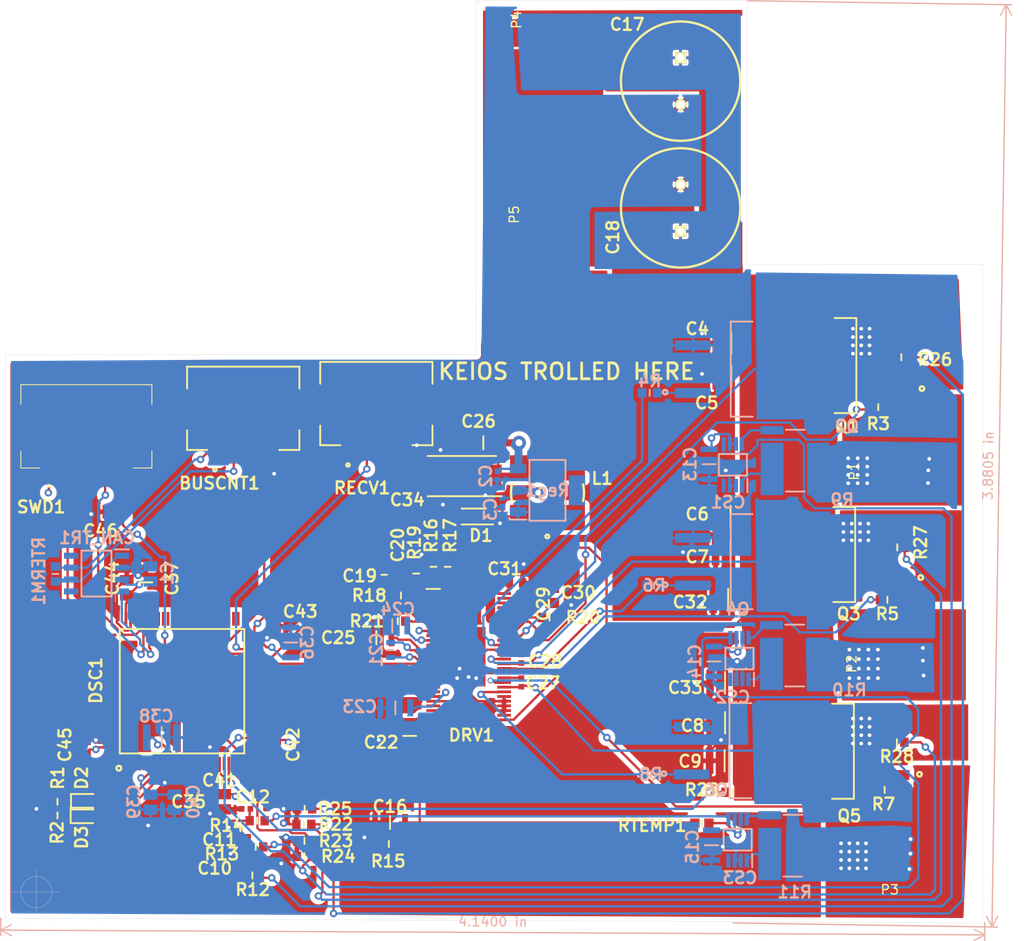
<source format=kicad_pcb>
(kicad_pcb (version 20171130) (host pcbnew 5.0.2+dfsg1-1)
  (layers (0 F.Cu signal) (1 In1.Cu power) (2 In2.Cu power) (31 B.Cu signal) (34 B.Paste user) (35 F.Paste user) (36 B.SilkS user) (37 F.SilkS user) (38 B.Mask user) (39 F.Mask user) (44 Edge.Cuts user))
  (net 0 "")
  (net 1 GND)
  (net 2 +5V)
  (net 3 /CAN/CAN_LO)
  (net 4 /CAN/CAN_HI)
  (net 5 +3V3)
  (net 6 SUPPLY)
  (net 7 /Motor_controller/Curr_A)
  (net 8 /Motor_controller/Curr_B)
  (net 9 /Motor_controller/Curr_C)
  (net 10 /Motor_controller/Temp_sense)
  (net 11 "Net-(C19-Pad1)")
  (net 12 "Net-(C20-Pad1)")
  (net 13 "Net-(C21-Pad2)")
  (net 14 "Net-(C21-Pad1)")
  (net 15 "Net-(C22-Pad1)")
  (net 16 "Net-(C23-Pad1)")
  (net 17 /Motor_Driver/SH_C)
  (net 18 "Net-(C27-Pad1)")
  (net 19 "Net-(C28-Pad1)")
  (net 20 /Motor_Driver/SH_B)
  (net 21 /Motor_Driver/SH_A)
  (net 22 "Net-(C29-Pad1)")
  (net 23 "Net-(C30-Pad2)")
  (net 24 "Net-(C30-Pad1)")
  (net 25 "Net-(C31-Pad2)")
  (net 26 "Net-(C36-Pad1)")
  (net 27 "Net-(C37-Pad1)")
  (net 28 "Net-(C42-Pad2)")
  (net 29 /CAN/CAN_TX)
  (net 30 /CAN/CAN_RX)
  (net 31 "Net-(CAN_TR1-Pad5)")
  (net 32 "Net-(CAN_TR1-Pad8)")
  (net 33 "Net-(CS1-Pad1)")
  (net 34 "Net-(CS1-Pad4)")
  (net 35 /Power/C_A)
  (net 36 "Net-(CS1-Pad8)")
  (net 37 "Net-(CS2-Pad1)")
  (net 38 "Net-(CS2-Pad4)")
  (net 39 /Power/C_B)
  (net 40 "Net-(CS2-Pad8)")
  (net 41 "Net-(CS3-Pad8)")
  (net 42 /Power/C_C)
  (net 43 "Net-(CS3-Pad4)")
  (net 44 "Net-(CS3-Pad1)")
  (net 45 /Motor_controller/LED_Green)
  (net 46 "Net-(D2-Pad1)")
  (net 47 "Net-(D3-Pad1)")
  (net 48 /Motor_controller/LED_Red)
  (net 49 "Net-(DRV1-Pad1)")
  (net 50 "Net-(DRV1-Pad3)")
  (net 51 "Net-(DRV1-Pad5)")
  (net 52 /Motor_Driver/FAULT)
  (net 53 "Net-(DRV1-Pad7)")
  (net 54 "Net-(DRV1-Pad12)")
  (net 55 /Motor_Driver/EN_GATE)
  (net 56 /Motor_Driver/PWM_A_H)
  (net 57 /Motor_Driver/PWM_A_L)
  (net 58 /Motor_Driver/PWM_B_H)
  (net 59 /Motor_Driver/PWM_B_L)
  (net 60 /Motor_Driver/PWM_C_H)
  (net 61 /Motor_Driver/PWM_C_L)
  (net 62 "Net-(DRV1-Pad25)")
  (net 63 "Net-(DRV1-Pad26)")
  (net 64 /Motor_Driver/GL_C)
  (net 65 /Motor_Driver/GH_C)
  (net 66 /Motor_Driver/GL_B)
  (net 67 /Motor_Driver/GH_B)
  (net 68 /Motor_Driver/GL_A)
  (net 69 /Motor_Driver/GH_A)
  (net 70 "Net-(DRV1-Pad49)")
  (net 71 "Net-(DRV1-Pad55)")
  (net 72 "Net-(DSC1-Pad1)")
  (net 73 "Net-(DSC1-Pad2)")
  (net 74 "Net-(DSC1-Pad3)")
  (net 75 "Net-(DSC1-Pad4)")
  (net 76 "Net-(DSC1-Pad5)")
  (net 77 "Net-(DSC1-Pad7)")
  (net 78 "Net-(DSC1-Pad12)")
  (net 79 "Net-(DSC1-Pad13)")
  (net 80 /Motor_controller/NRST)
  (net 81 /Motor_Driver/Batt_voltage)
  (net 82 "Net-(DSC1-Pad22)")
  (net 83 /Motor_Driver/Volt_A)
  (net 84 /Motor_Driver/Volt_B)
  (net 85 "Net-(DSC1-Pad25)")
  (net 86 /Motor_Driver/Volt_C)
  (net 87 "Net-(DSC1-Pad30)")
  (net 88 "Net-(DSC1-Pad31)")
  (net 89 "Net-(DSC1-Pad32)")
  (net 90 "Net-(DSC1-Pad33)")
  (net 91 "Net-(DSC1-Pad34)")
  (net 92 "Net-(DSC1-Pad35)")
  (net 93 "Net-(DSC1-Pad36)")
  (net 94 "Net-(DSC1-Pad37)")
  (net 95 /Motor_controller/SCL)
  (net 96 /Motor_controller/SDA)
  (net 97 "Net-(DSC1-Pad51)")
  (net 98 "Net-(DSC1-Pad52)")
  (net 99 "Net-(DSC1-Pad53)")
  (net 100 "Net-(DSC1-Pad54)")
  (net 101 "Net-(DSC1-Pad55)")
  (net 102 "Net-(DSC1-Pad56)")
  (net 103 "Net-(DSC1-Pad57)")
  (net 104 "Net-(DSC1-Pad58)")
  (net 105 "Net-(DSC1-Pad59)")
  (net 106 "Net-(DSC1-Pad60)")
  (net 107 "Net-(DSC1-Pad61)")
  (net 108 "Net-(DSC1-Pad62)")
  (net 109 "Net-(DSC1-Pad63)")
  (net 110 "Net-(DSC1-Pad64)")
  (net 111 "Net-(DSC1-Pad65)")
  (net 112 "Net-(DSC1-Pad66)")
  (net 113 "Net-(DSC1-Pad67)")
  (net 114 "Net-(DSC1-Pad68)")
  (net 115 "Net-(DSC1-Pad69)")
  (net 116 /Motor_controller/SWDIO)
  (net 117 /Motor_controller/SWCLK)
  (net 118 "Net-(DSC1-Pad77)")
  (net 119 "Net-(DSC1-Pad78)")
  (net 120 "Net-(DSC1-Pad79)")
  (net 121 "Net-(DSC1-Pad80)")
  (net 122 "Net-(DSC1-Pad81)")
  (net 123 "Net-(DSC1-Pad82)")
  (net 124 "Net-(DSC1-Pad83)")
  (net 125 "Net-(DSC1-Pad84)")
  (net 126 "Net-(DSC1-Pad85)")
  (net 127 "Net-(DSC1-Pad86)")
  (net 128 "Net-(DSC1-Pad87)")
  (net 129 "Net-(DSC1-Pad88)")
  (net 130 "Net-(DSC1-Pad89)")
  (net 131 "Net-(DSC1-Pad90)")
  (net 132 "Net-(DSC1-Pad91)")
  (net 133 "Net-(DSC1-Pad92)")
  (net 134 "Net-(DSC1-Pad93)")
  (net 135 "Net-(DSC1-Pad95)")
  (net 136 "Net-(DSC1-Pad96)")
  (net 137 "Net-(DSC1-Pad97)")
  (net 138 "Net-(DSC1-Pad98)")
  (net 139 "Net-(P1-Pad1)")
  (net 140 "Net-(P2-Pad1)")
  (net 141 "Net-(P3-Pad1)")
  (net 142 "Net-(Q1-Pad1)")
  (net 143 "Net-(Q2-Pad1)")
  (net 144 "Net-(Q3-Pad1)")
  (net 145 "Net-(Q4-Pad1)")
  (net 146 "Net-(Q5-Pad1)")
  (net 147 "Net-(Q6-Pad1)")
  (net 148 "Net-(Reg1-Pad4)")
  (net 149 "Net-(C25-Pad1)")
  (net 150 "Net-(C24-Pad1)")
  (module "IRFS7730TRLPBF:D2PAK(TO-263AB)" (layer F.Cu) (at 139.954 157.48 180)
    (fp_text reference Q3 (at -8.31797 -6.35) (layer F.SilkS) (effects (font (size 1.27 1.27) (thickness 0.254))))
    (fp_text value IRFS7730TRLPBF hide)
    (pad 1 smd rect (at -13.043 -2.54 270) (size 1.05 3.8) (layers F.Cu F.Paste F.Mask) (net 144 "Net-(Q3-Pad1)"))
    (pad 2 smd rect (at -13.043 2.54 270) (size 1.05 3.8) (layers F.Cu F.Paste F.Mask) (net 20 /Motor_Driver/SH_B))
    (pad 3 smd rect (at -2.293 0 180) (size 7.9 10.75) (layers F.Cu F.Paste F.Mask) (net 6 SUPPLY))
  )
  (module "SM04B-PASS-TBT(LF)(SN):SM04B-PASS-TBT" (layer F.Cu) (at 97.79 145.796)
    (fp_text reference RECV1 (at -1.524 4.572) (layer F.SilkS) (effects (font (size 1.27 1.27) (thickness 0.254))))
    (fp_text value ALT_Control hide)
    (pad 6 smd rect (at 5.35 -4.35) (size 1.8 3.8) (layers F.Cu F.Paste F.Mask))
    (pad 5 smd rect (at -5.35 -4.35) (size 1.8 3.8) (layers F.Cu F.Paste F.Mask))
    (pad 4 smd rect (at 3 0.1) (size 1 2.7) (layers F.Cu F.Paste F.Mask) (net 1 GND))
    (pad 3 smd rect (at 1 0.1) (size 1 2.7) (layers F.Cu F.Paste F.Mask) (net 2 +5V))
    (pad 2 smd rect (at -1 0.1) (size 1 2.7) (layers F.Cu F.Paste F.Mask) (net 96 /Motor_controller/SDA))
    (pad 1 smd rect (at -3 0.1) (size 1 2.7) (layers F.Cu F.Paste F.Mask) (net 95 /Motor_controller/SCL))
  )
  (module CGA5M3X7S2A475K200AB:CAPC3225X200N (layer F.Cu) (at 135.636 157.226 180)
    (fp_text reference C7 (at 3.556 -0.508 180) (layer F.SilkS) (effects (font (size 1.27 1.27) (thickness 0.254))))
    (fp_text value 4.7u hide)
    (pad 2 smd rect (at 1.6 0 180) (size 0.81 2.82) (layers F.Cu F.Paste F.Mask) (net 1 GND))
    (pad 1 smd rect (at -1.6 0 180) (size 0.81 2.82) (layers F.Cu F.Paste F.Mask) (net 6 SUPPLY))
  )
  (module C3216X7R1H225K160AE:CAPC3216X180N (layer F.Cu) (at 97.79 166.37 180)
    (fp_text reference C25 (at 4.064 0 180) (layer F.SilkS) (effects (font (size 1.27 1.27) (thickness 0.254))))
    (fp_text value 2.2u hide)
    (pad 2 smd rect (at 1.6 0 180) (size 0.62 1.82) (layers F.Cu F.Paste F.Mask) (net 1 GND))
    (pad 1 smd rect (at -1.6 0 180) (size 0.62 1.82) (layers F.Cu F.Paste F.Mask) (net 149 "Net-(C25-Pad1)"))
  )
  (module C3216X7R1H225K160AE:CAPC3216X180N (layer B.Cu) (at 133.604 188.544 90)
    (fp_text reference C15 (at -0.178 -2.032 90) (layer B.SilkS) (effects (font (size 1.27 1.27) (thickness 0.254)) (justify mirror)))
    (fp_text value 2.2u hide)
    (pad 2 smd rect (at 1.6 0 90) (size 0.62 1.82) (layers B.Cu B.Paste B.Mask) (net 5 +3V3))
    (pad 1 smd rect (at -1.6 0 90) (size 0.62 1.82) (layers B.Cu B.Paste B.Mask) (net 1 GND))
  )
  (module AS0805KKX7R0BB104:CAPC2012X145N (layer F.Cu) (at 69.898 152.908 180)
    (fp_text reference C46 (at 1.572 -2.032 180) (layer F.SilkS) (effects (font (size 1.27 1.27) (thickness 0.254))))
    (fp_text value .1u hide)
    (pad 2 smd rect (at 0.81 0 180) (size 1.1 1.47) (layers F.Cu F.Paste F.Mask) (net 1 GND))
    (pad 1 smd rect (at -0.81 0 180) (size 1.1 1.47) (layers F.Cu F.Paste F.Mask) (net 80 /Motor_controller/NRST))
  )
  (module AS0805KKX7R0BB104:CAPC2012X145N (layer F.Cu) (at 116.586 161.846 270)
    (fp_text reference C30 (at -0.302 -2.794) (layer F.SilkS) (effects (font (size 1.27 1.27) (thickness 0.254))))
    (fp_text value 100n hide)
    (pad 2 smd rect (at 0.81 0 270) (size 1.1 1.47) (layers F.Cu F.Paste F.Mask) (net 23 "Net-(C30-Pad2)"))
    (pad 1 smd rect (at -0.81 0 270) (size 1.1 1.47) (layers F.Cu F.Paste F.Mask) (net 24 "Net-(C30-Pad1)"))
  )
  (module AS0805KKX7R0BB104:CAPC2012X145N (layer F.Cu) (at 66.548 178.102 90)
    (fp_text reference C45 (at 0.302 -2.032 90) (layer F.SilkS) (effects (font (size 1.27 1.27) (thickness 0.254))))
    (fp_text value 100n hide)
    (pad 2 smd rect (at 0.81 0 90) (size 1.1 1.47) (layers F.Cu F.Paste F.Mask) (net 1 GND))
    (pad 1 smd rect (at -0.81 0 90) (size 1.1 1.47) (layers F.Cu F.Paste F.Mask) (net 5 +3V3))
  )
  (module AS0805KKX7R0BB104:CAPC2012X145N (layer F.Cu) (at 71.12 161.036 90)
    (fp_text reference C44 (at 1.016 -1.524 90) (layer F.SilkS) (effects (font (size 1.27 1.27) (thickness 0.254))))
    (fp_text value 100n hide)
    (pad 2 smd rect (at 0.81 0 90) (size 1.1 1.47) (layers F.Cu F.Paste F.Mask) (net 1 GND))
    (pad 1 smd rect (at -0.81 0 90) (size 1.1 1.47) (layers F.Cu F.Paste F.Mask) (net 5 +3V3))
  )
  (module AS0805KKX7R0BB104:CAPC2012X145N (layer F.Cu) (at 86.868 164.338 270)
    (fp_text reference C43 (at -0.762 -2.794) (layer F.SilkS) (effects (font (size 1.27 1.27) (thickness 0.254))))
    (fp_text value 100n hide)
    (pad 2 smd rect (at 0.81 0 270) (size 1.1 1.47) (layers F.Cu F.Paste F.Mask) (net 1 GND))
    (pad 1 smd rect (at -0.81 0 270) (size 1.1 1.47) (layers F.Cu F.Paste F.Mask) (net 5 +3V3))
  )
  (module AS0805KKX7R0BB104:CAPC2012X145N (layer F.Cu) (at 86.868 178.102 270)
    (fp_text reference C42 (at -0.302 -2.032 270) (layer F.SilkS) (effects (font (size 1.27 1.27) (thickness 0.254))))
    (fp_text value 100n hide)
    (pad 2 smd rect (at 0.81 0 270) (size 1.1 1.47) (layers F.Cu F.Paste F.Mask) (net 28 "Net-(C42-Pad2)"))
    (pad 1 smd rect (at -0.81 0 270) (size 1.1 1.47) (layers F.Cu F.Paste F.Mask) (net 5 +3V3))
  )
  (module AS0805KKX7R0BB104:CAPC2012X145N (layer F.Cu) (at 81.534 183.896 270)
    (fp_text reference C41 (at -2.286 0.508) (layer F.SilkS) (effects (font (size 1.27 1.27) (thickness 0.254))))
    (fp_text value 100n hide)
    (pad 2 smd rect (at 0.81 0 270) (size 1.1 1.47) (layers F.Cu F.Paste F.Mask) (net 1 GND))
    (pad 1 smd rect (at -0.81 0 270) (size 1.1 1.47) (layers F.Cu F.Paste F.Mask) (net 5 +3V3))
  )
  (module AS0805KKX7R0BB104:CAPC2012X145N (layer B.Cu) (at 76.2 183.944 270)
    (fp_text reference C40 (at -0.048 -2.032 270) (layer B.SilkS) (effects (font (size 1.27 1.27) (thickness 0.254)) (justify mirror)))
    (fp_text value 100n hide)
    (pad 2 smd rect (at 0.81 0 270) (size 1.1 1.47) (layers B.Cu B.Paste B.Mask) (net 1 GND))
    (pad 1 smd rect (at -0.81 0 270) (size 1.1 1.47) (layers B.Cu B.Paste B.Mask) (net 5 +3V3))
  )
  (module AS0805KKX7R0BB104:CAPC2012X145N (layer B.Cu) (at 73.66 183.944 270)
    (fp_text reference C39 (at -0.048 1.778 270) (layer B.SilkS) (effects (font (size 1.27 1.27) (thickness 0.254)) (justify mirror)))
    (fp_text value 100n hide)
    (pad 1 smd rect (at -0.81 0 270) (size 1.1 1.47) (layers B.Cu B.Paste B.Mask) (net 5 +3V3))
    (pad 2 smd rect (at 0.81 0 270) (size 1.1 1.47) (layers B.Cu B.Paste B.Mask) (net 1 GND))
  )
  (module AS0805KKX7R0BB104:CAPC2012X145N (layer B.Cu) (at 73.66 159.56 90)
    (fp_text reference C1 (at 0.048 1.778 90) (layer B.SilkS) (effects (font (size 1.27 1.27) (thickness 0.254)) (justify mirror)))
    (fp_text value 100n hide)
    (pad 2 smd rect (at 0.81 0 90) (size 1.1 1.47) (layers B.Cu B.Paste B.Mask) (net 1 GND))
    (pad 1 smd rect (at -0.81 0 90) (size 1.1 1.47) (layers B.Cu B.Paste B.Mask) (net 5 +3V3))
  )
  (module "IRFS7730TRLPBF:D2PAK(TO-263AB)" (layer F.Cu) (at 139.82 178.4985 180)
    (fp_text reference Q5 (at -8.516 -6.9215) (layer F.SilkS) (effects (font (size 1.27 1.27) (thickness 0.254))))
    (fp_text value IRFS7730TRLPBF hide)
    (pad 3 smd rect (at -2.293 0 180) (size 7.9 10.75) (layers F.Cu F.Paste F.Mask) (net 6 SUPPLY))
    (pad 2 smd rect (at -13.043 2.54 270) (size 1.05 3.8) (layers F.Cu F.Paste F.Mask) (net 17 /Motor_Driver/SH_C))
    (pad 1 smd rect (at -13.043 -2.54 270) (size 1.05 3.8) (layers F.Cu F.Paste F.Mask) (net 146 "Net-(Q5-Pad1)"))
  )
  (module "IRFS7730TRLPBF:D2PAK(TO-263AB)" (layer F.Cu) (at 140.081 137.287 180)
    (fp_text reference Q1 (at -8.001 -6.477) (layer F.SilkS) (effects (font (size 1.27 1.27) (thickness 0.254))))
    (fp_text value IRFS7730TRLPBF hide)
    (pad 3 smd rect (at -2.293 0 180) (size 7.9 10.75) (layers F.Cu F.Paste F.Mask) (net 6 SUPPLY))
    (pad 2 smd rect (at -13.043 2.54 270) (size 1.05 3.8) (layers F.Cu F.Paste F.Mask) (net 21 /Motor_Driver/SH_A))
    (pad 1 smd rect (at -13.043 -2.54 270) (size 1.05 3.8) (layers F.Cu F.Paste F.Mask) (net 142 "Net-(Q1-Pad1)"))
  )
  (module "IRFS7730TRLPBF:D2PAK(TO-263AB)" (layer B.Cu) (at 144.66 158.242)
    (fp_text reference Q4 (at -8.262 5.08) (layer B.SilkS) (effects (font (size 1.27 1.27) (thickness 0.254)) (justify mirror)))
    (fp_text value IRFS7730TRLPBF hide)
    (pad 3 smd rect (at -2.293 0) (size 7.9 10.75) (layers B.Cu B.Paste B.Mask) (net 20 /Motor_Driver/SH_B))
    (pad 2 smd rect (at -13.043 -2.54 270) (size 1.05 3.8) (layers B.Cu B.Paste B.Mask) (net 1 GND))
    (pad 1 smd rect (at -13.043 2.54 270) (size 1.05 3.8) (layers B.Cu B.Paste B.Mask) (net 145 "Net-(Q4-Pad1)"))
  )
  (module WSLP@7261L000FEA:WSLP2726 (layer B.Cu) (at 142.307 188.594 180)
    (fp_text reference R11 (at -0.187 -4.954 180) (layer B.SilkS) (effects (font (size 1.27 1.27) (thickness 0.254)) (justify mirror)))
    (fp_text value .001R hide)
    (pad 4 smd rect (at 2.48 3.245 90) (size 0.89 2.44) (layers B.Cu B.Paste B.Mask) (net 41 "Net-(CS3-Pad8)"))
    (pad 3 smd rect (at 2.48 -0.89 180) (size 2.44 5.6) (layers B.Cu B.Paste B.Mask) (net 44 "Net-(CS3-Pad1)"))
    (pad 2 smd rect (at -2.48 3.245 90) (size 0.89 2.44) (layers B.Cu B.Paste B.Mask) (net 17 /Motor_Driver/SH_C))
    (pad 1 smd rect (at -2.48 -0.89 180) (size 2.44 5.6) (layers B.Cu B.Paste B.Mask) (net 141 "Net-(P3-Pad1)"))
  )
  (module "IRFS7730TRLPBF:D2PAK(TO-263AB)" (layer B.Cu) (at 144.526 178.435)
    (fp_text reference Q6 (at -10.414 4.191) (layer B.SilkS) (effects (font (size 1.27 1.27) (thickness 0.254)) (justify mirror)))
    (fp_text value IRFS7730TRLPBF hide)
    (pad 3 smd rect (at -2.293 0) (size 7.9 10.75) (layers B.Cu B.Paste B.Mask) (net 17 /Motor_Driver/SH_C))
    (pad 2 smd rect (at -13.043 -2.54 270) (size 1.05 3.8) (layers B.Cu B.Paste B.Mask) (net 1 GND))
    (pad 1 smd rect (at -13.043 2.54 270) (size 1.05 3.8) (layers B.Cu B.Paste B.Mask) (net 147 "Net-(Q6-Pad1)"))
  )
  (module "IRFS7730TRLPBF:D2PAK(TO-263AB)" (layer B.Cu) (at 144.66 137.668)
    (fp_text reference Q2 (at 3.422 6.096 180) (layer B.SilkS) (effects (font (size 1.27 1.27) (thickness 0.254)) (justify mirror)))
    (fp_text value IRFS7730TRLPBF hide)
    (pad 3 smd rect (at -2.293 0) (size 7.9 10.75) (layers B.Cu B.Paste B.Mask) (net 21 /Motor_Driver/SH_A))
    (pad 2 smd rect (at -13.043 -2.54 270) (size 1.05 3.8) (layers B.Cu B.Paste B.Mask) (net 1 GND))
    (pad 1 smd rect (at -13.043 2.54 270) (size 1.05 3.8) (layers B.Cu B.Paste B.Mask) (net 143 "Net-(Q2-Pad1)"))
  )
  (module UVR1H102MHD1TO:CAPPRD500W60D1275H2700 (layer F.Cu) (at 130.302 104.394 270)
    (fp_text reference C17 (at -3.556 5.715) (layer F.SilkS) (effects (font (size 1.27 1.27) (thickness 0.254))))
    (fp_text value 1000u hide)
    (pad 2 thru_hole circle (at 5 0) (size 1.2 1.2) (drill 0.8) (layers *.Cu *.Mask F.SilkS) (net 1 GND))
    (pad 1 thru_hole rect (at 0 0) (size 1.2 1.2) (drill 0.8) (layers *.Cu *.Mask F.SilkS) (net 6 SUPPLY))
  )
  (module Connector_Wire:SolderWirePad_1x01_SMD_5x10mm (layer F.Cu) (at 117.1575 115.7605 270)
    (fp_text reference P5 (at 5.3975 4.6355 270) (layer F.SilkS))
    (fp_text value GND)
    (pad 1 smd rect (at 0 0 270) (size 5 10) (layers F.Cu F.Paste F.Mask) (net 1 GND))
  )
  (module UVR1H102MHD1TO:CAPPRD500W60D1275H2700 (layer F.Cu) (at 130.302 122.936 90)
    (fp_text reference C18 (at -0.635 -7.239 90) (layer F.SilkS) (effects (font (size 1.27 1.27) (thickness 0.254))))
    (fp_text value 1000u hide)
    (pad 2 thru_hole circle (at 5 0 180) (size 1.2 1.2) (drill 0.8) (layers *.Cu *.Mask F.SilkS) (net 1 GND))
    (pad 1 thru_hole rect (at 0 0 180) (size 1.2 1.2) (drill 0.8) (layers *.Cu *.Mask F.SilkS) (net 6 SUPPLY))
  )
  (module ERJ3RQF4R7V:RESC1608X55N (layer F.Cu) (at 153.886 136.398 180)
    (fp_text reference R26 (at -3.594 -0.254) (layer F.SilkS) (effects (font (size 1.27 1.27) (thickness 0.254))))
    (fp_text value 39k hide)
    (pad 2 smd rect (at 0.8 0 180) (size 0.9 1) (layers F.Cu F.Paste F.Mask) (net 21 /Motor_Driver/SH_A))
    (pad 1 smd rect (at -0.8 0 180) (size 0.9 1) (layers F.Cu F.Paste F.Mask) (net 83 /Motor_Driver/Volt_A))
  )
  (module WSLP@7261L000FEA:WSLP2726 (layer B.Cu) (at 142.494 168.275 180)
    (fp_text reference R10 (at -5.842 -3.683 180) (layer B.SilkS) (effects (font (size 1.27 1.27) (thickness 0.254)) (justify mirror)))
    (fp_text value .001R hide)
    (pad 4 smd rect (at 2.48 3.245 90) (size 0.89 2.44) (layers B.Cu B.Paste B.Mask) (net 40 "Net-(CS2-Pad8)"))
    (pad 3 smd rect (at 2.48 -0.89 180) (size 2.44 5.6) (layers B.Cu B.Paste B.Mask) (net 37 "Net-(CS2-Pad1)"))
    (pad 2 smd rect (at -2.48 3.245 90) (size 0.89 2.44) (layers B.Cu B.Paste B.Mask) (net 20 /Motor_Driver/SH_B))
    (pad 1 smd rect (at -2.48 -0.89 180) (size 2.44 5.6) (layers B.Cu B.Paste B.Mask) (net 140 "Net-(P2-Pad1)"))
  )
  (module ERJ3RQF4R7V:RESC1608X55N (layer F.Cu) (at 90.132 184.658)
    (fp_text reference R25 (at 3.2385 0) (layer F.SilkS) (effects (font (size 1.27 1.27) (thickness 0.254))))
    (fp_text value 2k2 hide)
    (pad 2 smd rect (at 0.8 0) (size 0.9 1) (layers F.Cu F.Paste F.Mask) (net 81 /Motor_Driver/Batt_voltage))
    (pad 1 smd rect (at -0.8 0) (size 0.9 1) (layers F.Cu F.Paste F.Mask) (net 1 GND))
  )
  (module Connector_Wire:SolderWirePad_1x01_SMD_5x10mm (layer F.Cu) (at 152.654 148.59 90)
    (fp_text reference P1 (at 0 -3.81 90) (layer F.SilkS))
    (fp_text value PH_A)
    (pad 1 smd rect (at 0 0 90) (size 5 10) (layers F.Cu F.Paste F.Mask) (net 139 "Net-(P1-Pad1)"))
  )
  (module WSLP@7261L000FEA:WSLP2726 (layer B.Cu) (at 142.554 147.446 180)
    (fp_text reference R9 (at -5.02 -4.192 180) (layer B.SilkS) (effects (font (size 1.27 1.27) (thickness 0.254)) (justify mirror)))
    (fp_text value .001R hide)
    (pad 4 smd rect (at 2.48 3.245 90) (size 0.89 2.44) (layers B.Cu B.Paste B.Mask) (net 36 "Net-(CS1-Pad8)"))
    (pad 3 smd rect (at 2.48 -0.89 180) (size 2.44 5.6) (layers B.Cu B.Paste B.Mask) (net 33 "Net-(CS1-Pad1)"))
    (pad 2 smd rect (at -2.48 3.245 90) (size 0.89 2.44) (layers B.Cu B.Paste B.Mask) (net 21 /Motor_Driver/SH_A))
    (pad 1 smd rect (at -2.48 -0.89 180) (size 2.44 5.6) (layers B.Cu B.Paste B.Mask) (net 139 "Net-(P1-Pad1)"))
  )
  (module CGA5M3X7S2A475K200AB:CAPC3225X200N (layer F.Cu) (at 135.052 171.196 180)
    (fp_text reference C33 (at 4.242 -0.508 180) (layer F.SilkS) (effects (font (size 1.27 1.27) (thickness 0.254))))
    (fp_text value 4.7u hide)
    (pad 2 smd rect (at 1.6 0 180) (size 0.81 2.82) (layers F.Cu F.Paste F.Mask) (net 1 GND))
    (pad 1 smd rect (at -1.6 0 180) (size 0.81 2.82) (layers F.Cu F.Paste F.Mask) (net 6 SUPPLY))
  )
  (module CGA5M3X7S2A475K200AB:CAPC3225X200N (layer F.Cu) (at 135.382 162.306 180)
    (fp_text reference C32 (at 4.064 -0.254 180) (layer F.SilkS) (effects (font (size 1.27 1.27) (thickness 0.254))))
    (fp_text value 4.7u hide)
    (pad 2 smd rect (at 1.6 0 180) (size 0.81 2.82) (layers F.Cu F.Paste F.Mask) (net 1 GND))
    (pad 1 smd rect (at -1.6 0 180) (size 0.81 2.82) (layers F.Cu F.Paste F.Mask) (net 6 SUPPLY))
  )
  (module CGA5M3X7S2A475K200AB:CAPC3225X200N (layer B.Cu) (at 74.854 177.038)
    (fp_text reference C38 (at -0.584 -2.286) (layer B.SilkS) (effects (font (size 1.27 1.27) (thickness 0.254)) (justify mirror)))
    (fp_text value 4.7u hide)
    (pad 1 smd rect (at -1.6 0) (size 0.81 2.82) (layers B.Cu B.Paste B.Mask) (net 5 +3V3))
    (pad 2 smd rect (at 1.6 0) (size 0.81 2.82) (layers B.Cu B.Paste B.Mask) (net 1 GND))
  )
  (module CGA5M3X7S2A475K200AB:CAPC3225X200N (layer F.Cu) (at 135.001 179.5145 180)
    (fp_text reference C9 (at 3.683 -0.0635 180) (layer F.SilkS) (effects (font (size 1.27 1.27) (thickness 0.254))))
    (fp_text value 4.7u hide)
    (pad 2 smd rect (at 1.6 0 180) (size 0.81 2.82) (layers F.Cu F.Paste F.Mask) (net 1 GND))
    (pad 1 smd rect (at -1.6 0 180) (size 0.81 2.82) (layers F.Cu F.Paste F.Mask) (net 6 SUPPLY))
  )
  (module CGA5M3X7S2A475K200AB:CAPC3225X200N (layer F.Cu) (at 135.052 175.4505 180)
    (fp_text reference C8 (at 3.48 -0.3175 180) (layer F.SilkS) (effects (font (size 1.27 1.27) (thickness 0.254))))
    (fp_text value 4.7u hide)
    (pad 2 smd rect (at 1.6 0 180) (size 0.81 2.82) (layers F.Cu F.Paste F.Mask) (net 1 GND))
    (pad 1 smd rect (at -1.6 0 180) (size 0.81 2.82) (layers F.Cu F.Paste F.Mask) (net 6 SUPPLY))
  )
  (module CGA5M3X7S2A475K200AB:CAPC3225X200N (layer F.Cu) (at 135.636 153.416 180)
    (fp_text reference C6 (at 3.556 0.254 180) (layer F.SilkS) (effects (font (size 1.27 1.27) (thickness 0.254))))
    (fp_text value 4.7u hide)
    (pad 2 smd rect (at 1.6 0 180) (size 0.81 2.82) (layers F.Cu F.Paste F.Mask) (net 1 GND))
    (pad 1 smd rect (at -1.6 0 180) (size 0.81 2.82) (layers F.Cu F.Paste F.Mask) (net 6 SUPPLY))
  )
  (module CGA5M3X7S2A475K200AB:CAPC3225X200N (layer F.Cu) (at 135.712 138.43 180)
    (fp_text reference C5 (at 2.616 -2.8575 180) (layer F.SilkS) (effects (font (size 1.27 1.27) (thickness 0.254))))
    (fp_text value 4.7u hide)
    (pad 1 smd rect (at -1.6 0 180) (size 0.81 2.82) (layers F.Cu F.Paste F.Mask) (net 6 SUPPLY))
    (pad 2 smd rect (at 1.6 0 180) (size 0.81 2.82) (layers F.Cu F.Paste F.Mask) (net 1 GND))
  )
  (module CGA5M3X7S2A475K200AB:CAPC3225X200N (layer F.Cu) (at 135.712 134.874 180)
    (fp_text reference C4 (at 3.632 1.524 180) (layer F.SilkS) (effects (font (size 1.27 1.27) (thickness 0.254))))
    (fp_text value 4.7u hide)
    (pad 1 smd rect (at -1.6 0 180) (size 0.81 2.82) (layers F.Cu F.Paste F.Mask) (net 6 SUPPLY))
    (pad 2 smd rect (at 1.6 0 180) (size 0.81 2.82) (layers F.Cu F.Paste F.Mask) (net 1 GND))
  )
  (module GRM155C91C105ME11J:CAPC1005X55N (layer F.Cu) (at 115.522 165.608)
    (fp_text reference C29 (at 0.127 -2.8575 90) (layer F.SilkS) (effects (font (size 1.27 1.27) (thickness 0.254))))
    (fp_text value 220n hide)
    (pad 2 smd rect (at 0.46 0) (size 0.6 0.62) (layers F.Cu F.Paste F.Mask) (net 21 /Motor_Driver/SH_A))
    (pad 1 smd rect (at -0.46 0) (size 0.6 0.62) (layers F.Cu F.Paste F.Mask) (net 22 "Net-(C29-Pad1)"))
  )
  (module GRM155C91C105ME11J:CAPC1005X55N (layer F.Cu) (at 113.284 168.608 270)
    (fp_text reference C28 (at 0.302 -2.54) (layer F.SilkS) (effects (font (size 1.27 1.27) (thickness 0.254))))
    (fp_text value 220n hide)
    (pad 2 smd rect (at 0.46 0 270) (size 0.6 0.62) (layers F.Cu F.Paste F.Mask) (net 20 /Motor_Driver/SH_B))
    (pad 1 smd rect (at -0.46 0 270) (size 0.6 0.62) (layers F.Cu F.Paste F.Mask) (net 19 "Net-(C28-Pad1)"))
  )
  (module GRM155C91C105ME11J:CAPC1005X55N (layer F.Cu) (at 113.284 171.148 270)
    (fp_text reference C27 (at 0.048 -2.286) (layer F.SilkS) (effects (font (size 1.27 1.27) (thickness 0.254))))
    (fp_text value 220n hide)
    (pad 2 smd rect (at 0.46 0 270) (size 0.6 0.62) (layers F.Cu F.Paste F.Mask) (net 17 /Motor_Driver/SH_C))
    (pad 1 smd rect (at -0.46 0 270) (size 0.6 0.62) (layers F.Cu F.Paste F.Mask) (net 18 "Net-(C27-Pad1)"))
  )
  (module GRM155C91C105ME11J:CAPC1005X55N (layer B.Cu) (at 111.252 151.892 270)
    (fp_text reference C3 (at 0.762 1.27 270) (layer B.SilkS) (effects (font (size 1.27 1.27) (thickness 0.254)) (justify mirror)))
    (fp_text value 1u hide)
    (pad 2 smd rect (at 0.46 0 270) (size 0.6 0.62) (layers B.Cu B.Paste B.Mask) (net 1 GND))
    (pad 1 smd rect (at -0.46 0 270) (size 0.6 0.62) (layers B.Cu B.Paste B.Mask) (net 5 +3V3))
  )
  (module GRM155C91C105ME11J:CAPC1005X55N (layer B.Cu) (at 110.744 149.05 270)
    (fp_text reference C2 (at 0.048 1.27 270) (layer B.SilkS) (effects (font (size 1.27 1.27) (thickness 0.254)) (justify mirror)))
    (fp_text value 1u hide)
    (pad 2 smd rect (at 0.46 0 270) (size 0.6 0.62) (layers B.Cu B.Paste B.Mask) (net 1 GND))
    (pad 1 smd rect (at -0.46 0 270) (size 0.6 0.62) (layers B.Cu B.Paste B.Mask) (net 2 +5V))
  )
  (module C0603C121J5GACTU:CAPC1608X87N (layer F.Cu) (at 100.076 159.639 90)
    (fp_text reference C20 (at 3.175 0 90) (layer F.SilkS) (effects (font (size 1.27 1.27) (thickness 0.254))))
    (fp_text value 120p hide)
    (pad 2 smd rect (at 0.7 0 90) (size 0.78 0.98) (layers F.Cu F.Paste F.Mask) (net 1 GND))
    (pad 1 smd rect (at -0.7 0 90) (size 0.78 0.98) (layers F.Cu F.Paste F.Mask) (net 12 "Net-(C20-Pad1)"))
  )
  (module C0603C121J5GACTU:CAPC1608X87N (layer F.Cu) (at 112.714 160.528 180)
    (fp_text reference C31 (at 1.208 1.524 180) (layer F.SilkS) (effects (font (size 1.27 1.27) (thickness 0.254))))
    (fp_text value 15n hide)
    (pad 2 smd rect (at 0.7 0 180) (size 0.78 0.98) (layers F.Cu F.Paste F.Mask) (net 25 "Net-(C31-Pad2)"))
    (pad 1 smd rect (at -0.7 0 180) (size 0.78 0.98) (layers F.Cu F.Paste F.Mask) (net 1 GND))
  )
  (module CGA3E2C7R1H223K080AA:CAPC1608X90N (layer F.Cu) (at 98.6155 159.639 90)
    (fp_text reference C19 (at -0.127 -2.6035 180) (layer F.SilkS) (effects (font (size 1.27 1.27) (thickness 0.254))))
    (fp_text value 6.8n hide)
    (pad 2 smd rect (at 0.8 0 90) (size 0.54 0.94) (layers F.Cu F.Paste F.Mask) (net 1 GND))
    (pad 1 smd rect (at -0.8 0 90) (size 0.54 0.94) (layers F.Cu F.Paste F.Mask) (net 11 "Net-(C19-Pad1)"))
  )
  (module CGA3E2C7R1H223K080AA:CAPC1608X90N (layer B.Cu) (at 99.314 167.678 270)
    (fp_text reference C21 (at 0 1.524 270) (layer B.SilkS) (effects (font (size 1.27 1.27) (thickness 0.254)) (justify mirror)))
    (fp_text value 22n hide)
    (pad 2 smd rect (at 0.8 0 270) (size 0.54 0.94) (layers B.Cu B.Paste B.Mask) (net 13 "Net-(C21-Pad2)"))
    (pad 1 smd rect (at -0.8 0 270) (size 0.54 0.94) (layers B.Cu B.Paste B.Mask) (net 14 "Net-(C21-Pad1)"))
  )
  (module C3216X7R1H225K160AE:CAPC3216X180N (layer F.Cu) (at 109.22 145.542 180)
    (fp_text reference C26 (at 0.508 2.286 180) (layer F.SilkS) (effects (font (size 1.27 1.27) (thickness 0.254))))
    (fp_text value 2.2u hide)
    (pad 2 smd rect (at 1.6 0 180) (size 0.62 1.82) (layers F.Cu F.Paste F.Mask) (net 1 GND))
    (pad 1 smd rect (at -1.6 0 180) (size 0.62 1.82) (layers F.Cu F.Paste F.Mask) (net 2 +5V))
  )
  (module C3216X7R1H225K160AE:CAPC3216X180N (layer F.Cu) (at 101.346 176.86 270)
    (fp_text reference C22 (at 0.686 3.048) (layer F.SilkS) (effects (font (size 1.27 1.27) (thickness 0.254))))
    (fp_text value 2.2u hide)
    (pad 2 smd rect (at 1.6 0 270) (size 0.62 1.82) (layers F.Cu F.Paste F.Mask) (net 1 GND))
    (pad 1 smd rect (at -1.6 0 270) (size 0.62 1.82) (layers F.Cu F.Paste F.Mask) (net 15 "Net-(C22-Pad1)"))
  )
  (module C3216X7R1H225K160AE:CAPC3216X180N (layer B.Cu) (at 99.822 173.863 180)
    (fp_text reference C23 (at 3.81 0.127 180) (layer B.SilkS) (effects (font (size 1.27 1.27) (thickness 0.254)) (justify mirror)))
    (fp_text value 2.2u hide)
    (pad 2 smd rect (at 1.6 0 180) (size 0.62 1.82) (layers B.Cu B.Paste B.Mask) (net 1 GND))
    (pad 1 smd rect (at -1.6 0 180) (size 0.62 1.82) (layers B.Cu B.Paste B.Mask) (net 16 "Net-(C23-Pad1)"))
  )
  (module C3216X7R1H225K160AE:CAPC3216X180N (layer B.Cu) (at 99.492 165.1 180)
    (fp_text reference C24 (at -0.584 1.778 180) (layer B.SilkS) (effects (font (size 1.27 1.27) (thickness 0.254)) (justify mirror)))
    (fp_text value 2.2u hide)
    (pad 2 smd rect (at 1.6 0 180) (size 0.62 1.82) (layers B.Cu B.Paste B.Mask) (net 1 GND))
    (pad 1 smd rect (at -1.6 0 180) (size 0.62 1.82) (layers B.Cu B.Paste B.Mask) (net 150 "Net-(C24-Pad1)"))
  )
  (module 875015119003:CAPPM7343X200N (layer F.Cu) (at 106.934 149.098 180)
    (fp_text reference C34 (at 5.842 -2.54 180) (layer F.SilkS) (effects (font (size 1.27 1.27) (thickness 0.254))))
    (fp_text value 100u hide)
    (pad 2 smd rect (at 3.1 0 180) (size 2.3 2.45) (layers F.Cu F.Paste F.Mask) (net 1 GND))
    (pad 1 smd rect (at -3.1 0 180) (size 2.3 2.45) (layers F.Cu F.Paste F.Mask) (net 2 +5V))
  )
  (module ERJ3RQF4R7V:RESC1608X55N (layer F.Cu) (at 90.1065 188.087)
    (fp_text reference R23 (at 3.3655 0) (layer F.SilkS) (effects (font (size 1.27 1.27) (thickness 0.254))))
    (fp_text value 2k2 hide)
    (pad 2 smd rect (at 0.8 0) (size 0.9 1) (layers F.Cu F.Paste F.Mask) (net 84 /Motor_Driver/Volt_B))
    (pad 1 smd rect (at -0.8 0) (size 0.9 1) (layers F.Cu F.Paste F.Mask) (net 1 GND))
  )
  (module ERJ3RQF4R7V:RESC1608X55N (layer F.Cu) (at 100.419 161.8615 180)
    (fp_text reference R18 (at 3.391 0 180) (layer F.SilkS) (effects (font (size 1.27 1.27) (thickness 0.254))))
    (fp_text value 15k hide)
    (pad 2 smd rect (at 0.8 0 180) (size 0.9 1) (layers F.Cu F.Paste F.Mask) (net 11 "Net-(C19-Pad1)"))
    (pad 1 smd rect (at -0.8 0 180) (size 0.9 1) (layers F.Cu F.Paste F.Mask) (net 12 "Net-(C20-Pad1)"))
  )
  (module ERJ3RQF4R7V:RESC1608X55N (layer F.Cu) (at 105.41 158.788 270)
    (fp_text reference R17 (at -3.34 -0.254 270) (layer F.SilkS) (effects (font (size 1.27 1.27) (thickness 0.254))))
    (fp_text value 18k hide)
    (pad 2 smd rect (at 0.8 0 270) (size 0.9 1) (layers F.Cu F.Paste F.Mask) (net 50 "Net-(DRV1-Pad3)"))
    (pad 1 smd rect (at -0.8 0 270) (size 0.9 1) (layers F.Cu F.Paste F.Mask) (net 2 +5V))
  )
  (module ERJ3RQF4R7V:RESC1608X55N (layer F.Cu) (at 103.886 158.788 90)
    (fp_text reference R16 (at 3.34 -0.254 90) (layer F.SilkS) (effects (font (size 1.27 1.27) (thickness 0.254))))
    (fp_text value 3.3K hide)
    (pad 2 smd rect (at 0.8 0 90) (size 0.9 1) (layers F.Cu F.Paste F.Mask) (net 1 GND))
    (pad 1 smd rect (at -0.8 0 90) (size 0.9 1) (layers F.Cu F.Paste F.Mask) (net 50 "Net-(DRV1-Pad3)"))
  )
  (module ERJ3RQF4R7V:RESC1608X55N (layer F.Cu) (at 116.294 164.211)
    (fp_text reference R20 (at 3.594 0) (layer F.SilkS) (effects (font (size 1.27 1.27) (thickness 0.254))))
    (fp_text value 1M hide)
    (pad 2 smd rect (at 0.8 0) (size 0.9 1) (layers F.Cu F.Paste F.Mask) (net 1 GND))
    (pad 1 smd rect (at -0.8 0) (size 0.9 1) (layers F.Cu F.Paste F.Mask) (net 70 "Net-(DRV1-Pad49)"))
  )
  (module ERJ3RQF4R7V:RESC1608X55N (layer F.Cu) (at 100.076 164.592 180)
    (fp_text reference R21 (at 3.302 0 180) (layer F.SilkS) (effects (font (size 1.27 1.27) (thickness 0.254))))
    (fp_text value 10k hide)
    (pad 2 smd rect (at 0.8 0 180) (size 0.9 1) (layers F.Cu F.Paste F.Mask) (net 1 GND))
    (pad 1 smd rect (at -0.8 0 180) (size 0.9 1) (layers F.Cu F.Paste F.Mask) (net 53 "Net-(DRV1-Pad7)"))
  )
  (module ERJ3RQF4R7V:RESC1608X55N (layer F.Cu) (at 90.043 186.309)
    (fp_text reference R22 (at 3.429 0) (layer F.SilkS) (effects (font (size 1.27 1.27) (thickness 0.254))))
    (fp_text value 2k2 hide)
    (pad 2 smd rect (at 0.8 0) (size 0.9 1) (layers F.Cu F.Paste F.Mask) (net 83 /Motor_Driver/Volt_A))
    (pad 1 smd rect (at -0.8 0) (size 0.9 1) (layers F.Cu F.Paste F.Mask) (net 1 GND))
  )
  (module ERJ3RQF4R7V:RESC1608X55N (layer F.Cu) (at 102.0445 159.512 90)
    (fp_text reference R19 (at 3.302 -0.1905 90) (layer F.SilkS) (effects (font (size 1.27 1.27) (thickness 0.254))))
    (fp_text value 220k hide)
    (pad 2 smd rect (at 0.8 0 90) (size 0.9 1) (layers F.Cu F.Paste F.Mask) (net 1 GND))
    (pad 1 smd rect (at -0.8 0 90) (size 0.9 1) (layers F.Cu F.Paste F.Mask) (net 49 "Net-(DRV1-Pad1)"))
  )
  (module ERJ3RQF4R7V:RESC1608X55N (layer F.Cu) (at 153.454 156.718 180)
    (fp_text reference R27 (at -2.502 0.508 90) (layer F.SilkS) (effects (font (size 1.27 1.27) (thickness 0.254))))
    (fp_text value 39k hide)
    (pad 2 smd rect (at 0.8 0 180) (size 0.9 1) (layers F.Cu F.Paste F.Mask) (net 20 /Motor_Driver/SH_B))
    (pad 1 smd rect (at -0.8 0 180) (size 0.9 1) (layers F.Cu F.Paste F.Mask) (net 84 /Motor_Driver/Volt_B))
  )
  (module ERJ3RQF4R7V:RESC1608X55N (layer F.Cu) (at 153.416 177.546 180)
    (fp_text reference R28 (at 0 -1.524) (layer F.SilkS) (effects (font (size 1.27 1.27) (thickness 0.254))))
    (fp_text value 39k hide)
    (pad 2 smd rect (at 0.8 0 180) (size 0.9 1) (layers F.Cu F.Paste F.Mask) (net 17 /Motor_Driver/SH_C))
    (pad 1 smd rect (at -0.8 0 180) (size 0.9 1) (layers F.Cu F.Paste F.Mask) (net 86 /Motor_Driver/Volt_C))
  )
  (module ERJ3RQF4R7V:RESC1608X55N (layer F.Cu) (at 135.89 182.88)
    (fp_text reference R29 (at -3.302 -0.254) (layer F.SilkS) (effects (font (size 1.27 1.27) (thickness 0.254))))
    (fp_text value 39k hide)
    (pad 2 smd rect (at 0.8 0) (size 0.9 1) (layers F.Cu F.Paste F.Mask) (net 6 SUPPLY))
    (pad 1 smd rect (at -0.8 0) (size 0.9 1) (layers F.Cu F.Paste F.Mask) (net 81 /Motor_Driver/Batt_voltage))
  )
  (module ERJ3RQF4R7V:RESC1608X55N (layer F.Cu) (at 90.1065 189.738)
    (fp_text reference R24 (at 3.6195 0) (layer F.SilkS) (effects (font (size 1.27 1.27) (thickness 0.254))))
    (fp_text value 2k2 hide)
    (pad 2 smd rect (at 0.8 0) (size 0.9 1) (layers F.Cu F.Paste F.Mask) (net 86 /Motor_Driver/Volt_C))
    (pad 1 smd rect (at -0.8 0) (size 0.9 1) (layers F.Cu F.Paste F.Mask) (net 1 GND))
  )
  (module SDR0805-220ML:SDR0805-121KL (layer F.Cu) (at 116.078 150.876 180)
    (fp_text reference L1 (at -5.842 1.524 180) (layer F.SilkS) (effects (font (size 1.27 1.27) (thickness 0.254))))
    (fp_text value 22u hide)
    (pad 2 smd rect (at 0 2.65 270) (size 2.7 8) (layers F.Cu F.Paste F.Mask) (net 2 +5V))
    (pad 1 smd rect (at 0 -2.65 270) (size 2.7 8) (layers F.Cu F.Paste F.Mask) (net 23 "Net-(C30-Pad2)"))
  )
  (module PMEG6020ER:SODFL3517X110N (layer F.Cu) (at 108.204 153.416 180)
    (fp_text reference D1 (at -0.762 -2.032 180) (layer F.SilkS) (effects (font (size 1.27 1.27) (thickness 0.254))))
    (fp_text value PMEG6020ER,115 hide)
    (pad 2 smd rect (at 1.6 0 270) (size 1.08 0.92) (layers F.Cu F.Paste F.Mask) (net 1 GND))
    (pad 1 smd rect (at -1.6 0 270) (size 1.08 0.92) (layers F.Cu F.Paste F.Mask) (net 23 "Net-(C30-Pad2)"))
  )
  (module TC2117:SOT230P700X180-4N (layer B.Cu) (at 116.078 150.622)
    (fp_text reference Reg1 (at 0 0) (layer B.SilkS) (effects (font (size 1.27 1.27) (thickness 0.254)) (justify mirror)))
    (fp_text value TC2117 hide)
    (pad 4 smd rect (at 3.15 0) (size 1.75 3.2) (layers B.Cu B.Paste B.Mask) (net 148 "Net-(Reg1-Pad4)"))
    (pad 3 smd rect (at -3.15 -2.3 270) (size 0.95 1.75) (layers B.Cu B.Paste B.Mask) (net 2 +5V))
    (pad 2 smd rect (at -3.15 0 270) (size 0.95 1.75) (layers B.Cu B.Paste B.Mask) (net 5 +3V3))
    (pad 1 smd rect (at -3.15 2.3 270) (size 0.95 1.75) (layers B.Cu B.Paste B.Mask) (net 1 GND))
  )
  (module GRM155C91C105ME11J:CAPC1005X55N (layer F.Cu) (at 80.01 183.594 270)
    (fp_text reference C35 (at 0.302 2.286) (layer F.SilkS) (effects (font (size 1.27 1.27) (thickness 0.254))))
    (fp_text value 1u hide)
    (pad 2 smd rect (at 0.46 0 270) (size 0.6 0.62) (layers F.Cu F.Paste F.Mask) (net 1 GND))
    (pad 1 smd rect (at -0.46 0 270) (size 0.6 0.62) (layers F.Cu F.Paste F.Mask) (net 5 +3V3))
  )
  (module GRM155C91C105ME11J:CAPC1005X55N (layer F.Cu) (at 83.868 184.658 180)
    (fp_text reference C12 (at -0.714 1.27) (layer F.SilkS) (effects (font (size 1.27 1.27) (thickness 0.254))))
    (fp_text value 4.7n hide)
    (pad 2 smd rect (at 0.46 0 180) (size 0.6 0.62) (layers F.Cu F.Paste F.Mask) (net 1 GND))
    (pad 1 smd rect (at -0.46 0 180) (size 0.6 0.62) (layers F.Cu F.Paste F.Mask) (net 9 /Motor_controller/Curr_C))
  )
  (module GRM155C91C105ME11J:CAPC1005X55N (layer F.Cu) (at 83.6295 187.6552 180)
    (fp_text reference C11 (at 2.6035 -0.3048) (layer F.SilkS) (effects (font (size 1.27 1.27) (thickness 0.254))))
    (fp_text value 4.7n hide)
    (pad 2 smd rect (at 0.46 0 180) (size 0.6 0.62) (layers F.Cu F.Paste F.Mask) (net 1 GND))
    (pad 1 smd rect (at -0.46 0 180) (size 0.6 0.62) (layers F.Cu F.Paste F.Mask) (net 8 /Motor_controller/Curr_B))
  )
  (module GRM155C91C105ME11J:CAPC1005X55N (layer F.Cu) (at 83.312 190.5 180)
    (fp_text reference C10 (at 2.794 -0.508) (layer F.SilkS) (effects (font (size 1.27 1.27) (thickness 0.254))))
    (fp_text value 4.7n hide)
    (pad 2 smd rect (at 0.46 0 180) (size 0.6 0.62) (layers F.Cu F.Paste F.Mask) (net 1 GND))
    (pad 1 smd rect (at -0.46 0 180) (size 0.6 0.62) (layers F.Cu F.Paste F.Mask) (net 7 /Motor_controller/Curr_A))
  )
  (module "SM05B-PASS-TBT(LF)(SN):SM05BPASSTBTLFSN" (layer F.Cu) (at 66.802 144.78)
    (fp_text reference SWD1 (at -4.826 7.62) (layer F.SilkS) (effects (font (size 1.27 1.27) (thickness 0.254))))
    (fp_text value SWD hide)
    (pad 7 smd rect (at 6.35 -0.8) (size 1.8 3.8) (layers F.Cu F.Paste F.Mask))
    (pad 6 smd rect (at -6.35 -0.8) (size 1.8 3.8) (layers F.Cu F.Paste F.Mask))
    (pad 5 smd rect (at 4 3.65) (size 1 2.7) (layers F.Cu F.Paste F.Mask) (net 80 /Motor_controller/NRST))
    (pad 4 smd rect (at 2 3.65) (size 1 2.7) (layers F.Cu F.Paste F.Mask) (net 116 /Motor_controller/SWDIO))
    (pad 3 smd rect (at 0 3.65) (size 1 2.7) (layers F.Cu F.Paste F.Mask) (net 1 GND))
    (pad 2 smd rect (at -2 3.65) (size 1 2.7) (layers F.Cu F.Paste F.Mask) (net 117 /Motor_controller/SWCLK))
    (pad 1 smd rect (at -4 3.65) (size 1 2.7) (layers F.Cu F.Paste F.Mask) (net 5 +3V3))
  )
  (module ERJ3RQF4R7V:RESC1608X55N (layer B.Cu) (at 63.5 159.55 90)
    (fp_text reference RTERM1 (at 0.292 -1.778 270) (layer B.SilkS) (effects (font (size 1.27 1.27) (thickness 0.254)) (justify mirror)))
    (fp_text value 120R hide)
    (pad 2 smd rect (at 0.8 0 90) (size 0.9 1) (layers B.Cu B.Paste B.Mask) (net 4 /CAN/CAN_HI))
    (pad 1 smd rect (at -0.8 0 90) (size 0.9 1) (layers B.Cu B.Paste B.Mask) (net 3 /CAN/CAN_LO))
  )
  (module NCP18XH103F03RB:THRMC1608X95N (layer F.Cu) (at 132.576 186.182 180)
    (fp_text reference RTEMP1 (at 5.322 -0.254 180) (layer F.SilkS) (effects (font (size 1.27 1.27) (thickness 0.254))))
    (fp_text value "NTC 10k" hide)
    (pad 2 smd rect (at 0.75 0 270) (size 1 1) (layers F.Cu F.Paste F.Mask) (net 10 /Motor_controller/Temp_sense))
    (pad 1 smd rect (at -0.75 0 270) (size 1 1) (layers F.Cu F.Paste F.Mask) (net 5 +3V3))
  )
  (module ERJ3RQF4R7V:RESC1608X55N (layer F.Cu) (at 99.1235 188.4045 180)
    (fp_text reference R15 (at 0.0635 -1.8415 180) (layer F.SilkS) (effects (font (size 1.27 1.27) (thickness 0.254))))
    (fp_text value 10k hide)
    (pad 2 smd rect (at 0.8 0 180) (size 0.9 1) (layers F.Cu F.Paste F.Mask) (net 1 GND))
    (pad 1 smd rect (at -0.8 0 180) (size 0.9 1) (layers F.Cu F.Paste F.Mask) (net 10 /Motor_controller/Temp_sense))
  )
  (module ERJ3RQF4R7V:RESC1608X55N (layer F.Cu) (at 85.052 185.928 180)
    (fp_text reference R14 (at 3.264 -0.508) (layer F.SilkS) (effects (font (size 1.27 1.27) (thickness 0.25))))
    (fp_text value 100R hide)
    (pad 2 smd rect (at 0.8 0 180) (size 0.9 1) (layers F.Cu F.Paste F.Mask) (net 9 /Motor_controller/Curr_C))
    (pad 1 smd rect (at -0.8 0 180) (size 0.9 1) (layers F.Cu F.Paste F.Mask) (net 42 /Power/C_C))
  )
  (module ERJ3RQF4R7V:RESC1608X55N (layer F.Cu) (at 84.8995 188.722 180)
    (fp_text reference R13 (at 3.6195 -0.762 180) (layer F.SilkS) (effects (font (size 1.27 1.27) (thickness 0.254))))
    (fp_text value 100R hide)
    (pad 2 smd rect (at 0.8 0 180) (size 0.9 1) (layers F.Cu F.Paste F.Mask) (net 8 /Motor_controller/Curr_B))
    (pad 1 smd rect (at -0.8 0 180) (size 0.9 1) (layers F.Cu F.Paste F.Mask) (net 39 /Power/C_B))
  )
  (module ERJ3RQF4R7V:RESC1608X55N (layer F.Cu) (at 84.544 191.77 180)
    (fp_text reference R12 (at -0.038 -1.524 180) (layer F.SilkS) (effects (font (size 1.27 1.27) (thickness 0.254))))
    (fp_text value 100R hide)
    (pad 2 smd rect (at 0.8 0 180) (size 0.9 1) (layers F.Cu F.Paste F.Mask) (net 7 /Motor_controller/Curr_A))
    (pad 1 smd rect (at -0.8 0 180) (size 0.9 1) (layers F.Cu F.Paste F.Mask) (net 35 /Power/C_A))
  )
  (module ERJ3RQF4R7V:RESC1608X55N (layer B.Cu) (at 127.127 180.975)
    (fp_text reference R8 (at 0 0) (layer B.SilkS) (effects (font (size 1.27 1.27) (thickness 0.254)) (justify mirror)))
    (fp_text value 4.7R hide)
    (pad 2 smd rect (at 0.8 0) (size 0.9 1) (layers B.Cu B.Paste B.Mask) (net 147 "Net-(Q6-Pad1)"))
    (pad 1 smd rect (at -0.8 0) (size 0.9 1) (layers B.Cu B.Paste B.Mask) (net 64 /Motor_Driver/GL_C))
  )
  (module ERJ3RQF4R7V:RESC1608X55N (layer F.Cu) (at 152.108 182.626)
    (fp_text reference R7 (at -0.127 1.524) (layer F.SilkS) (effects (font (size 1.27 1.27) (thickness 0.254))))
    (fp_text value 4.7R hide)
    (pad 1 smd rect (at -0.8 0) (size 0.9 1) (layers F.Cu F.Paste F.Mask) (net 65 /Motor_Driver/GH_C))
    (pad 2 smd rect (at 0.8 0) (size 0.9 1) (layers F.Cu F.Paste F.Mask) (net 146 "Net-(Q5-Pad1)"))
  )
  (module ERJ3RQF4R7V:RESC1608X55N (layer B.Cu) (at 127.47 160.782)
    (fp_text reference R6 (at 0 0) (layer B.SilkS) (effects (font (size 1.27 1.27) (thickness 0.254)) (justify mirror)))
    (fp_text value 4.7R hide)
    (pad 2 smd rect (at 0.8 0) (size 0.9 1) (layers B.Cu B.Paste B.Mask) (net 145 "Net-(Q4-Pad1)"))
    (pad 1 smd rect (at -0.8 0) (size 0.9 1) (layers B.Cu B.Paste B.Mask) (net 66 /Motor_Driver/GL_B))
  )
  (module ERJ3RQF4R7V:RESC1608X55N (layer F.Cu) (at 152.4 162.306)
    (fp_text reference R5 (at 0 1.524) (layer F.SilkS) (effects (font (size 1.27 1.27) (thickness 0.254))))
    (fp_text value 4.7R hide)
    (pad 2 smd rect (at 0.8 0) (size 0.9 1) (layers F.Cu F.Paste F.Mask) (net 144 "Net-(Q3-Pad1)"))
    (pad 1 smd rect (at -0.8 0) (size 0.9 1) (layers F.Cu F.Paste F.Mask) (net 67 /Motor_Driver/GH_B))
  )
  (module ERJ3RQF4R7V:RESC1608X55N (layer B.Cu) (at 127 140.208)
    (fp_text reference R4 (at 0 -1.27) (layer B.SilkS) (effects (font (size 1.27 1.27) (thickness 0.254)) (justify mirror)))
    (fp_text value 4.7R hide)
    (pad 2 smd rect (at 0.8 0) (size 0.9 1) (layers B.Cu B.Paste B.Mask) (net 143 "Net-(Q2-Pad1)"))
    (pad 1 smd rect (at -0.8 0) (size 0.9 1) (layers B.Cu B.Paste B.Mask) (net 68 /Motor_Driver/GL_A))
  )
  (module ERJ3RQF4R7V:RESC1608X55N (layer F.Cu) (at 151.422 141.732)
    (fp_text reference R3 (at 0 1.778) (layer F.SilkS) (effects (font (size 1.27 1.27) (thickness 0.254))))
    (fp_text value 4.7R hide)
    (pad 2 smd rect (at 0.8 0) (size 0.9 1) (layers F.Cu F.Paste F.Mask) (net 142 "Net-(Q1-Pad1)"))
    (pad 1 smd rect (at -0.8 0) (size 0.9 1) (layers F.Cu F.Paste F.Mask) (net 69 /Motor_Driver/GH_A))
  )
  (module ERJ3RQF4R7V:RESC1608X55N (layer F.Cu) (at 63.716 185.359108)
    (fp_text reference R2 (at -0.038 1.838892 270) (layer F.SilkS) (effects (font (size 1.27 1.27) (thickness 0.254))))
    (fp_text value 100R hide)
    (pad 2 smd rect (at 0.8 0) (size 0.9 1) (layers F.Cu F.Paste F.Mask) (net 47 "Net-(D3-Pad1)"))
    (pad 1 smd rect (at -0.8 0) (size 0.9 1) (layers F.Cu F.Paste F.Mask) (net 1 GND))
  )
  (module ERJ3RQF4R7V:RESC1608X55N (layer F.Cu) (at 63.716 183.896)
    (fp_text reference R1 (at 0.038 -2.54 270) (layer F.SilkS) (effects (font (size 1.27 1.27) (thickness 0.254))))
    (fp_text value 100R hide)
    (pad 2 smd rect (at 0.8 0) (size 0.9 1) (layers F.Cu F.Paste F.Mask) (net 46 "Net-(D2-Pad1)"))
    (pad 1 smd rect (at -0.8 0) (size 0.9 1) (layers F.Cu F.Paste F.Mask) (net 1 GND))
  )
  (module Connector_Wire:SolderWirePad_1x01_SMD_5x10mm (layer F.Cu) (at 117.0305 105.9815 90)
    (fp_text reference P4 (at 5.6515 -4.2545 90) (layer F.SilkS))
    (fp_text value SUPPLY)
    (pad 1 smd rect (at 0 0 90) (size 5 10) (layers F.Cu F.Paste F.Mask) (net 6 SUPPLY))
  )
  (module Connector_Wire:SolderWirePad_1x01_SMD_5x10mm (layer F.Cu) (at 151.7015 189.611 270)
    (fp_text reference P3 (at 3.683 -0.9525) (layer F.SilkS))
    (fp_text value PH_C)
    (pad 1 smd rect (at 0 0 270) (size 5 10) (layers F.Cu F.Paste F.Mask) (net 141 "Net-(P3-Pad1)"))
  )
  (module Connector_Wire:SolderWirePad_1x01_SMD_5x10mm (layer F.Cu) (at 152.4 169.164 90)
    (fp_text reference P2 (at 0 -3.81 90) (layer F.SilkS))
    (fp_text value PH_B)
    (pad 1 smd rect (at 0 0 90) (size 5 10) (layers F.Cu F.Paste F.Mask) (net 140 "Net-(P2-Pad1)"))
  )
  (module STM32F765VIT6:QFP50P1600X1600X160-100N (layer F.Cu) (at 77.0255 172.085 90)
    (fp_text reference DSC1 (at 1.143 -9.2075 90) (layer F.SilkS) (effects (font (size 1.27 1.27) (thickness 0.254))))
    (fp_text value STM32F765VIT6 hide)
    (pad 100 smd rect (at -6 -7.738 90) (size 0.3 1.475) (layers F.Cu F.Paste F.Mask) (net 5 +3V3))
    (pad 99 smd rect (at -5.5 -7.738 90) (size 0.3 1.475) (layers F.Cu F.Paste F.Mask) (net 1 GND))
    (pad 98 smd rect (at -5 -7.738 90) (size 0.3 1.475) (layers F.Cu F.Paste F.Mask) (net 138 "Net-(DSC1-Pad98)"))
    (pad 97 smd rect (at -4.5 -7.738 90) (size 0.3 1.475) (layers F.Cu F.Paste F.Mask) (net 137 "Net-(DSC1-Pad97)"))
    (pad 96 smd rect (at -4 -7.738 90) (size 0.3 1.475) (layers F.Cu F.Paste F.Mask) (net 136 "Net-(DSC1-Pad96)"))
    (pad 95 smd rect (at -3.5 -7.738 90) (size 0.3 1.475) (layers F.Cu F.Paste F.Mask) (net 135 "Net-(DSC1-Pad95)"))
    (pad 94 smd rect (at -3 -7.738 90) (size 0.3 1.475) (layers F.Cu F.Paste F.Mask) (net 1 GND))
    (pad 93 smd rect (at -2.5 -7.738 90) (size 0.3 1.475) (layers F.Cu F.Paste F.Mask) (net 134 "Net-(DSC1-Pad93)"))
    (pad 92 smd rect (at -2 -7.738 90) (size 0.3 1.475) (layers F.Cu F.Paste F.Mask) (net 133 "Net-(DSC1-Pad92)"))
    (pad 91 smd rect (at -1.5 -7.738 90) (size 0.3 1.475) (layers F.Cu F.Paste F.Mask) (net 132 "Net-(DSC1-Pad91)"))
    (pad 90 smd rect (at -1 -7.738 90) (size 0.3 1.475) (layers F.Cu F.Paste F.Mask) (net 131 "Net-(DSC1-Pad90)"))
    (pad 89 smd rect (at -0.5 -7.738 90) (size 0.3 1.475) (layers F.Cu F.Paste F.Mask) (net 130 "Net-(DSC1-Pad89)"))
    (pad 88 smd rect (at 0 -7.738 90) (size 0.3 1.475) (layers F.Cu F.Paste F.Mask) (net 129 "Net-(DSC1-Pad88)"))
    (pad 87 smd rect (at 0.5 -7.738 90) (size 0.3 1.475) (layers F.Cu F.Paste F.Mask) (net 128 "Net-(DSC1-Pad87)"))
    (pad 86 smd rect (at 1 -7.738 90) (size 0.3 1.475) (layers F.Cu F.Paste F.Mask) (net 127 "Net-(DSC1-Pad86)"))
    (pad 85 smd rect (at 1.5 -7.738 90) (size 0.3 1.475) (layers F.Cu F.Paste F.Mask) (net 126 "Net-(DSC1-Pad85)"))
    (pad 84 smd rect (at 2 -7.738 90) (size 0.3 1.475) (layers F.Cu F.Paste F.Mask) (net 125 "Net-(DSC1-Pad84)"))
    (pad 83 smd rect (at 2.5 -7.738 90) (size 0.3 1.475) (layers F.Cu F.Paste F.Mask) (net 124 "Net-(DSC1-Pad83)"))
    (pad 82 smd rect (at 3 -7.738 90) (size 0.3 1.475) (layers F.Cu F.Paste F.Mask) (net 123 "Net-(DSC1-Pad82)"))
    (pad 81 smd rect (at 3.5 -7.738 90) (size 0.3 1.475) (layers F.Cu F.Paste F.Mask) (net 122 "Net-(DSC1-Pad81)"))
    (pad 80 smd rect (at 4 -7.738 90) (size 0.3 1.475) (layers F.Cu F.Paste F.Mask) (net 121 "Net-(DSC1-Pad80)"))
    (pad 79 smd rect (at 4.5 -7.738 90) (size 0.3 1.475) (layers F.Cu F.Paste F.Mask) (net 120 "Net-(DSC1-Pad79)"))
    (pad 78 smd rect (at 5 -7.738 90) (size 0.3 1.475) (layers F.Cu F.Paste F.Mask) (net 119 "Net-(DSC1-Pad78)"))
    (pad 77 smd rect (at 5.5 -7.738 90) (size 0.3 1.475) (layers F.Cu F.Paste F.Mask) (net 118 "Net-(DSC1-Pad77)"))
    (pad 76 smd rect (at 6 -7.738 90) (size 0.3 1.475) (layers F.Cu F.Paste F.Mask) (net 117 /Motor_controller/SWCLK))
    (pad 75 smd rect (at 7.738 -6 180) (size 0.3 1.475) (layers F.Cu F.Paste F.Mask) (net 5 +3V3))
    (pad 74 smd rect (at 7.738 -5.5 180) (size 0.3 1.475) (layers F.Cu F.Paste F.Mask) (net 1 GND))
    (pad 73 smd rect (at 7.738 -5 180) (size 0.3 1.475) (layers F.Cu F.Paste F.Mask) (net 27 "Net-(C37-Pad1)"))
    (pad 72 smd rect (at 7.738 -4.5 180) (size 0.3 1.475) (layers F.Cu F.Paste F.Mask) (net 116 /Motor_controller/SWDIO))
    (pad 71 smd rect (at 7.738 -4 180) (size 0.3 1.475) (layers F.Cu F.Paste F.Mask) (net 29 /CAN/CAN_TX))
    (pad 70 smd rect (at 7.738 -3.5 180) (size 0.3 1.475) (layers F.Cu F.Paste F.Mask) (net 30 /CAN/CAN_RX))
    (pad 69 smd rect (at 7.738 -3 180) (size 0.3 1.475) (layers F.Cu F.Paste F.Mask) (net 115 "Net-(DSC1-Pad69)"))
    (pad 68 smd rect (at 7.738 -2.5 180) (size 0.3 1.475) (layers F.Cu F.Paste F.Mask) (net 114 "Net-(DSC1-Pad68)"))
    (pad 67 smd rect (at 7.738 -2 180) (size 0.3 1.475) (layers F.Cu F.Paste F.Mask) (net 113 "Net-(DSC1-Pad67)"))
    (pad 66 smd rect (at 7.738 -1.5 180) (size 0.3 1.475) (layers F.Cu F.Paste F.Mask) (net 112 "Net-(DSC1-Pad66)"))
    (pad 65 smd rect (at 7.738 -1 180) (size 0.3 1.475) (layers F.Cu F.Paste F.Mask) (net 111 "Net-(DSC1-Pad65)"))
    (pad 64 smd rect (at 7.738 -0.5 180) (size 0.3 1.475) (layers F.Cu F.Paste F.Mask) (net 110 "Net-(DSC1-Pad64)"))
    (pad 63 smd rect (at 7.738 0 180) (size 0.3 1.475) (layers F.Cu F.Paste F.Mask) (net 109 "Net-(DSC1-Pad63)"))
    (pad 62 smd rect (at 7.738 0.5 180) (size 0.3 1.475) (layers F.Cu F.Paste F.Mask) (net 108 "Net-(DSC1-Pad62)"))
    (pad 61 smd rect (at 7.738 1 180) (size 0.3 1.475) (layers F.Cu F.Paste F.Mask) (net 107 "Net-(DSC1-Pad61)"))
    (pad 60 smd rect (at 7.738 1.5 180) (size 0.3 1.475) (layers F.Cu F.Paste F.Mask) (net 106 "Net-(DSC1-Pad60)"))
    (pad 59 smd rect (at 7.738 2 180) (size 0.3 1.475) (layers F.Cu F.Paste F.Mask) (net 105 "Net-(DSC1-Pad59)"))
    (pad 58 smd rect (at 7.738 2.5 180) (size 0.3 1.475) (layers F.Cu F.Paste F.Mask) (net 104 "Net-(DSC1-Pad58)"))
    (pad 57 smd rect (at 7.738 3 180) (size 0.3 1.475) (layers F.Cu F.Paste F.Mask) (net 103 "Net-(DSC1-Pad57)"))
    (pad 56 smd rect (at 7.738 3.5 180) (size 0.3 1.475) (layers F.Cu F.Paste F.Mask) (net 102 "Net-(DSC1-Pad56)"))
    (pad 55 smd rect (at 7.738 4 180) (size 0.3 1.475) (layers F.Cu F.Paste F.Mask) (net 101 "Net-(DSC1-Pad55)"))
    (pad 54 smd rect (at 7.738 4.5 180) (size 0.3 1.475) (layers F.Cu F.Paste F.Mask) (net 100 "Net-(DSC1-Pad54)"))
    (pad 53 smd rect (at 7.738 5 180) (size 0.3 1.475) (layers F.Cu F.Paste F.Mask) (net 99 "Net-(DSC1-Pad53)"))
    (pad 52 smd rect (at 7.738 5.5 180) (size 0.3 1.475) (layers F.Cu F.Paste F.Mask) (net 98 "Net-(DSC1-Pad52)"))
    (pad 51 smd rect (at 7.738 6 180) (size 0.3 1.475) (layers F.Cu F.Paste F.Mask) (net 97 "Net-(DSC1-Pad51)"))
    (pad 50 smd rect (at 6 7.738 90) (size 0.3 1.475) (layers F.Cu F.Paste F.Mask) (net 5 +3V3))
    (pad 49 smd rect (at 5.5 7.738 90) (size 0.3 1.475) (layers F.Cu F.Paste F.Mask) (net 1 GND))
    (pad 48 smd rect (at 5 7.738 90) (size 0.3 1.475) (layers F.Cu F.Paste F.Mask) (net 26 "Net-(C36-Pad1)"))
    (pad 47 smd rect (at 4.5 7.738 90) (size 0.3 1.475) (layers F.Cu F.Paste F.Mask) (net 96 /Motor_controller/SDA))
    (pad 46 smd rect (at 4 7.738 90) (size 0.3 1.475) (layers F.Cu F.Paste F.Mask) (net 95 /Motor_controller/SCL))
    (pad 45 smd rect (at 3.5 7.738 90) (size 0.3 1.475) (layers F.Cu F.Paste F.Mask) (net 52 /Motor_Driver/FAULT))
    (pad 44 smd rect (at 3 7.738 90) (size 0.3 1.475) (layers F.Cu F.Paste F.Mask) (net 55 /Motor_Driver/EN_GATE))
    (pad 43 smd rect (at 2.5 7.738 90) (size 0.3 1.475) (layers F.Cu F.Paste F.Mask) (net 56 /Motor_Driver/PWM_A_H))
    (pad 42 smd rect (at 2 7.738 90) (size 0.3 1.475) (layers F.Cu F.Paste F.Mask) (net 57 /Motor_Driver/PWM_A_L))
    (pad 41 smd rect (at 1.5 7.738 90) (size 0.3 1.475) (layers F.Cu F.Paste F.Mask) (net 58 /Motor_Driver/PWM_B_H))
    (pad 40 smd rect (at 1 7.738 90) (size 0.3 1.475) (layers F.Cu F.Paste F.Mask) (net 59 /Motor_Driver/PWM_B_L))
    (pad 39 smd rect (at 0.5 7.738 90) (size 0.3 1.475) (layers F.Cu F.Paste F.Mask) (net 60 /Motor_Driver/PWM_C_H))
    (pad 38 smd rect (at 0 7.738 90) (size 0.3 1.475) (layers F.Cu F.Paste F.Mask) (net 61 /Motor_Driver/PWM_C_L))
    (pad 37 smd rect (at -0.5 7.738 90) (size 0.3 1.475) (layers F.Cu F.Paste F.Mask) (net 94 "Net-(DSC1-Pad37)"))
    (pad 36 smd rect (at -1 7.738 90) (size 0.3 1.475) (layers F.Cu F.Paste F.Mask) (net 93 "Net-(DSC1-Pad36)"))
    (pad 35 smd rect (at -1.5 7.738 90) (size 0.3 1.475) (layers F.Cu F.Paste F.Mask) (net 92 "Net-(DSC1-Pad35)"))
    (pad 34 smd rect (at -2 7.738 90) (size 0.3 1.475) (layers F.Cu F.Paste F.Mask) (net 91 "Net-(DSC1-Pad34)"))
    (pad 33 smd rect (at -2.5 7.738 90) (size 0.3 1.475) (layers F.Cu F.Paste F.Mask) (net 90 "Net-(DSC1-Pad33)"))
    (pad 32 smd rect (at -3 7.738 90) (size 0.3 1.475) (layers F.Cu F.Paste F.Mask) (net 89 "Net-(DSC1-Pad32)"))
    (pad 31 smd rect (at -3.5 7.738 90) (size 0.3 1.475) (layers F.Cu F.Paste F.Mask) (net 88 "Net-(DSC1-Pad31)"))
    (pad 30 smd rect (at -4 7.738 90) (size 0.3 1.475) (layers F.Cu F.Paste F.Mask) (net 87 "Net-(DSC1-Pad30)"))
    (pad 29 smd rect (at -4.5 7.738 90) (size 0.3 1.475) (layers F.Cu F.Paste F.Mask) (net 10 /Motor_controller/Temp_sense))
    (pad 28 smd rect (at -5 7.738 90) (size 0.3 1.475) (layers F.Cu F.Paste F.Mask) (net 86 /Motor_Driver/Volt_C))
    (pad 27 smd rect (at -5.5 7.738 90) (size 0.3 1.475) (layers F.Cu F.Paste F.Mask) (net 5 +3V3))
    (pad 26 smd rect (at -6 7.738 90) (size 0.3 1.475) (layers F.Cu F.Paste F.Mask) (net 28 "Net-(C42-Pad2)"))
    (pad 25 smd rect (at -7.738 6 180) (size 0.3 1.475) (layers F.Cu F.Paste F.Mask) (net 85 "Net-(DSC1-Pad25)"))
    (pad 24 smd rect (at -7.738 5.5 180) (size 0.3 1.475) (layers F.Cu F.Paste F.Mask) (net 84 /Motor_Driver/Volt_B))
    (pad 23 smd rect (at -7.738 5 180) (size 0.3 1.475) (layers F.Cu F.Paste F.Mask) (net 83 /Motor_Driver/Volt_A))
    (pad 22 smd rect (at -7.738 4.5 180) (size 0.3 1.475) (layers F.Cu F.Paste F.Mask) (net 82 "Net-(DSC1-Pad22)"))
    (pad 21 smd rect (at -7.738 4 180) (size 0.3 1.475) (layers F.Cu F.Paste F.Mask) (net 5 +3V3))
    (pad 20 smd rect (at -7.738 3.5 180) (size 0.3 1.475) (layers F.Cu F.Paste F.Mask) (net 5 +3V3))
    (pad 19 smd rect (at -7.738 3 180) (size 0.3 1.475) (layers F.Cu F.Paste F.Mask) (net 1 GND))
    (pad 18 smd rect (at -7.738 2.5 180) (size 0.3 1.475) (layers F.Cu F.Paste F.Mask) (net 81 /Motor_Driver/Batt_voltage))
    (pad 17 smd rect (at -7.738 2 180) (size 0.3 1.475) (layers F.Cu F.Paste F.Mask) (net 9 /Motor_controller/Curr_C))
    (pad 16 smd rect (at -7.738 1.5 180) (size 0.3 1.475) (layers F.Cu F.Paste F.Mask) (net 8 /Motor_controller/Curr_B))
    (pad 15 smd rect (at -7.738 1 180) (size 0.3 1.475) (layers F.Cu F.Paste F.Mask) (net 7 /Motor_controller/Curr_A))
    (pad 14 smd rect (at -7.738 0.5 180) (size 0.3 1.475) (layers F.Cu F.Paste F.Mask) (net 80 /Motor_controller/NRST))
    (pad 13 smd rect (at -7.738 0 180) (size 0.3 1.475) (layers F.Cu F.Paste F.Mask) (net 79 "Net-(DSC1-Pad13)"))
    (pad 12 smd rect (at -7.738 -0.5 180) (size 0.3 1.475) (layers F.Cu F.Paste F.Mask) (net 78 "Net-(DSC1-Pad12)"))
    (pad 11 smd rect (at -7.738 -1 180) (size 0.3 1.475) (layers F.Cu F.Paste F.Mask) (net 5 +3V3))
    (pad 10 smd rect (at -7.738 -1.5 180) (size 0.3 1.475) (layers F.Cu F.Paste F.Mask) (net 1 GND))
    (pad 9 smd rect (at -7.738 -2 180) (size 0.3 1.475) (layers F.Cu F.Paste F.Mask) (net 48 /Motor_controller/LED_Red))
    (pad 8 smd rect (at -7.738 -2.5 180) (size 0.3 1.475) (layers F.Cu F.Paste F.Mask) (net 45 /Motor_controller/LED_Green))
    (pad 7 smd rect (at -7.738 -3 180) (size 0.3 1.475) (layers F.Cu F.Paste F.Mask) (net 77 "Net-(DSC1-Pad7)"))
    (pad 6 smd rect (at -7.738 -3.5 180) (size 0.3 1.475) (layers F.Cu F.Paste F.Mask) (net 5 +3V3))
    (pad 5 smd rect (at -7.738 -4 180) (size 0.3 1.475) (layers F.Cu F.Paste F.Mask) (net 76 "Net-(DSC1-Pad5)"))
    (pad 4 smd rect (at -7.738 -4.5 180) (size 0.3 1.475) (layers F.Cu F.Paste F.Mask) (net 75 "Net-(DSC1-Pad4)"))
    (pad 3 smd rect (at -7.738 -5 180) (size 0.3 1.475) (layers F.Cu F.Paste F.Mask) (net 74 "Net-(DSC1-Pad3)"))
    (pad 2 smd rect (at -7.738 -5.5 180) (size 0.3 1.475) (layers F.Cu F.Paste F.Mask) (net 73 "Net-(DSC1-Pad2)"))
    (pad 1 smd rect (at -7.738 -6 180) (size 0.3 1.475) (layers F.Cu F.Paste F.Mask) (net 72 "Net-(DSC1-Pad1)"))
  )
  (module DRV8302DCAR:SOP50P810X120-57N (layer F.Cu) (at 107.652327 168.402)
    (fp_text reference DRV1 (at 0.297673 8.382) (layer F.SilkS) (effects (font (size 1.27 1.27) (thickness 0.254))))
    (fp_text value DRV8302 hide)
    (pad 57 smd rect (at 0 0) (size 3.61 6.35) (layers F.Cu F.Paste F.Mask) (net 1 GND))
    (pad 56 smd rect (at 3.788 -6.75 90) (size 0.3 1.475) (layers F.Cu F.Paste F.Mask) (net 25 "Net-(C31-Pad2)"))
    (pad 55 smd rect (at 3.788 -6.25 90) (size 0.3 1.475) (layers F.Cu F.Paste F.Mask) (net 71 "Net-(DRV1-Pad55)"))
    (pad 54 smd rect (at 3.788 -5.75 90) (size 0.3 1.475) (layers F.Cu F.Paste F.Mask) (net 6 SUPPLY))
    (pad 53 smd rect (at 3.788 -5.25 90) (size 0.3 1.475) (layers F.Cu F.Paste F.Mask) (net 6 SUPPLY))
    (pad 52 smd rect (at 3.788 -4.75 90) (size 0.3 1.475) (layers F.Cu F.Paste F.Mask) (net 24 "Net-(C30-Pad1)"))
    (pad 51 smd rect (at 3.788 -4.25 90) (size 0.3 1.475) (layers F.Cu F.Paste F.Mask) (net 23 "Net-(C30-Pad2)"))
    (pad 50 smd rect (at 3.788 -3.75 90) (size 0.3 1.475) (layers F.Cu F.Paste F.Mask) (net 23 "Net-(C30-Pad2)"))
    (pad 49 smd rect (at 3.788 -3.25 90) (size 0.3 1.475) (layers F.Cu F.Paste F.Mask) (net 70 "Net-(DRV1-Pad49)"))
    (pad 48 smd rect (at 3.788 -2.75 90) (size 0.3 1.475) (layers F.Cu F.Paste F.Mask) (net 22 "Net-(C29-Pad1)"))
    (pad 47 smd rect (at 3.788 -2.25 90) (size 0.3 1.475) (layers F.Cu F.Paste F.Mask) (net 69 /Motor_Driver/GH_A))
    (pad 46 smd rect (at 3.788 -1.75 90) (size 0.3 1.475) (layers F.Cu F.Paste F.Mask) (net 21 /Motor_Driver/SH_A))
    (pad 45 smd rect (at 3.788 -1.25 90) (size 0.3 1.475) (layers F.Cu F.Paste F.Mask) (net 68 /Motor_Driver/GL_A))
    (pad 44 smd rect (at 3.788 -0.75 90) (size 0.3 1.475) (layers F.Cu F.Paste F.Mask) (net 1 GND))
    (pad 43 smd rect (at 3.788 -0.25 90) (size 0.3 1.475) (layers F.Cu F.Paste F.Mask) (net 19 "Net-(C28-Pad1)"))
    (pad 42 smd rect (at 3.788 0.25 90) (size 0.3 1.475) (layers F.Cu F.Paste F.Mask) (net 67 /Motor_Driver/GH_B))
    (pad 41 smd rect (at 3.788 0.75 90) (size 0.3 1.475) (layers F.Cu F.Paste F.Mask) (net 20 /Motor_Driver/SH_B))
    (pad 40 smd rect (at 3.788 1.25 90) (size 0.3 1.475) (layers F.Cu F.Paste F.Mask) (net 66 /Motor_Driver/GL_B))
    (pad 39 smd rect (at 3.788 1.75 90) (size 0.3 1.475) (layers F.Cu F.Paste F.Mask) (net 1 GND))
    (pad 38 smd rect (at 3.788 2.25 90) (size 0.3 1.475) (layers F.Cu F.Paste F.Mask) (net 18 "Net-(C27-Pad1)"))
    (pad 37 smd rect (at 3.788 2.75 90) (size 0.3 1.475) (layers F.Cu F.Paste F.Mask) (net 65 /Motor_Driver/GH_C))
    (pad 36 smd rect (at 3.788 3.25 90) (size 0.3 1.475) (layers F.Cu F.Paste F.Mask) (net 17 /Motor_Driver/SH_C))
    (pad 35 smd rect (at 3.788 3.75 90) (size 0.3 1.475) (layers F.Cu F.Paste F.Mask) (net 64 /Motor_Driver/GL_C))
    (pad 34 smd rect (at 3.788 4.25 90) (size 0.3 1.475) (layers F.Cu F.Paste F.Mask) (net 1 GND))
    (pad 33 smd rect (at 3.788 4.75 90) (size 0.3 1.475) (layers F.Cu F.Paste F.Mask) (net 1 GND))
    (pad 32 smd rect (at 3.788 5.25 90) (size 0.3 1.475) (layers F.Cu F.Paste F.Mask) (net 1 GND))
    (pad 31 smd rect (at 3.788 5.75 90) (size 0.3 1.475) (layers F.Cu F.Paste F.Mask) (net 1 GND))
    (pad 30 smd rect (at 3.788 6.25 90) (size 0.3 1.475) (layers F.Cu F.Paste F.Mask) (net 1 GND))
    (pad 29 smd rect (at 3.788 6.75 90) (size 0.3 1.475) (layers F.Cu F.Paste F.Mask) (net 6 SUPPLY))
    (pad 28 smd rect (at -3.788 6.75 90) (size 0.3 1.475) (layers F.Cu F.Paste F.Mask) (net 1 GND))
    (pad 27 smd rect (at -3.788 6.25 90) (size 0.3 1.475) (layers F.Cu F.Paste F.Mask) (net 15 "Net-(C22-Pad1)"))
    (pad 26 smd rect (at -3.788 5.75 90) (size 0.3 1.475) (layers F.Cu F.Paste F.Mask) (net 63 "Net-(DRV1-Pad26)"))
    (pad 25 smd rect (at -3.788 5.25 90) (size 0.3 1.475) (layers F.Cu F.Paste F.Mask) (net 62 "Net-(DRV1-Pad25)"))
    (pad 24 smd rect (at -3.788 4.75 90) (size 0.3 1.475) (layers F.Cu F.Paste F.Mask) (net 1 GND))
    (pad 23 smd rect (at -3.788 4.25 90) (size 0.3 1.475) (layers F.Cu F.Paste F.Mask) (net 16 "Net-(C23-Pad1)"))
    (pad 22 smd rect (at -3.788 3.75 90) (size 0.3 1.475) (layers F.Cu F.Paste F.Mask) (net 61 /Motor_Driver/PWM_C_L))
    (pad 21 smd rect (at -3.788 3.25 90) (size 0.3 1.475) (layers F.Cu F.Paste F.Mask) (net 60 /Motor_Driver/PWM_C_H))
    (pad 20 smd rect (at -3.788 2.75 90) (size 0.3 1.475) (layers F.Cu F.Paste F.Mask) (net 59 /Motor_Driver/PWM_B_L))
    (pad 19 smd rect (at -3.788 2.25 90) (size 0.3 1.475) (layers F.Cu F.Paste F.Mask) (net 58 /Motor_Driver/PWM_B_H))
    (pad 18 smd rect (at -3.788 1.75 90) (size 0.3 1.475) (layers F.Cu F.Paste F.Mask) (net 57 /Motor_Driver/PWM_A_L))
    (pad 17 smd rect (at -3.788 1.25 90) (size 0.3 1.475) (layers F.Cu F.Paste F.Mask) (net 56 /Motor_Driver/PWM_A_H))
    (pad 16 smd rect (at -3.788 0.75 90) (size 0.3 1.475) (layers F.Cu F.Paste F.Mask) (net 55 /Motor_Driver/EN_GATE))
    (pad 15 smd rect (at -3.788 0.25 90) (size 0.3 1.475) (layers F.Cu F.Paste F.Mask) (net 13 "Net-(C21-Pad2)"))
    (pad 14 smd rect (at -3.788 -0.25 90) (size 0.3 1.475) (layers F.Cu F.Paste F.Mask) (net 14 "Net-(C21-Pad1)"))
    (pad 13 smd rect (at -3.788 -0.75 90) (size 0.3 1.475) (layers F.Cu F.Paste F.Mask) (net 149 "Net-(C25-Pad1)"))
    (pad 12 smd rect (at -3.788 -1.25 90) (size 0.3 1.475) (layers F.Cu F.Paste F.Mask) (net 54 "Net-(DRV1-Pad12)"))
    (pad 11 smd rect (at -3.788 -1.75 90) (size 0.3 1.475) (layers F.Cu F.Paste F.Mask) (net 150 "Net-(C24-Pad1)"))
    (pad 10 smd rect (at -3.788 -2.25 90) (size 0.3 1.475) (layers F.Cu F.Paste F.Mask) (net 1 GND))
    (pad 9 smd rect (at -3.788 -2.75 90) (size 0.3 1.475) (layers F.Cu F.Paste F.Mask) (net 5 +3V3))
    (pad 8 smd rect (at -3.788 -3.25 90) (size 0.3 1.475) (layers F.Cu F.Paste F.Mask) (net 1 GND))
    (pad 7 smd rect (at -3.788 -3.75 90) (size 0.3 1.475) (layers F.Cu F.Paste F.Mask) (net 53 "Net-(DRV1-Pad7)"))
    (pad 6 smd rect (at -3.788 -4.25 90) (size 0.3 1.475) (layers F.Cu F.Paste F.Mask) (net 52 /Motor_Driver/FAULT))
    (pad 5 smd rect (at -3.788 -4.75 90) (size 0.3 1.475) (layers F.Cu F.Paste F.Mask) (net 51 "Net-(DRV1-Pad5)"))
    (pad 4 smd rect (at -3.788 -5.25 90) (size 0.3 1.475) (layers F.Cu F.Paste F.Mask) (net 1 GND))
    (pad 3 smd rect (at -3.788 -5.75 90) (size 0.3 1.475) (layers F.Cu F.Paste F.Mask) (net 50 "Net-(DRV1-Pad3)"))
    (pad 2 smd rect (at -3.788 -6.25 90) (size 0.3 1.475) (layers F.Cu F.Paste F.Mask) (net 12 "Net-(C20-Pad1)"))
    (pad 1 smd rect (at -3.788 -6.75 90) (size 0.3 1.475) (layers F.Cu F.Paste F.Mask) (net 49 "Net-(DRV1-Pad1)"))
  )
  (module LTST-C191KRKT:LEDC1608X55N (layer F.Cu) (at 66.723497 185.359108)
    (fp_text reference D3 (at -0.429497 2.346892 270) (layer F.SilkS) (effects (font (size 1.27 1.27) (thickness 0.254))))
    (fp_text value Red hide)
    (pad 2 smd rect (at 0.8 0) (size 0.9 0.95) (layers F.Cu F.Paste F.Mask) (net 48 /Motor_controller/LED_Red))
    (pad 1 smd rect (at -0.8 0) (size 0.9 0.95) (layers F.Cu F.Paste F.Mask) (net 47 "Net-(D3-Pad1)"))
  )
  (module LTST-C191KRKT:LEDC1608X55N (layer F.Cu) (at 66.764 183.896)
    (fp_text reference D2 (at -0.47 -2.54 270) (layer F.SilkS) (effects (font (size 1.27 1.27) (thickness 0.254))))
    (fp_text value Green hide)
    (pad 2 smd rect (at 0.8 0) (size 0.9 0.95) (layers F.Cu F.Paste F.Mask) (net 45 /Motor_controller/LED_Green))
    (pad 1 smd rect (at -0.8 0) (size 0.9 0.95) (layers F.Cu F.Paste F.Mask) (net 46 "Net-(D2-Pad1)"))
  )
  (module AD8418ABRMZ:SOP65P490X110-8N (layer B.Cu) (at 136.398 187.96 90)
    (fp_text reference CS3 (at -4.064 0.254 180) (layer B.SilkS) (effects (font (size 1.27 1.27) (thickness 0.254)) (justify mirror)))
    (fp_text value AD8418ABRMZ hide)
    (pad 8 smd rect (at 2.225 0.975) (size 0.45 1.45) (layers B.Cu B.Paste B.Mask) (net 41 "Net-(CS3-Pad8)"))
    (pad 7 smd rect (at 2.225 0.325) (size 0.45 1.45) (layers B.Cu B.Paste B.Mask) (net 5 +3V3))
    (pad 6 smd rect (at 2.225 -0.325) (size 0.45 1.45) (layers B.Cu B.Paste B.Mask) (net 5 +3V3))
    (pad 5 smd rect (at 2.225 -0.975) (size 0.45 1.45) (layers B.Cu B.Paste B.Mask) (net 42 /Power/C_C))
    (pad 4 smd rect (at -2.225 -0.975) (size 0.45 1.45) (layers B.Cu B.Paste B.Mask) (net 43 "Net-(CS3-Pad4)"))
    (pad 3 smd rect (at -2.225 -0.325) (size 0.45 1.45) (layers B.Cu B.Paste B.Mask) (net 1 GND))
    (pad 2 smd rect (at -2.225 0.325) (size 0.45 1.45) (layers B.Cu B.Paste B.Mask) (net 1 GND))
    (pad 1 smd rect (at -2.225 0.975) (size 0.45 1.45) (layers B.Cu B.Paste B.Mask) (net 44 "Net-(CS3-Pad1)"))
  )
  (module AD8418ABRMZ:SOP65P490X110-8N (layer B.Cu) (at 136.5885 168.595 90)
    (fp_text reference CS2 (at -4.125 -0.6985 180) (layer B.SilkS) (effects (font (size 1.27 1.27) (thickness 0.254)) (justify mirror)))
    (fp_text value AD8418ABRMZ hide)
    (pad 8 smd rect (at 2.225 0.975) (size 0.45 1.45) (layers B.Cu B.Paste B.Mask) (net 40 "Net-(CS2-Pad8)"))
    (pad 7 smd rect (at 2.225 0.325) (size 0.45 1.45) (layers B.Cu B.Paste B.Mask) (net 5 +3V3))
    (pad 6 smd rect (at 2.225 -0.325) (size 0.45 1.45) (layers B.Cu B.Paste B.Mask) (net 5 +3V3))
    (pad 5 smd rect (at 2.225 -0.975) (size 0.45 1.45) (layers B.Cu B.Paste B.Mask) (net 39 /Power/C_B))
    (pad 4 smd rect (at -2.225 -0.975) (size 0.45 1.45) (layers B.Cu B.Paste B.Mask) (net 38 "Net-(CS2-Pad4)"))
    (pad 3 smd rect (at -2.225 -0.325) (size 0.45 1.45) (layers B.Cu B.Paste B.Mask) (net 1 GND))
    (pad 2 smd rect (at -2.225 0.325) (size 0.45 1.45) (layers B.Cu B.Paste B.Mask) (net 1 GND))
    (pad 1 smd rect (at -2.225 0.975) (size 0.45 1.45) (layers B.Cu B.Paste B.Mask) (net 37 "Net-(CS2-Pad1)"))
  )
  (module AD8418ABRMZ:SOP65P490X110-8N (layer B.Cu) (at 135.89 147.8915 90)
    (fp_text reference CS1 (at -4.0005 -0.508 180) (layer B.SilkS) (effects (font (size 1.27 1.27) (thickness 0.254)) (justify mirror)))
    (fp_text value AD8418ABRMZ hide)
    (pad 8 smd rect (at 2.225 0.975) (size 0.45 1.45) (layers B.Cu B.Paste B.Mask) (net 36 "Net-(CS1-Pad8)"))
    (pad 7 smd rect (at 2.225 0.325) (size 0.45 1.45) (layers B.Cu B.Paste B.Mask) (net 5 +3V3))
    (pad 6 smd rect (at 2.225 -0.325) (size 0.45 1.45) (layers B.Cu B.Paste B.Mask) (net 5 +3V3))
    (pad 5 smd rect (at 2.225 -0.975) (size 0.45 1.45) (layers B.Cu B.Paste B.Mask) (net 35 /Power/C_A))
    (pad 4 smd rect (at -2.225 -0.975) (size 0.45 1.45) (layers B.Cu B.Paste B.Mask) (net 34 "Net-(CS1-Pad4)"))
    (pad 3 smd rect (at -2.225 -0.325) (size 0.45 1.45) (layers B.Cu B.Paste B.Mask) (net 1 GND))
    (pad 2 smd rect (at -2.225 0.325) (size 0.45 1.45) (layers B.Cu B.Paste B.Mask) (net 1 GND))
    (pad 1 smd rect (at -2.225 0.975) (size 0.45 1.45) (layers B.Cu B.Paste B.Mask) (net 33 "Net-(CS1-Pad1)"))
  )
  (module SN65HVD232DR:SOIC127P600X175-8N (layer B.Cu) (at 67.8815 159.512 180)
    (fp_text reference CAN_TR1 (at -0.0635 3.81 180) (layer B.SilkS) (effects (font (size 1.27 1.27) (thickness 0.254)) (justify mirror)))
    (fp_text value SN65HVD232DR hide)
    (pad 8 smd rect (at 2.712 1.905 90) (size 0.65 1.525) (layers B.Cu B.Paste B.Mask) (net 32 "Net-(CAN_TR1-Pad8)"))
    (pad 7 smd rect (at 2.712 0.635 90) (size 0.65 1.525) (layers B.Cu B.Paste B.Mask) (net 4 /CAN/CAN_HI))
    (pad 6 smd rect (at 2.712 -0.635 90) (size 0.65 1.525) (layers B.Cu B.Paste B.Mask) (net 3 /CAN/CAN_LO))
    (pad 5 smd rect (at 2.712 -1.905 90) (size 0.65 1.525) (layers B.Cu B.Paste B.Mask) (net 31 "Net-(CAN_TR1-Pad5)"))
    (pad 4 smd rect (at -2.712 -1.905 90) (size 0.65 1.525) (layers B.Cu B.Paste B.Mask) (net 30 /CAN/CAN_RX))
    (pad 3 smd rect (at -2.712 -0.635 90) (size 0.65 1.525) (layers B.Cu B.Paste B.Mask) (net 5 +3V3))
    (pad 2 smd rect (at -2.712 0.635 90) (size 0.65 1.525) (layers B.Cu B.Paste B.Mask) (net 1 GND))
    (pad 1 smd rect (at -2.712 1.905 90) (size 0.65 1.525) (layers B.Cu B.Paste B.Mask) (net 29 /CAN/CAN_TX))
  )
  (module C3216X7R1H225K160AE:CAPC3216X180N (layer F.Cu) (at 73.152 160.452 90)
    (fp_text reference C37 (at 0.432 2.794 90) (layer F.SilkS) (effects (font (size 1.27 1.27) (thickness 0.254))))
    (fp_text value 2.2u hide)
    (pad 2 smd rect (at 1.6 0 90) (size 0.62 1.82) (layers F.Cu F.Paste F.Mask) (net 1 GND))
    (pad 1 smd rect (at -1.6 0 90) (size 0.62 1.82) (layers F.Cu F.Paste F.Mask) (net 27 "Net-(C37-Pad1)"))
  )
  (module C3216X7R1H225K160AE:CAPC3216X180N (layer B.Cu) (at 88.646 166.878 90)
    (fp_text reference C36 (at 0 1.778 90) (layer B.SilkS) (effects (font (size 1.27 1.27) (thickness 0.254)) (justify mirror)))
    (fp_text value 2.2u hide)
    (pad 2 smd rect (at 1.6 0 90) (size 0.62 1.82) (layers B.Cu B.Paste B.Mask) (net 1 GND))
    (pad 1 smd rect (at -1.6 0 90) (size 0.62 1.82) (layers B.Cu B.Paste B.Mask) (net 26 "Net-(C36-Pad1)"))
  )
  (module C3216X7R1H225K160AE:CAPC3216X180N (layer F.Cu) (at 99.2505 186.1185 180)
    (fp_text reference C16 (at 0 1.7145 180) (layer F.SilkS) (effects (font (size 1.27 1.27) (thickness 0.254))))
    (fp_text value 2.2u hide)
    (pad 2 smd rect (at 1.6 0 180) (size 0.62 1.82) (layers F.Cu F.Paste F.Mask) (net 1 GND))
    (pad 1 smd rect (at -1.6 0 180) (size 0.62 1.82) (layers F.Cu F.Paste F.Mask) (net 10 /Motor_controller/Temp_sense))
  )
  (module C3216X7R1H225K160AE:CAPC3216X180N (layer B.Cu) (at 133.858 168.91 90)
    (fp_text reference C14 (at 0 -2.032 90) (layer B.SilkS) (effects (font (size 1.27 1.27) (thickness 0.254)) (justify mirror)))
    (fp_text value 2.2u hide)
    (pad 2 smd rect (at 1.6 0 90) (size 0.62 1.82) (layers B.Cu B.Paste B.Mask) (net 5 +3V3))
    (pad 1 smd rect (at -1.6 0 90) (size 0.62 1.82) (layers B.Cu B.Paste B.Mask) (net 1 GND))
  )
  (module C3216X7R1H225K160AE:CAPC3216X180N (layer B.Cu) (at 133.35 147.828 270)
    (fp_text reference C13 (at 0 2.032 90) (layer B.SilkS) (effects (font (size 1.27 1.27) (thickness 0.254)) (justify mirror)))
    (fp_text value 2.2u hide)
    (pad 2 smd rect (at 1.6 0 270) (size 0.62 1.82) (layers B.Cu B.Paste B.Mask) (net 1 GND))
    (pad 1 smd rect (at -1.6 0 270) (size 0.62 1.82) (layers B.Cu B.Paste B.Mask) (net 5 +3V3))
  )
  (module "SM04B-PASS-TBT(LF)(SN):SM04B-PASS-TBT" (layer F.Cu) (at 83.566 146.304)
    (fp_text reference BUSCNT1 (at -2.54 3.556) (layer F.SilkS) (effects (font (size 1.27 1.27) (thickness 0.254))))
    (fp_text value CAN hide)
    (pad 6 smd rect (at 5.35 -4.35) (size 1.8 3.8) (layers F.Cu F.Paste F.Mask))
    (pad 5 smd rect (at -5.35 -4.35) (size 1.8 3.8) (layers F.Cu F.Paste F.Mask))
    (pad 4 smd rect (at 3 0.1) (size 1 2.7) (layers F.Cu F.Paste F.Mask) (net 1 GND))
    (pad 3 smd rect (at 1 0.1) (size 1 2.7) (layers F.Cu F.Paste F.Mask) (net 2 +5V))
    (pad 2 smd rect (at -1 0.1) (size 1 2.7) (layers F.Cu F.Paste F.Mask) (net 3 /CAN/CAN_LO))
    (pad 1 smd rect (at -3 0.1) (size 1 2.7) (layers F.Cu F.Paste F.Mask) (net 4 /CAN/CAN_HI))
  )
  (target plus (at 61.468 193.548) (size 5) (width 0.03) (layer Edge.Cuts))
  (dimension 105.157227 (width 0.15) (layer B.SilkS) (gr_text "105.157 mm" (at 110.223579 199.167182 359.7232109) (layer B.SilkS) (effects (font (size 1 1) (thickness 0.15)))) (feature1 (pts (xy 162.814 196.85) (xy 162.805026 198.707611))) (feature2 (pts (xy 57.658 196.342) (xy 57.649026 198.199611))) (crossbar (pts (xy 57.651859 197.613197) (xy 162.807859 198.121197))) (arrow1a (pts (xy 162.807859 198.121197) (xy 161.678535 198.702169))) (arrow1b (pts (xy 162.807859 198.121197) (xy 161.684201 197.529341))) (arrow2a (pts (xy 57.651859 197.613197) (xy 58.775517 198.205053))) (arrow2b (pts (xy 57.651859 197.613197) (xy 58.781183 197.032225))))
  (dimension 98.563783 (width 0.15) (layer B.SilkS) (gr_text "98.564 mm" (at 165.635152 148.022193 89.11405341) (layer B.SilkS) (effects (font (size 1 1) (thickness 0.15)))) (feature1 (pts (xy 135.89 196.85) (xy 164.159658 197.28716))) (feature2 (pts (xy 137.414 98.298) (xy 165.683658 98.73516))) (crossbar (pts (xy 165.097307 98.726092) (xy 163.573307 197.278092))) (arrow1a (pts (xy 163.573307 197.278092) (xy 163.004374 196.142656))) (arrow1b (pts (xy 163.573307 197.278092) (xy 164.177076 196.16079))) (arrow2a (pts (xy 165.097307 98.726092) (xy 164.493538 99.843394))) (arrow2b (pts (xy 165.097307 98.726092) (xy 165.66624 99.861528))))
  (gr_text "KEIOS TROLLED HERE" (at 118.11 137.922) (layer F.SilkS) (effects (font (size 1.7 1.7) (thickness 0.3))))
  (gr_line (start 58.166 196.342) (end 58.166 136.144) (layer Edge.Cuts) (width 0.03))
  (gr_line (start 162.56 196.85) (end 58.166 196.342) (layer Edge.Cuts) (width 0.03))
  (gr_line (start 162.56 126.492) (end 162.56 196.85) (layer Edge.Cuts) (width 0.03))
  (gr_line (start 137.414 126.492) (end 162.56 126.492) (layer Edge.Cuts) (width 0.03))
  (gr_line (start 137.414 98.298) (end 137.414 126.492) (layer Edge.Cuts) (width 0.03))
  (gr_line (start 108.458 98.298) (end 137.414 98.298) (layer Edge.Cuts) (width 0.03))
  (gr_line (start 108.458 136.144) (end 108.458 98.298) (layer Edge.Cuts) (width 0.03))
  (gr_line (start 58.166 136.144) (end 108.458 136.144) (layer Edge.Cuts) (width 0.03))
  (segment (start 75.5255 180.5065) (end 75.500501 180.531499) (width 0.25) (layer F.Cu) (net 1))
  (segment (start 75.5255 179.823) (end 75.5255 180.5065) (width 0.25) (layer F.Cu) (net 1))
  (segment (start 75.5255 179.823) (end 75.5255 181.472216) (width 0.25) (layer F.Cu) (net 1))
  (segment (start 75.5255 181.472216) (end 75.031858 181.965858) (width 0.25) (layer F.Cu) (net 1))
  (segment (start 76.385 184.754) (end 76.2 184.754) (width 0.25) (layer B.Cu) (net 1))
  (segment (start 73.66 184.754) (end 76.2 184.754) (width 0.25) (layer B.Cu) (net 1))
  (segment (start 135.565 149.1415) (end 135.565 150.1165) (width 0.25) (layer B.Cu) (net 1))
  (segment (start 134.311501 149.066499) (end 135.489999 149.066499) (width 0.25) (layer B.Cu) (net 1))
  (segment (start 135.489999 149.066499) (end 135.565 149.1415) (width 0.25) (layer B.Cu) (net 1))
  (segment (start 133.95 149.428) (end 134.311501 149.066499) (width 0.25) (layer B.Cu) (net 1))
  (segment (start 133.35 149.428) (end 133.95 149.428) (width 0.25) (layer B.Cu) (net 1))
  (segment (start 135.565 150.1165) (end 136.215 150.1165) (width 0.25) (layer B.Cu) (net 1))
  (segment (start 100.303 158.712) (end 100.076 158.939) (width 0.25) (layer F.Cu) (net 1))
  (segment (start 102.0445 158.712) (end 100.303 158.712) (width 0.25) (layer F.Cu) (net 1))
  (segment (start 99.976 158.839) (end 100.076 158.939) (width 0.25) (layer F.Cu) (net 1))
  (segment (start 98.6155 158.839) (end 99.976 158.839) (width 0.25) (layer F.Cu) (net 1))
  (via (at 86.106 166.37) (size 0.8) (drill 0.4) (layers F.Cu B.Cu) (net 1))
  (segment (start 84.7635 166.585) (end 85.891 166.585) (width 0.25) (layer F.Cu) (net 1))
  (segment (start 85.891 166.585) (end 86.106 166.37) (width 0.25) (layer F.Cu) (net 1))
  (segment (start 86.868 165.608) (end 86.106 166.37) (width 0.25) (layer F.Cu) (net 1))
  (segment (start 86.868 165.148) (end 86.868 165.608) (width 0.25) (layer F.Cu) (net 1))
  (segment (start 88.114 166.37) (end 86.106 166.37) (width 0.25) (layer B.Cu) (net 1))
  (segment (start 88.646 165.838) (end 88.114 166.37) (width 0.25) (layer B.Cu) (net 1))
  (segment (start 88.646 165.278) (end 88.646 165.838) (width 0.25) (layer B.Cu) (net 1))
  (via (at 72.335779 159.706769) (size 0.8) (drill 0.4) (layers F.Cu B.Cu) (net 1))
  (segment (start 73.152 158.852) (end 73.152 158.890548) (width 0.25) (layer F.Cu) (net 1))
  (segment (start 73.152 158.890548) (end 72.335779 159.706769) (width 0.25) (layer F.Cu) (net 1))
  (segment (start 71.50601 158.877) (end 70.5935 158.877) (width 0.25) (layer B.Cu) (net 1))
  (segment (start 72.335779 159.706769) (end 71.50601 158.877) (width 0.25) (layer B.Cu) (net 1))
  (segment (start 71.639231 159.706769) (end 71.12 160.226) (width 0.25) (layer F.Cu) (net 1))
  (segment (start 72.335779 159.706769) (end 71.639231 159.706769) (width 0.25) (layer F.Cu) (net 1))
  (segment (start 73.292548 158.75) (end 72.335779 159.706769) (width 0.25) (layer B.Cu) (net 1))
  (segment (start 73.66 158.75) (end 73.292548 158.75) (width 0.25) (layer B.Cu) (net 1))
  (via (at 67.31 153.162) (size 0.8) (drill 0.4) (layers F.Cu B.Cu) (net 1))
  (segment (start 69.088 152.908) (end 67.564 152.908) (width 0.25) (layer F.Cu) (net 1))
  (segment (start 67.564 152.908) (end 67.31 153.162) (width 0.25) (layer F.Cu) (net 1))
  (segment (start 67.31 148.938) (end 66.802 148.43) (width 0.25) (layer F.Cu) (net 1))
  (segment (start 67.31 153.162) (end 67.31 148.938) (width 0.25) (layer F.Cu) (net 1))
  (via (at 75.184 181.864) (size 0.8) (drill 0.4) (layers F.Cu B.Cu) (net 1))
  (via (at 67.818 177.307997) (size 0.8) (drill 0.4) (layers F.Cu B.Cu) (net 1))
  (segment (start 66.548 177.292) (end 67.802003 177.292) (width 0.25) (layer F.Cu) (net 1))
  (segment (start 67.802003 177.292) (end 67.818 177.307997) (width 0.25) (layer F.Cu) (net 1))
  (segment (start 68.095003 177.585) (end 69.2875 177.585) (width 0.25) (layer F.Cu) (net 1))
  (segment (start 67.818 177.307997) (end 68.095003 177.585) (width 0.25) (layer F.Cu) (net 1))
  (segment (start 107.652327 167.032) (end 107.652327 167.132) (width 0.25) (layer F.Cu) (net 1))
  (segment (start 105.772327 165.152) (end 106.482327 165.862) (width 0.25) (layer F.Cu) (net 1))
  (segment (start 103.864327 165.152) (end 105.772327 165.152) (width 0.25) (layer F.Cu) (net 1))
  (segment (start 105.402327 166.152) (end 106.382327 167.132) (width 0.25) (layer F.Cu) (net 1))
  (segment (start 103.864327 166.152) (end 105.402327 166.152) (width 0.25) (layer F.Cu) (net 1))
  (segment (start 106.426 167.175673) (end 107.652327 168.402) (width 0.25) (layer F.Cu) (net 1))
  (segment (start 106.426 164.741171) (end 106.426 167.175673) (width 0.25) (layer F.Cu) (net 1))
  (segment (start 104.836829 163.152) (end 106.426 164.741171) (width 0.25) (layer F.Cu) (net 1))
  (segment (start 103.864327 163.152) (end 104.836829 163.152) (width 0.25) (layer F.Cu) (net 1))
  (segment (start 112.027827 172.652) (end 111.440327 172.652) (width 0.25) (layer F.Cu) (net 1))
  (segment (start 111.440327 173.152) (end 111.440327 172.652) (width 0.25) (layer F.Cu) (net 1))
  (segment (start 111.440327 173.652) (end 111.440327 173.152) (width 0.25) (layer F.Cu) (net 1))
  (segment (start 111.440327 174.152) (end 111.440327 173.652) (width 0.25) (layer F.Cu) (net 1))
  (segment (start 111.440327 174.652) (end 111.440327 174.152) (width 0.25) (layer F.Cu) (net 1))
  (segment (start 103.864327 175.152) (end 102.876827 175.152) (width 0.25) (layer F.Cu) (net 1))
  (via (at 98.044 177.292) (size 0.8) (drill 0.4) (layers F.Cu B.Cu) (net 1))
  (segment (start 98.044 174.041) (end 98.222 173.863) (width 0.25) (layer B.Cu) (net 1))
  (segment (start 98.044 177.292) (end 98.044 174.041) (width 0.25) (layer B.Cu) (net 1))
  (segment (start 106.482327 165.862) (end 107.652327 167.032) (width 0.25) (layer F.Cu) (net 1))
  (segment (start 106.382327 167.132) (end 107.652327 168.402) (width 0.25) (layer F.Cu) (net 1))
  (via (at 106.426 170.688) (size 0.8) (drill 0.4) (layers F.Cu B.Cu) (net 1))
  (via (at 106.68 169.672) (size 0.8) (drill 0.4) (layers F.Cu B.Cu) (net 1))
  (via (at 108.458 170.688) (size 0.8) (drill 0.4) (layers F.Cu B.Cu) (net 1))
  (via (at 134.62 177.292) (size 0.8) (drill 0.4) (layers F.Cu B.Cu) (net 1))
  (segment (start 134.6185 177.292) (end 134.62 177.292) (width 0.25) (layer F.Cu) (net 1))
  (segment (start 133.401 179.5145) (end 133.401 178.5095) (width 0.25) (layer F.Cu) (net 1))
  (segment (start 133.401 178.5095) (end 134.6185 177.292) (width 0.25) (layer F.Cu) (net 1))
  (segment (start 134.62 175.9635) (end 134.62 177.292) (width 0.25) (layer F.Cu) (net 1))
  (segment (start 134.107 175.4505) (end 134.62 175.9635) (width 0.25) (layer F.Cu) (net 1))
  (segment (start 133.452 175.4505) (end 134.107 175.4505) (width 0.25) (layer F.Cu) (net 1))
  (segment (start 70.935 160.226) (end 71.12 160.226) (width 0.25) (layer F.Cu) (net 1))
  (segment (start 70.059999 161.101001) (end 70.935 160.226) (width 0.25) (layer F.Cu) (net 1))
  (segment (start 70.919412 165.608) (end 70.059999 164.748587) (width 0.25) (layer F.Cu) (net 1))
  (segment (start 70.059999 164.748587) (end 70.059999 161.101001) (width 0.25) (layer F.Cu) (net 1))
  (segment (start 71.252 165.608) (end 70.919412 165.608) (width 0.25) (layer F.Cu) (net 1))
  (segment (start 71.5255 165.3345) (end 71.252 165.608) (width 0.25) (layer F.Cu) (net 1))
  (segment (start 71.5255 164.347) (end 71.5255 165.3345) (width 0.25) (layer F.Cu) (net 1))
  (via (at 86.868 148.844) (size 0.8) (drill 0.4) (layers F.Cu B.Cu) (net 1))
  (segment (start 86.566 146.404) (end 86.566 148.542) (width 0.25) (layer F.Cu) (net 1))
  (segment (start 86.566 148.542) (end 86.868 148.844) (width 0.25) (layer F.Cu) (net 1))
  (segment (start 107.652327 171.827) (end 107.652327 170.561) (width 0.25) (layer F.Cu) (net 1))
  (via (at 130.556 157.226) (size 0.8) (drill 0.4) (layers F.Cu B.Cu) (net 1))
  (segment (start 131.617 155.702) (end 131.617 156.165) (width 0.25) (layer B.Cu) (net 1))
  (segment (start 131.617 156.165) (end 130.556 157.226) (width 0.25) (layer B.Cu) (net 1))
  (segment (start 134.036 157.226) (end 130.556 157.226) (width 0.25) (layer F.Cu) (net 1))
  (via (at 132.588 162.814) (size 0.8) (drill 0.4) (layers F.Cu B.Cu) (net 1))
  (segment (start 133.782 162.306) (end 133.096 162.306) (width 0.25) (layer F.Cu) (net 1))
  (segment (start 133.096 162.306) (end 132.588 162.814) (width 0.25) (layer F.Cu) (net 1))
  (via (at 135.128 148.495009) (size 0.8) (drill 0.4) (layers F.Cu B.Cu) (net 1))
  (segment (start 135.565 150.1165) (end 135.565 148.932009) (width 0.25) (layer B.Cu) (net 1))
  (segment (start 135.565 148.932009) (end 135.128 148.495009) (width 0.25) (layer B.Cu) (net 1))
  (via (at 96.52 187.706) (size 0.8) (drill 0.4) (layers F.Cu B.Cu) (net 1))
  (segment (start 98.3235 188.4045) (end 97.2185 188.4045) (width 0.25) (layer F.Cu) (net 1))
  (segment (start 97.2185 188.4045) (end 96.52 187.706) (width 0.25) (layer F.Cu) (net 1))
  (segment (start 67.818 175.567) (end 67.818 177.307997) (width 0.25) (layer F.Cu) (net 1))
  (segment (start 68.3 175.085) (end 67.818 175.567) (width 0.25) (layer F.Cu) (net 1))
  (segment (start 69.2875 175.085) (end 68.3 175.085) (width 0.25) (layer F.Cu) (net 1))
  (segment (start 134.036 157.226) (end 134.036 153.416) (width 0.25) (layer F.Cu) (net 1))
  (via (at 102.616 157.48) (size 0.8) (drill 0.4) (layers F.Cu B.Cu) (net 1))
  (segment (start 103.886 157.988) (end 103.124 157.988) (width 0.25) (layer F.Cu) (net 1))
  (segment (start 103.124 157.988) (end 102.616 157.48) (width 0.25) (layer F.Cu) (net 1))
  (segment (start 102.108 158.6485) (end 102.0445 158.712) (width 0.25) (layer F.Cu) (net 1))
  (segment (start 102.616 157.48) (end 102.108 157.988) (width 0.25) (layer F.Cu) (net 1))
  (segment (start 102.108 157.988) (end 102.108 158.6485) (width 0.25) (layer F.Cu) (net 1))
  (segment (start 109.402327 170.152) (end 107.652327 168.402) (width 0.25) (layer F.Cu) (net 1))
  (segment (start 111.440327 170.152) (end 109.402327 170.152) (width 0.25) (layer F.Cu) (net 1))
  (segment (start 107.652327 170.561) (end 107.652327 168.402) (width 0.25) (layer F.Cu) (net 1))
  (via (at 107.652327 170.561) (size 0.8) (drill 0.4) (layers F.Cu B.Cu) (net 1))
  (via (at 118.618 162.8775) (size 0.8) (drill 0.4) (layers F.Cu B.Cu) (net 1))
  (segment (start 117.094 164.211) (end 117.2845 164.211) (width 0.25) (layer F.Cu) (net 1))
  (segment (start 117.2845 164.211) (end 118.618 162.8775) (width 0.25) (layer F.Cu) (net 1))
  (segment (start 108.402327 167.652) (end 107.652327 168.402) (width 0.25) (layer F.Cu) (net 1))
  (segment (start 111.440327 167.652) (end 108.402327 167.652) (width 0.25) (layer F.Cu) (net 1))
  (segment (start 101.346 177.9) (end 101.346 178.46) (width 0.25) (layer F.Cu) (net 1))
  (segment (start 102.876827 176.369173) (end 101.346 177.9) (width 0.25) (layer F.Cu) (net 1))
  (segment (start 102.876827 175.152) (end 102.876827 176.369173) (width 0.25) (layer F.Cu) (net 1))
  (via (at 110.998 154.141) (size 0.8) (drill 0.4) (layers F.Cu B.Cu) (net 1))
  (segment (start 111.252 152.352) (end 111.252 153.887) (width 0.25) (layer B.Cu) (net 1))
  (segment (start 111.252 153.887) (end 110.998 154.141) (width 0.25) (layer B.Cu) (net 1))
  (segment (start 112.928 153.647) (end 112.928 152.922) (width 0.25) (layer B.Cu) (net 1))
  (segment (start 112.434 154.141) (end 112.928 153.647) (width 0.25) (layer B.Cu) (net 1))
  (segment (start 110.998 154.141) (end 112.434 154.141) (width 0.25) (layer B.Cu) (net 1))
  (via (at 109.441429 151.144431) (size 0.8) (drill 0.4) (layers F.Cu B.Cu) (net 1))
  (segment (start 110.744 149.51) (end 110.744 149.84186) (width 0.25) (layer B.Cu) (net 1))
  (segment (start 110.744 149.84186) (end 109.441429 151.144431) (width 0.25) (layer B.Cu) (net 1))
  (via (at 102.108 145.796) (size 0.8) (drill 0.4) (layers F.Cu B.Cu) (net 1))
  (segment (start 100.79 145.388) (end 101.7 145.388) (width 0.25) (layer F.Cu) (net 1))
  (segment (start 101.7 145.388) (end 102.108 145.796) (width 0.25) (layer F.Cu) (net 1))
  (via (at 104.648 146.304) (size 0.8) (drill 0.4) (layers F.Cu B.Cu) (net 1))
  (segment (start 103.834 149.098) (end 103.834 147.118) (width 0.25) (layer F.Cu) (net 1))
  (segment (start 103.834 147.118) (end 104.648 146.304) (width 0.25) (layer F.Cu) (net 1))
  (via (at 104.902 152.146) (size 0.8) (drill 0.4) (layers F.Cu B.Cu) (net 1))
  (segment (start 106.604 153.416) (end 106.172 153.416) (width 0.25) (layer F.Cu) (net 1))
  (segment (start 106.172 153.416) (end 104.902 152.146) (width 0.25) (layer F.Cu) (net 1))
  (segment (start 105.41 145.542) (end 104.648 146.304) (width 0.25) (layer F.Cu) (net 1))
  (segment (start 107.62 145.542) (end 105.41 145.542) (width 0.25) (layer F.Cu) (net 1))
  (segment (start 133.223 175.895) (end 131.483 175.895) (width 0.25) (layer B.Cu) (net 1))
  (segment (start 134.62 177.292) (end 133.223 175.895) (width 0.25) (layer B.Cu) (net 1))
  (segment (start 99.276 164.592) (end 99.276 164.642) (width 0.25) (layer F.Cu) (net 1))
  (segment (start 99.212 178.46) (end 98.044 177.292) (width 0.25) (layer F.Cu) (net 1))
  (segment (start 101.346 178.46) (end 99.212 178.46) (width 0.25) (layer F.Cu) (net 1))
  (segment (start 96.774 164.846) (end 96.698 165.862) (width 0.25) (layer F.Cu) (net 1))
  (segment (start 96.698 165.862) (end 96.19 166.37) (width 0.25) (layer F.Cu) (net 1))
  (segment (start 96.774 164.846) (end 98.298 164.592) (width 0.25) (layer F.Cu) (net 1))
  (segment (start 98.298 164.592) (end 99.276 164.592) (width 0.25) (layer F.Cu) (net 1))
  (via (at 96.774 164.846) (size 0.8) (drill 0.4) (layers F.Cu B.Cu) (net 1))
  (segment (start 97.638 164.846) (end 97.892 165.1) (width 0.25) (layer B.Cu) (net 1))
  (segment (start 96.774 164.846) (end 97.638 164.846) (width 0.25) (layer B.Cu) (net 1))
  (segment (start 136.247871 190.184871) (end 136.247871 190.012694) (width 0.25) (layer B.Cu) (net 1))
  (segment (start 136.723 190.185) (end 136.248 190.185) (width 0.25) (layer B.Cu) (net 1))
  (segment (start 136.073 190.185) (end 136.075565 190.185) (width 0.25) (layer B.Cu) (net 1))
  (segment (start 136.075565 190.185) (end 136.247871 190.012694) (width 0.25) (layer B.Cu) (net 1))
  (segment (start 136.248 190.185) (end 136.247871 190.184871) (width 0.25) (layer B.Cu) (net 1))
  (via (at 136.324918 168.91) (size 0.8) (drill 0.4) (layers F.Cu B.Cu) (net 1))
  (segment (start 136.2635 170.458891) (end 136.2635 168.91) (width 0.25) (layer B.Cu) (net 1))
  (segment (start 136.2635 169.271109) (end 136.324918 169.209691) (width 0.25) (layer B.Cu) (net 1))
  (via (at 132.588 138.176) (size 0.8) (drill 0.4) (layers F.Cu B.Cu) (net 1))
  (segment (start 134.112 138.43) (end 132.842 138.43) (width 0.25) (layer F.Cu) (net 1))
  (segment (start 132.842 138.43) (end 132.588 138.176) (width 0.25) (layer F.Cu) (net 1))
  (segment (start 133.96 135.89) (end 133.96 135.23) (width 0.25) (layer F.Cu) (net 1))
  (segment (start 131.617 134.353) (end 132.112 133.858) (width 0.25) (layer B.Cu) (net 1))
  (segment (start 132.112 133.858) (end 132.588 133.858) (width 0.25) (layer B.Cu) (net 1))
  (segment (start 131.617 135.128) (end 131.617 134.353) (width 0.25) (layer B.Cu) (net 1))
  (segment (start 133.96 135.23) (end 132.588 133.858) (width 0.25) (layer F.Cu) (net 1))
  (via (at 132.588 133.858) (size 0.8) (drill 0.4) (layers F.Cu B.Cu) (net 1))
  (segment (start 97.6505 186.5755) (end 96.52 187.706) (width 0.25) (layer F.Cu) (net 1))
  (segment (start 97.6505 186.1185) (end 97.6505 186.5755) (width 0.25) (layer F.Cu) (net 1))
  (segment (start 80.01 184.054) (end 80.422 184.054) (width 0.25) (layer F.Cu) (net 1))
  (segment (start 80.422 184.054) (end 80.518 184.15) (width 0.25) (layer F.Cu) (net 1))
  (segment (start 80.549 184.706) (end 81.534 184.706) (width 0.25) (layer F.Cu) (net 1))
  (segment (start 80.518 184.675) (end 80.549 184.706) (width 0.25) (layer F.Cu) (net 1))
  (segment (start 80.518 184.15) (end 80.518 184.675) (width 0.25) (layer F.Cu) (net 1))
  (segment (start 62.992 185.359108) (end 62.992 185.409108) (width 0.25) (layer F.Cu) (net 1))
  (via (at 87.884 184.658) (size 0.8) (drill 0.4) (layers F.Cu B.Cu) (net 1))
  (segment (start 89.332 184.658) (end 87.884 184.658) (width 0.25) (layer F.Cu) (net 1))
  (via (at 88.138 187.706) (size 0.8) (drill 0.4) (layers F.Cu B.Cu) (net 1))
  (segment (start 89.3065 188.087) (end 88.519 188.087) (width 0.25) (layer F.Cu) (net 1))
  (segment (start 88.519 188.087) (end 88.138 187.706) (width 0.25) (layer F.Cu) (net 1))
  (via (at 87.63 190.5) (size 0.8) (drill 0.4) (layers F.Cu B.Cu) (net 1))
  (segment (start 89.3065 189.738) (end 88.392 189.738) (width 0.25) (layer F.Cu) (net 1))
  (segment (start 88.392 189.738) (end 87.63 190.5) (width 0.25) (layer F.Cu) (net 1))
  (segment (start 83.36 184.706) (end 83.408 184.658) (width 0.25) (layer F.Cu) (net 1))
  (segment (start 81.534 184.706) (end 83.36 184.706) (width 0.25) (layer F.Cu) (net 1))
  (segment (start 134.806815 188.687185) (end 136.204869 188.687185) (width 0.25) (layer B.Cu) (net 1))
  (segment (start 136.247871 190.012694) (end 136.204869 189.969692) (width 0.25) (layer B.Cu) (net 1))
  (segment (start 136.204869 189.969692) (end 136.204869 188.687185) (width 0.25) (layer B.Cu) (net 1))
  (segment (start 133.604 189.89) (end 134.806815 188.687185) (width 0.25) (layer B.Cu) (net 1))
  (via (at 80.01 178.054) (size 0.8) (drill 0.4) (layers F.Cu B.Cu) (net 1))
  (segment (start 80.0255 179.823) (end 80.0255 178.0695) (width 0.25) (layer F.Cu) (net 1))
  (segment (start 80.0255 178.0695) (end 80.01 178.054) (width 0.25) (layer F.Cu) (net 1))
  (via (at 74.93 176.53) (size 0.8) (drill 0.4) (layers F.Cu B.Cu) (net 1))
  (segment (start 76.454 177.038) (end 75.438 177.038) (width 0.25) (layer B.Cu) (net 1))
  (segment (start 75.438 177.038) (end 74.93 176.53) (width 0.25) (layer B.Cu) (net 1))
  (segment (start 89.243 186.309) (end 88.011 186.309) (width 0.25) (layer F.Cu) (net 1))
  (via (at 87.884 186.182) (size 0.8) (drill 0.4) (layers F.Cu B.Cu) (net 1))
  (segment (start 88.011 186.309) (end 87.884 186.182) (width 0.25) (layer F.Cu) (net 1))
  (via (at 82.0166 186.653) (size 0.8) (drill 0.4) (layers F.Cu B.Cu) (net 1))
  (segment (start 83.1695 187.6552) (end 83.0188 187.6552) (width 0.25) (layer F.Cu) (net 1))
  (segment (start 83.0188 187.6552) (end 82.0166 186.653) (width 0.25) (layer F.Cu) (net 1))
  (via (at 134.806815 188.687185) (size 0.8) (drill 0.4) (layers F.Cu B.Cu) (net 1))
  (via (at 131.826 171.196) (size 0.8) (drill 0.4) (layers F.Cu B.Cu) (net 1))
  (segment (start 133.452 171.196) (end 131.826 171.196) (width 0.25) (layer F.Cu) (net 1))
  (segment (start 107.652327 171.827) (end 107.652327 168.402) (width 0.25) (layer F.Cu) (net 1))
  (segment (start 106.327327 173.152) (end 107.652327 171.827) (width 0.25) (layer F.Cu) (net 1))
  (segment (start 103.864327 173.152) (end 106.327327 173.152) (width 0.25) (layer F.Cu) (net 1))
  (via (at 82.217069 189.44701) (size 0.8) (drill 0.4) (layers F.Cu B.Cu) (net 1))
  (segment (start 82.852 190.49) (end 82.217069 189.855069) (width 0.25) (layer F.Cu) (net 1))
  (segment (start 82.217069 189.855069) (end 82.217069 189.44701) (width 0.25) (layer F.Cu) (net 1))
  (segment (start 82.852 190.5) (end 82.852 190.49) (width 0.25) (layer F.Cu) (net 1))
  (via (at 80.014653 185.161347) (size 0.8) (drill 0.4) (layers F.Cu B.Cu) (net 1))
  (segment (start 81.534 184.706) (end 80.47 184.706) (width 0.25) (layer F.Cu) (net 1))
  (segment (start 80.47 184.706) (end 80.014653 185.161347) (width 0.25) (layer F.Cu) (net 1))
  (segment (start 136.9135 169.498582) (end 136.9135 169.9185) (width 0.25) (layer B.Cu) (net 1))
  (segment (start 136.324918 168.91) (end 136.9135 169.498582) (width 0.25) (layer B.Cu) (net 1))
  (segment (start 136.9135 170.82) (end 136.9135 169.9185) (width 0.25) (layer B.Cu) (net 1))
  (segment (start 136.9135 169.9185) (end 136.9135 169.798273) (width 0.25) (layer B.Cu) (net 1))
  (segment (start 134.62 168.91) (end 136.324918 168.91) (width 0.25) (layer B.Cu) (net 1))
  (segment (start 133.858 170.51) (end 133.858 169.672) (width 0.25) (layer B.Cu) (net 1))
  (segment (start 133.858 169.672) (end 134.62 168.91) (width 0.25) (layer B.Cu) (net 1))
  (segment (start 111.440327 173.152) (end 108.604986 173.152) (width 0.25) (layer F.Cu) (net 1))
  (segment (start 108.604986 173.152) (end 107.652327 172.199341) (width 0.25) (layer F.Cu) (net 1))
  (segment (start 107.652327 172.199341) (end 107.652327 171.827) (width 0.25) (layer F.Cu) (net 1))
  (via (at 73.406 186.436004) (size 0.8) (drill 0.4) (layers F.Cu B.Cu) (net 1))
  (segment (start 73.66 186.182004) (end 73.406 186.436004) (width 0.25) (layer B.Cu) (net 1))
  (segment (start 73.66 184.754) (end 73.66 186.182004) (width 0.25) (layer B.Cu) (net 1))
  (via (at 61.468 184.658) (size 0.8) (drill 0.4) (layers F.Cu B.Cu) (net 1))
  (segment (start 62.169108 185.359108) (end 61.468 184.658) (width 0.25) (layer F.Cu) (net 1))
  (segment (start 62.916 185.359108) (end 62.169108 185.359108) (width 0.25) (layer F.Cu) (net 1))
  (segment (start 62.23 183.896) (end 61.468 184.658) (width 0.25) (layer F.Cu) (net 1))
  (segment (start 62.916 183.896) (end 62.23 183.896) (width 0.25) (layer F.Cu) (net 1))
  (segment (start 113.414 158.620016) (end 113.538 158.496016) (width 0.25) (layer F.Cu) (net 1))
  (segment (start 113.414 160.528) (end 113.414 158.620016) (width 0.25) (layer F.Cu) (net 1))
  (via (at 113.538 158.496016) (size 0.8) (drill 0.4) (layers F.Cu B.Cu) (net 1))
  (segment (start 110.82 148.312) (end 110.034 149.098) (width 0.25) (layer F.Cu) (net 2))
  (segment (start 110.82 145.542) (end 110.82 148.312) (width 0.25) (layer F.Cu) (net 2))
  (segment (start 112.928 148.696) (end 112.928 148.322) (width 0.25) (layer B.Cu) (net 2))
  (segment (start 112.928 148.322) (end 112.928 146.202) (width 0.75) (layer B.Cu) (net 2))
  (segment (start 112.928 146.202) (end 112.522 145.796) (width 0.75) (layer B.Cu) (net 2))
  (segment (start 110.034 149.173) (end 110.034 149.098) (width 0.75) (layer F.Cu) (net 2))
  (segment (start 108.134 151.073) (end 110.034 149.173) (width 0.75) (layer F.Cu) (net 2))
  (segment (start 106.66 157.988) (end 108.134 156.514) (width 0.75) (layer F.Cu) (net 2))
  (segment (start 105.41 157.988) (end 106.66 157.988) (width 0.75) (layer F.Cu) (net 2))
  (segment (start 115.206 149.098) (end 116.078 148.226) (width 0.75) (layer F.Cu) (net 2))
  (segment (start 110.034 149.098) (end 115.206 149.098) (width 0.75) (layer F.Cu) (net 2))
  (via (at 113.03 145.542) (size 1.5) (drill 0.75) (layers F.Cu B.Cu) (net 2))
  (segment (start 110.82 145.542) (end 113.03 145.542) (width 0.75) (layer F.Cu) (net 2))
  (segment (start 113.03 148.22) (end 112.928 148.322) (width 0.75) (layer B.Cu) (net 2))
  (segment (start 113.03 145.542) (end 113.03 148.22) (width 0.75) (layer B.Cu) (net 2))
  (segment (start 108.134 156.514) (end 108.134 156.026) (width 0.75) (layer F.Cu) (net 2))
  (segment (start 108.134 156.026) (end 108.134 151.073) (width 0.75) (layer F.Cu) (net 2))
  (segment (start 111.012 148.322) (end 110.744 148.59) (width 0.25) (layer B.Cu) (net 2))
  (segment (start 112.928 148.322) (end 111.012 148.322) (width 0.25) (layer B.Cu) (net 2))
  (segment (start 98.79 147.488) (end 107.328 156.026) (width 0.75) (layer F.Cu) (net 2))
  (segment (start 107.328 156.026) (end 108.134 156.026) (width 0.75) (layer F.Cu) (net 2))
  (segment (start 98.79 146.988) (end 98.806 147.004) (width 0.25) (layer F.Cu) (net 2))
  (segment (start 98.79 145.388) (end 98.79 146.988) (width 0.25) (layer F.Cu) (net 2))
  (segment (start 98.79 145.388) (end 98.79 147.488) (width 0.75) (layer F.Cu) (net 2))
  (segment (start 84.566 148.504) (end 84.566 146.404) (width 0.75) (layer F.Cu) (net 2))
  (segment (start 98.79 145.388) (end 98.79 144.502998) (width 0.75) (layer F.Cu) (net 2))
  (segment (start 97.700003 143.413001) (end 94.308001 143.413001) (width 0.75) (layer F.Cu) (net 2))
  (segment (start 94.308001 143.413001) (end 87.353002 150.368) (width 0.75) (layer F.Cu) (net 2))
  (segment (start 87.353002 150.368) (end 86.43 150.368) (width 0.75) (layer F.Cu) (net 2))
  (segment (start 98.79 144.502998) (end 97.700003 143.413001) (width 0.75) (layer F.Cu) (net 2))
  (segment (start 86.43 150.368) (end 84.566 148.504) (width 0.75) (layer F.Cu) (net 2))
  (segment (start 63.703 160.147) (end 63.5 160.35) (width 0.25) (layer B.Cu) (net 3))
  (segment (start 65.1695 160.147) (end 63.703 160.147) (width 0.25) (layer B.Cu) (net 3))
  (via (at 82.55 148.59) (size 0.8) (drill 0.4) (layers F.Cu B.Cu) (net 3))
  (segment (start 77.937998 148.59) (end 82.55 148.59) (width 0.25) (layer B.Cu) (net 3))
  (segment (start 63.5 160.35) (end 66.177998 160.35) (width 0.25) (layer B.Cu) (net 3))
  (segment (start 66.177998 160.35) (end 77.937998 148.59) (width 0.25) (layer B.Cu) (net 3))
  (segment (start 82.55 146.42) (end 82.566 146.404) (width 0.25) (layer F.Cu) (net 3))
  (segment (start 82.55 148.59) (end 82.55 146.42) (width 0.25) (layer F.Cu) (net 3))
  (segment (start 63.627 158.877) (end 63.5 158.75) (width 0.25) (layer B.Cu) (net 4))
  (segment (start 65.1695 158.877) (end 63.627 158.877) (width 0.25) (layer B.Cu) (net 4))
  (via (at 78.994 147.32) (size 0.8) (drill 0.4) (layers F.Cu B.Cu) (net 4))
  (segment (start 80.566 146.404) (end 79.91 146.404) (width 0.25) (layer F.Cu) (net 4))
  (segment (start 79.91 146.404) (end 78.994 147.32) (width 0.25) (layer F.Cu) (net 4))
  (segment (start 66.871315 158.877) (end 65.1695 158.877) (width 0.25) (layer B.Cu) (net 4))
  (segment (start 78.428315 147.32) (end 66.871315 158.877) (width 0.25) (layer B.Cu) (net 4))
  (segment (start 78.994 147.32) (end 78.428315 147.32) (width 0.25) (layer B.Cu) (net 4))
  (via (at 72.644 181.356) (size 0.8) (drill 0.4) (layers F.Cu B.Cu) (net 5))
  (segment (start 72.98 181.356) (end 72.644 181.356) (width 0.25) (layer F.Cu) (net 5))
  (segment (start 73.5255 179.823) (end 73.5255 180.8105) (width 0.25) (layer F.Cu) (net 5))
  (segment (start 73.5255 180.8105) (end 72.98 181.356) (width 0.25) (layer F.Cu) (net 5))
  (segment (start 72.644 182.118) (end 73.66 183.134) (width 0.25) (layer B.Cu) (net 5))
  (segment (start 72.644 181.356) (end 72.644 182.118) (width 0.25) (layer B.Cu) (net 5))
  (segment (start 76.2 183.134) (end 73.66 183.134) (width 0.25) (layer B.Cu) (net 5))
  (segment (start 86.575 177.585) (end 84.7635 177.585) (width 0.25) (layer F.Cu) (net 5))
  (segment (start 86.868 177.292) (end 86.575 177.585) (width 0.25) (layer F.Cu) (net 5))
  (segment (start 80.5255 179.823) (end 81.0255 179.823) (width 0.25) (layer F.Cu) (net 5))
  (segment (start 80.058 183.086) (end 80.01 183.134) (width 0.25) (layer F.Cu) (net 5))
  (segment (start 81.534 183.086) (end 80.058 183.086) (width 0.25) (layer F.Cu) (net 5))
  (segment (start 81.0255 180.8105) (end 81.0255 179.823) (width 0.25) (layer F.Cu) (net 5))
  (segment (start 135.565 145.6665) (end 136.215 145.6665) (width 0.25) (layer B.Cu) (net 5))
  (segment (start 71.0255 162.7405) (end 71.0255 164.347) (width 0.25) (layer F.Cu) (net 5))
  (segment (start 71.12 162.646) (end 71.0255 162.7405) (width 0.25) (layer F.Cu) (net 5))
  (segment (start 71.12 161.846) (end 71.12 162.646) (width 0.25) (layer F.Cu) (net 5))
  (segment (start 73.66 160.37) (end 72.786893 160.37) (width 0.25) (layer B.Cu) (net 5))
  (via (at 72.457565 160.699328) (size 0.8) (drill 0.4) (layers F.Cu B.Cu) (net 5))
  (segment (start 72.786893 160.37) (end 72.457565 160.699328) (width 0.25) (layer B.Cu) (net 5))
  (segment (start 71.310893 161.846) (end 71.12 161.846) (width 0.25) (layer F.Cu) (net 5))
  (segment (start 72.457565 160.699328) (end 71.310893 161.846) (width 0.25) (layer F.Cu) (net 5))
  (segment (start 71.145828 160.699328) (end 70.5935 160.147) (width 0.25) (layer B.Cu) (net 5))
  (segment (start 72.457565 160.699328) (end 71.145828 160.699328) (width 0.25) (layer B.Cu) (net 5))
  (segment (start 81.534 181.319) (end 81.534 183.086) (width 0.25) (layer F.Cu) (net 5))
  (segment (start 81.0255 180.8105) (end 81.534 181.319) (width 0.25) (layer F.Cu) (net 5))
  (via (at 62.738 150.876) (size 0.8) (drill 0.4) (layers F.Cu B.Cu) (net 5))
  (segment (start 62.802 148.43) (end 62.802 150.812) (width 0.25) (layer F.Cu) (net 5))
  (segment (start 62.802 150.812) (end 62.738 150.876) (width 0.25) (layer F.Cu) (net 5))
  (via (at 67.818 178.308) (size 0.8) (drill 0.4) (layers F.Cu B.Cu) (net 5))
  (segment (start 69.2875 178.085) (end 68.041 178.085) (width 0.25) (layer F.Cu) (net 5))
  (segment (start 68.041 178.085) (end 67.818 178.308) (width 0.25) (layer F.Cu) (net 5))
  (segment (start 67.152 178.308) (end 66.548 178.912) (width 0.25) (layer F.Cu) (net 5))
  (segment (start 67.818 178.308) (end 67.152 178.308) (width 0.25) (layer F.Cu) (net 5))
  (via (at 102.362 165.608) (size 0.8) (drill 0.4) (layers F.Cu B.Cu) (net 5))
  (via (at 115.062 150.876) (size 1.2) (drill 0.6) (layers F.Cu B.Cu) (net 5))
  (segment (start 112.118 151.432) (end 112.928 150.622) (width 0.25) (layer B.Cu) (net 5))
  (segment (start 111.252 151.432) (end 112.118 151.432) (width 0.25) (layer B.Cu) (net 5))
  (via (at 88.387347 177.550653) (size 0.8) (drill 0.4) (layers F.Cu B.Cu) (net 5))
  (segment (start 86.868 177.292) (end 88.128694 177.292) (width 0.25) (layer F.Cu) (net 5))
  (segment (start 88.128694 177.292) (end 88.387347 177.550653) (width 0.25) (layer F.Cu) (net 5))
  (via (at 133.604 145.034) (size 0.8) (drill 0.4) (layers F.Cu B.Cu) (net 5))
  (segment (start 134.021501 144.616499) (end 133.604 145.034) (width 0.25) (layer B.Cu) (net 5))
  (segment (start 135.489999 144.616499) (end 134.021501 144.616499) (width 0.25) (layer B.Cu) (net 5))
  (segment (start 135.565 145.6665) (end 135.565 144.6915) (width 0.25) (layer B.Cu) (net 5))
  (segment (start 135.565 144.6915) (end 135.489999 144.616499) (width 0.25) (layer B.Cu) (net 5))
  (segment (start 133.604 145.974) (end 133.35 146.228) (width 0.25) (layer B.Cu) (net 5))
  (segment (start 133.604 145.034) (end 133.604 145.974) (width 0.25) (layer B.Cu) (net 5))
  (segment (start 84.7635 166.085) (end 84.7635 165.1725) (width 0.25) (layer F.Cu) (net 5))
  (via (at 85.09 164.846) (size 0.8) (drill 0.4) (layers F.Cu B.Cu) (net 5))
  (segment (start 84.7635 165.1725) (end 85.09 164.846) (width 0.25) (layer F.Cu) (net 5))
  (segment (start 86.408 163.528) (end 86.868 163.528) (width 0.25) (layer F.Cu) (net 5))
  (segment (start 85.09 164.846) (end 86.408 163.528) (width 0.25) (layer F.Cu) (net 5))
  (segment (start 114.808 150.622) (end 115.062 150.876) (width 0.5) (layer B.Cu) (net 5))
  (segment (start 112.928 150.622) (end 114.808 150.622) (width 0.5) (layer B.Cu) (net 5))
  (via (at 136.398 167.894) (size 0.8) (drill 0.4) (layers F.Cu B.Cu) (net 5))
  (segment (start 135.647499 167.894) (end 136.398 167.894) (width 0.25) (layer B.Cu) (net 5))
  (segment (start 133.858 167.31) (end 135.063499 167.31) (width 0.25) (layer B.Cu) (net 5))
  (segment (start 135.063499 167.31) (end 135.647499 167.894) (width 0.25) (layer B.Cu) (net 5))
  (segment (start 136.9135 167.3785) (end 136.398 167.894) (width 0.25) (layer B.Cu) (net 5))
  (segment (start 136.9135 166.37) (end 136.9135 167.3785) (width 0.25) (layer B.Cu) (net 5))
  (segment (start 136.2635 167.7595) (end 136.398 167.894) (width 0.25) (layer B.Cu) (net 5))
  (segment (start 136.2635 166.37) (end 136.2635 167.7595) (width 0.25) (layer B.Cu) (net 5))
  (segment (start 102.406 165.652) (end 103.864327 165.652) (width 0.25) (layer F.Cu) (net 5))
  (segment (start 102.362 165.608) (end 102.406 165.652) (width 0.25) (layer F.Cu) (net 5))
  (via (at 74.422002 177.80002) (size 0.8) (drill 0.4) (layers F.Cu B.Cu) (net 5))
  (segment (start 73.254 177.038) (end 73.909 177.038) (width 0.25) (layer B.Cu) (net 5))
  (segment (start 74.422002 177.551002) (end 74.422002 177.80002) (width 0.25) (layer B.Cu) (net 5))
  (segment (start 73.909 177.038) (end 74.422002 177.551002) (width 0.25) (layer B.Cu) (net 5))
  (segment (start 74.99002 177.80002) (end 74.422002 177.80002) (width 0.25) (layer F.Cu) (net 5))
  (segment (start 76.0255 178.8355) (end 74.99002 177.80002) (width 0.25) (layer F.Cu) (net 5))
  (segment (start 76.0255 179.823) (end 76.0255 178.8355) (width 0.25) (layer F.Cu) (net 5))
  (segment (start 135.89001 186.944) (end 136.398 187.45199) (width 0.25) (layer B.Cu) (net 5))
  (segment (start 136.073 185.735) (end 136.073 187.12699) (width 0.25) (layer B.Cu) (net 5))
  (segment (start 136.723 187.12699) (end 136.398 187.45199) (width 0.25) (layer B.Cu) (net 5))
  (segment (start 136.073 187.12699) (end 136.398 187.45199) (width 0.25) (layer B.Cu) (net 5))
  (segment (start 133.326 186.182) (end 135.12801 186.182) (width 0.25) (layer F.Cu) (net 5))
  (segment (start 135.12801 186.182) (end 136.398 187.45199) (width 0.25) (layer F.Cu) (net 5))
  (segment (start 136.723 185.735) (end 136.723 187.12699) (width 0.25) (layer B.Cu) (net 5))
  (via (at 136.398 187.45199) (size 0.8) (drill 0.4) (layers F.Cu B.Cu) (net 5))
  (segment (start 133.604 186.944) (end 135.89001 186.944) (width 0.25) (layer B.Cu) (net 5))
  (via (at 82.73159 183.32491) (size 0.8) (drill 0.4) (layers F.Cu B.Cu) (net 5))
  (segment (start 82.73159 183.29859) (end 82.73159 183.32491) (width 0.25) (layer F.Cu) (net 5))
  (segment (start 82.519 183.086) (end 82.73159 183.29859) (width 0.25) (layer F.Cu) (net 5))
  (segment (start 81.534 183.086) (end 82.519 183.086) (width 0.25) (layer F.Cu) (net 5))
  (segment (start 86.868 177.292) (end 86.36 176.784) (width 0.25) (layer F.Cu) (net 5))
  (segment (start 111.440327 163.152) (end 111.440327 162.652) (width 0.25) (layer F.Cu) (net 6))
  (segment (start 122.391001 165.194001) (end 112.458001 175.127001) (width 0.25) (layer F.Cu) (net 6))
  (segment (start 112.458001 175.127001) (end 111.465326 175.127001) (width 0.25) (layer F.Cu) (net 6))
  (segment (start 111.465326 175.127001) (end 111.440327 175.152) (width 0.25) (layer F.Cu) (net 6))
  (segment (start 112.427827 163.152) (end 113.382826 162.197001) (width 0.25) (layer F.Cu) (net 6))
  (segment (start 114.034001 162.197001) (end 115.525999 160.705003) (width 0.25) (layer F.Cu) (net 6))
  (segment (start 115.525999 160.705003) (end 115.525999 160.225999) (width 0.25) (layer F.Cu) (net 6))
  (segment (start 111.440327 163.152) (end 112.427827 163.152) (width 0.25) (layer F.Cu) (net 6))
  (segment (start 113.382826 162.197001) (end 114.034001 162.197001) (width 0.25) (layer F.Cu) (net 6))
  (segment (start 120.490001 156.754999) (end 122.391001 158.655999) (width 0.25) (layer F.Cu) (net 6))
  (segment (start 115.525999 160.225999) (end 118.996999 156.754999) (width 0.25) (layer F.Cu) (net 6))
  (segment (start 118.996999 156.754999) (end 120.490001 156.754999) (width 0.25) (layer F.Cu) (net 6))
  (segment (start 122.391001 158.655999) (end 122.391001 165.194001) (width 0.25) (layer F.Cu) (net 6))
  (segment (start 142.247 158.905) (end 142.247 157.48) (width 0.25) (layer F.Cu) (net 6))
  (segment (start 135.957999 165.194001) (end 142.247 158.905) (width 0.25) (layer F.Cu) (net 6))
  (segment (start 122.391001 165.194001) (end 135.957999 165.194001) (width 0.25) (layer F.Cu) (net 6))
  (segment (start 83.772 191.742) (end 83.744 191.77) (width 0.25) (layer F.Cu) (net 7))
  (segment (start 83.772 190.5) (end 83.772 191.742) (width 0.25) (layer F.Cu) (net 7))
  (segment (start 78.0255 186.7515) (end 78.0255 179.823) (width 0.25) (layer F.Cu) (net 7))
  (segment (start 83.044 191.77) (end 78.0255 186.7515) (width 0.25) (layer F.Cu) (net 7))
  (segment (start 83.744 191.77) (end 83.044 191.77) (width 0.25) (layer F.Cu) (net 7))
  (segment (start 84.0995 187.5255) (end 84.026 187.452) (width 0.25) (layer F.Cu) (net 8))
  (segment (start 84.0995 188.722) (end 84.0995 187.5255) (width 0.25) (layer F.Cu) (net 8))
  (segment (start 78.5255 186.4755) (end 78.5255 179.823) (width 0.25) (layer F.Cu) (net 8))
  (segment (start 84.0995 188.722) (end 80.772 188.722) (width 0.25) (layer F.Cu) (net 8))
  (segment (start 80.772 188.722) (end 78.5255 186.4755) (width 0.25) (layer F.Cu) (net 8))
  (segment (start 84.252 184.734) (end 84.328 184.658) (width 0.25) (layer F.Cu) (net 9))
  (segment (start 84.252 185.928) (end 84.252 184.734) (width 0.25) (layer F.Cu) (net 9))
  (segment (start 79.0255 185.1975) (end 79.0255 179.823) (width 0.25) (layer F.Cu) (net 9))
  (segment (start 84.252 185.928) (end 79.756 185.928) (width 0.25) (layer F.Cu) (net 9))
  (segment (start 79.756 185.928) (end 79.0255 185.1975) (width 0.25) (layer F.Cu) (net 9))
  (segment (start 100.2905 186.1185) (end 100.8505 186.1185) (width 0.25) (layer F.Cu) (net 10))
  (segment (start 99.9235 188.4045) (end 99.9235 186.4855) (width 0.25) (layer F.Cu) (net 10))
  (segment (start 99.9235 186.4855) (end 100.2905 186.1185) (width 0.25) (layer F.Cu) (net 10))
  (segment (start 102.4255 186.1185) (end 102.4255 183.7055) (width 0.25) (layer F.Cu) (net 10))
  (segment (start 102.4255 186.1185) (end 131.3815 186.1185) (width 0.25) (layer F.Cu) (net 10))
  (segment (start 100.8505 186.1185) (end 102.4255 186.1185) (width 0.25) (layer F.Cu) (net 10))
  (segment (start 85.751 176.585) (end 84.7635 176.585) (width 0.25) (layer F.Cu) (net 10))
  (segment (start 86.002009 176.333991) (end 85.751 176.585) (width 0.25) (layer F.Cu) (net 10))
  (segment (start 95.053991 176.333991) (end 86.002009 176.333991) (width 0.25) (layer F.Cu) (net 10))
  (segment (start 102.4255 183.7055) (end 95.053991 176.333991) (width 0.25) (layer F.Cu) (net 10))
  (segment (start 98.6155 160.858) (end 99.619 161.8615) (width 0.25) (layer F.Cu) (net 11))
  (segment (start 98.6155 160.439) (end 98.6155 160.858) (width 0.25) (layer F.Cu) (net 11))
  (segment (start 100.076 160.7185) (end 101.219 161.8615) (width 0.25) (layer F.Cu) (net 12))
  (segment (start 100.076 160.339) (end 100.076 160.7185) (width 0.25) (layer F.Cu) (net 12))
  (segment (start 101.5095 162.152) (end 101.219 161.8615) (width 0.25) (layer F.Cu) (net 12))
  (segment (start 103.864327 162.152) (end 101.5095 162.152) (width 0.25) (layer F.Cu) (net 12))
  (via (at 101.346 168.427) (size 0.8) (drill 0.4) (layers F.Cu B.Cu) (net 13))
  (segment (start 99.314 168.478) (end 101.295 168.478) (width 0.25) (layer B.Cu) (net 13))
  (segment (start 101.295 168.478) (end 101.346 168.427) (width 0.25) (layer B.Cu) (net 13))
  (segment (start 102.136685 168.652) (end 103.864327 168.652) (width 0.25) (layer F.Cu) (net 13))
  (segment (start 101.911685 168.427) (end 102.136685 168.652) (width 0.25) (layer F.Cu) (net 13))
  (segment (start 101.346 168.427) (end 101.911685 168.427) (width 0.25) (layer F.Cu) (net 13))
  (via (at 101.092 167.386) (size 0.8) (drill 0.4) (layers F.Cu B.Cu) (net 14))
  (segment (start 99.314 166.878) (end 100.584 166.878) (width 0.25) (layer B.Cu) (net 14))
  (segment (start 100.584 166.878) (end 101.092 167.386) (width 0.25) (layer B.Cu) (net 14))
  (segment (start 102.326594 168.152) (end 103.864327 168.152) (width 0.25) (layer F.Cu) (net 14))
  (segment (start 101.876593 167.701999) (end 102.326594 168.152) (width 0.25) (layer F.Cu) (net 14))
  (segment (start 101.407999 167.701999) (end 101.876593 167.701999) (width 0.25) (layer F.Cu) (net 14))
  (segment (start 101.092 167.386) (end 101.407999 167.701999) (width 0.25) (layer F.Cu) (net 14))
  (segment (start 102.554 174.652) (end 103.864327 174.652) (width 0.25) (layer F.Cu) (net 15))
  (segment (start 101.946 175.26) (end 102.554 174.652) (width 0.25) (layer F.Cu) (net 15))
  (segment (start 101.346 175.26) (end 101.946 175.26) (width 0.25) (layer F.Cu) (net 15))
  (segment (start 105.201829 172.212) (end 104.80183 172.611999) (width 0.25) (layer F.Cu) (net 16))
  (segment (start 104.761829 172.652) (end 105.201829 172.212) (width 0.25) (layer F.Cu) (net 16))
  (segment (start 103.864327 172.652) (end 104.761829 172.652) (width 0.25) (layer F.Cu) (net 16))
  (segment (start 101.422 173.863) (end 101.982 173.863) (width 0.25) (layer B.Cu) (net 16))
  (segment (start 101.982 173.863) (end 102.109 173.736) (width 0.25) (layer B.Cu) (net 16))
  (segment (start 103.677829 173.736) (end 105.201829 172.212) (width 0.25) (layer B.Cu) (net 16))
  (segment (start 102.109 173.736) (end 103.677829 173.736) (width 0.25) (layer B.Cu) (net 16))
  (via (at 105.201829 172.212) (size 0.8) (drill 0.4) (layers F.Cu B.Cu) (net 16))
  (segment (start 113.24 171.652) (end 111.440327 171.652) (width 0.25) (layer F.Cu) (net 17))
  (segment (start 113.284 171.608) (end 113.24 171.652) (width 0.25) (layer F.Cu) (net 17))
  (via (at 148.717 175.006) (size 0.8) (drill 0.4) (layers F.Cu B.Cu) (net 17))
  (via (at 149.606 175.006) (size 0.8) (drill 0.4) (layers F.Cu B.Cu) (net 17))
  (via (at 150.495 175.006) (size 0.8) (drill 0.4) (layers F.Cu B.Cu) (net 17))
  (via (at 150.495 175.895) (size 0.8) (drill 0.4) (layers F.Cu B.Cu) (net 17))
  (via (at 149.606 175.895) (size 0.8) (drill 0.4) (layers F.Cu B.Cu) (net 17))
  (via (at 148.717 175.895) (size 0.8) (drill 0.4) (layers F.Cu B.Cu) (net 17))
  (via (at 148.717 176.784) (size 0.8) (drill 0.4) (layers F.Cu B.Cu) (net 17))
  (via (at 149.606 176.784) (size 0.8) (drill 0.4) (layers F.Cu B.Cu) (net 17))
  (via (at 150.495 176.784) (size 0.8) (drill 0.4) (layers F.Cu B.Cu) (net 17))
  (via (at 150.495 177.673) (size 0.8) (drill 0.4) (layers F.Cu B.Cu) (net 17))
  (via (at 149.606 177.673) (size 0.8) (drill 0.4) (layers F.Cu B.Cu) (net 17))
  (via (at 148.717 177.673) (size 0.8) (drill 0.4) (layers F.Cu B.Cu) (net 17))
  (via (at 114.808 171.704) (size 0.8) (drill 0.4) (layers F.Cu B.Cu) (net 17))
  (segment (start 113.442 171.45) (end 113.284 171.608) (width 0.25) (layer F.Cu) (net 17))
  (segment (start 114.808 171.704) (end 113.442 171.45) (width 0.25) (layer F.Cu) (net 17))
  (segment (start 121.031 178.435) (end 142.233 178.435) (width 0.25) (layer B.Cu) (net 17))
  (segment (start 114.808 171.704) (end 121.031 178.435) (width 0.25) (layer B.Cu) (net 17))
  (segment (start 113.248 170.652) (end 111.440327 170.652) (width 0.25) (layer F.Cu) (net 18))
  (segment (start 113.284 170.688) (end 113.248 170.652) (width 0.25) (layer F.Cu) (net 18))
  (segment (start 113.28 168.152) (end 113.284 168.148) (width 0.25) (layer F.Cu) (net 19))
  (segment (start 111.440327 168.152) (end 113.28 168.152) (width 0.25) (layer F.Cu) (net 19))
  (via (at 149.479 155.067) (size 0.8) (drill 0.4) (layers F.Cu B.Cu) (net 20))
  (via (at 150.368 155.067) (size 0.8) (drill 0.4) (layers F.Cu B.Cu) (net 20))
  (via (at 148.59 155.956) (size 0.8) (drill 0.4) (layers F.Cu B.Cu) (net 20))
  (segment (start 113.2 169.152) (end 111.440327 169.152) (width 0.25) (layer F.Cu) (net 20))
  (segment (start 113.284 169.068) (end 113.2 169.152) (width 0.25) (layer F.Cu) (net 20))
  (via (at 147.701 155.067) (size 0.8) (drill 0.4) (layers F.Cu B.Cu) (net 20))
  (via (at 149.479 155.956) (size 0.8) (drill 0.4) (layers F.Cu B.Cu) (net 20))
  (via (at 150.368 155.956) (size 0.8) (drill 0.4) (layers F.Cu B.Cu) (net 20))
  (via (at 149.479 154.178) (size 0.8) (drill 0.4) (layers F.Cu B.Cu) (net 20))
  (via (at 148.59 154.178) (size 0.8) (drill 0.4) (layers F.Cu B.Cu) (net 20))
  (via (at 148.59 155.067) (size 0.8) (drill 0.4) (layers F.Cu B.Cu) (net 20))
  (via (at 147.701 154.178) (size 0.8) (drill 0.4) (layers F.Cu B.Cu) (net 20))
  (via (at 147.701 155.956) (size 0.8) (drill 0.4) (layers F.Cu B.Cu) (net 20))
  (via (at 150.368 154.178) (size 0.8) (drill 0.4) (layers F.Cu B.Cu) (net 20))
  (via (at 115.147569 168.185) (size 0.8) (drill 0.4) (layers F.Cu B.Cu) (net 20))
  (segment (start 113.284 169.068) (end 114.264569 169.068) (width 0.25) (layer F.Cu) (net 20))
  (segment (start 114.264569 169.068) (end 115.147569 168.185) (width 0.25) (layer F.Cu) (net 20))
  (segment (start 125.090569 158.242) (end 142.367 158.242) (width 0.25) (layer B.Cu) (net 20))
  (segment (start 115.147569 168.185) (end 125.090569 158.242) (width 0.25) (layer B.Cu) (net 20))
  (via (at 149.606 134.239) (size 0.8) (drill 0.4) (layers F.Cu B.Cu) (net 21))
  (via (at 150.495 134.239) (size 0.8) (drill 0.4) (layers F.Cu B.Cu) (net 21))
  (via (at 149.606 135.128) (size 0.8) (drill 0.4) (layers F.Cu B.Cu) (net 21))
  (via (at 148.717 135.128) (size 0.8) (drill 0.4) (layers F.Cu B.Cu) (net 21))
  (via (at 150.495 133.35) (size 0.8) (drill 0.4) (layers F.Cu B.Cu) (net 21))
  (via (at 150.495 135.128) (size 0.8) (drill 0.4) (layers F.Cu B.Cu) (net 21))
  (via (at 150.495 136.017) (size 0.8) (drill 0.4) (layers F.Cu B.Cu) (net 21))
  (via (at 149.606 136.017) (size 0.8) (drill 0.4) (layers F.Cu B.Cu) (net 21))
  (via (at 148.717 136.017) (size 0.8) (drill 0.4) (layers F.Cu B.Cu) (net 21))
  (via (at 148.717 134.239) (size 0.8) (drill 0.4) (layers F.Cu B.Cu) (net 21))
  (via (at 149.606 133.35) (size 0.8) (drill 0.4) (layers F.Cu B.Cu) (net 21))
  (via (at 148.717 133.35) (size 0.8) (drill 0.4) (layers F.Cu B.Cu) (net 21))
  (segment (start 120.142 155.693) (end 120.142 157.48) (width 0.25) (layer B.Cu) (net 21))
  (segment (start 142.367 137.668) (end 138.167 137.668) (width 0.25) (layer B.Cu) (net 21))
  (segment (start 138.167 137.668) (end 120.142 155.693) (width 0.25) (layer B.Cu) (net 21))
  (via (at 120.142 157.48) (size 0.8) (drill 0.4) (layers F.Cu B.Cu) (net 21))
  (segment (start 120.142 157.48) (end 120.142 162.698002) (width 0.25) (layer F.Cu) (net 21))
  (segment (start 120.142 162.698002) (end 116.216002 166.624) (width 0.25) (layer F.Cu) (net 21))
  (segment (start 113.764 166.652) (end 111.440327 166.652) (width 0.25) (layer F.Cu) (net 21))
  (segment (start 113.792 166.624) (end 113.764 166.652) (width 0.25) (layer F.Cu) (net 21))
  (segment (start 115.982 166.168) (end 115.526 166.624) (width 0.25) (layer F.Cu) (net 21))
  (segment (start 115.982 165.608) (end 115.982 166.168) (width 0.25) (layer F.Cu) (net 21))
  (segment (start 116.216002 166.624) (end 113.792 166.624) (width 0.25) (layer F.Cu) (net 21))
  (segment (start 114.3 166.624) (end 113.792 166.624) (width 0.25) (layer F.Cu) (net 21))
  (segment (start 115.062 165.598) (end 115.062 165.608) (width 0.25) (layer F.Cu) (net 22))
  (segment (start 114.119499 164.655499) (end 115.062 165.598) (width 0.25) (layer F.Cu) (net 22))
  (segment (start 113.665 164.655499) (end 114.119499 164.655499) (width 0.25) (layer F.Cu) (net 22))
  (segment (start 112.668499 165.652) (end 113.665 164.655499) (width 0.25) (layer F.Cu) (net 22))
  (segment (start 111.440327 165.652) (end 112.668499 165.652) (width 0.25) (layer F.Cu) (net 22))
  (segment (start 115.968 153.416) (end 116.078 153.526) (width 0.25) (layer F.Cu) (net 23))
  (segment (start 109.804 153.416) (end 115.968 153.416) (width 0.25) (layer F.Cu) (net 23))
  (segment (start 113.428 153.526) (end 109.982 156.972) (width 1) (layer F.Cu) (net 23))
  (segment (start 116.078 153.526) (end 113.428 153.526) (width 1) (layer F.Cu) (net 23))
  (segment (start 109.982 156.972) (end 109.982 164.338) (width 1) (layer F.Cu) (net 23))
  (segment (start 110.168 164.152) (end 111.440327 164.152) (width 0.25) (layer F.Cu) (net 23))
  (segment (start 109.982 164.338) (end 110.168 164.152) (width 0.25) (layer F.Cu) (net 23))
  (segment (start 110.296 164.652) (end 109.982 164.338) (width 0.25) (layer F.Cu) (net 23))
  (segment (start 111.440327 164.652) (end 110.296 164.652) (width 0.25) (layer F.Cu) (net 23))
  (segment (start 115.462998 162.656) (end 116.586 162.656) (width 0.25) (layer F.Cu) (net 23))
  (segment (start 113.292202 163.755478) (end 114.36352 163.755478) (width 0.25) (layer F.Cu) (net 23))
  (segment (start 111.440327 164.152) (end 112.89568 164.152) (width 0.25) (layer F.Cu) (net 23))
  (segment (start 114.36352 163.755478) (end 115.462998 162.656) (width 0.25) (layer F.Cu) (net 23))
  (segment (start 112.89568 164.152) (end 113.292202 163.755478) (width 0.25) (layer F.Cu) (net 23))
  (segment (start 114.131533 163.305467) (end 116.401 161.036) (width 0.25) (layer F.Cu) (net 24))
  (segment (start 111.440327 163.652) (end 112.759268 163.652) (width 0.25) (layer F.Cu) (net 24))
  (segment (start 112.759268 163.652) (end 113.105801 163.305467) (width 0.25) (layer F.Cu) (net 24))
  (segment (start 116.401 161.036) (end 116.586 161.036) (width 0.25) (layer F.Cu) (net 24))
  (segment (start 113.105801 163.305467) (end 114.131533 163.305467) (width 0.25) (layer F.Cu) (net 24))
  (segment (start 112.014 161.078327) (end 111.440327 161.652) (width 0.25) (layer F.Cu) (net 25))
  (segment (start 112.014 160.528) (end 112.014 161.078327) (width 0.25) (layer F.Cu) (net 25))
  (via (at 86.614 167.386) (size 0.8) (drill 0.4) (layers F.Cu B.Cu) (net 26))
  (segment (start 88.646 168.478) (end 87.706 168.478) (width 0.25) (layer B.Cu) (net 26))
  (segment (start 87.706 168.478) (end 86.614 167.386) (width 0.25) (layer B.Cu) (net 26))
  (segment (start 85.747315 167.085) (end 84.7635 167.085) (width 0.25) (layer F.Cu) (net 26))
  (segment (start 86.048315 167.386) (end 85.747315 167.085) (width 0.25) (layer F.Cu) (net 26))
  (segment (start 86.614 167.386) (end 86.048315 167.386) (width 0.25) (layer F.Cu) (net 26))
  (segment (start 72.0255 163.1785) (end 72.0255 164.347) (width 0.25) (layer F.Cu) (net 27))
  (segment (start 73.152 162.052) (end 72.0255 163.1785) (width 0.25) (layer F.Cu) (net 27))
  (segment (start 85.1905 178.912) (end 84.7635 178.485) (width 0.25) (layer F.Cu) (net 28))
  (segment (start 84.7635 178.485) (end 84.7635 178.085) (width 0.25) (layer F.Cu) (net 28))
  (segment (start 86.868 178.912) (end 85.1905 178.912) (width 0.25) (layer F.Cu) (net 28))
  (segment (start 73.0255 164.347) (end 73.0255 165.7345) (width 0.25) (layer F.Cu) (net 29))
  (segment (start 73.0255 165.7345) (end 72.898 165.862) (width 0.25) (layer F.Cu) (net 29))
  (via (at 72.647346 168.160651) (size 0.8) (drill 0.4) (layers F.Cu B.Cu) (net 29))
  (segment (start 72.898 165.862) (end 72.898 167.909997) (width 0.25) (layer F.Cu) (net 29))
  (segment (start 72.898 167.909997) (end 72.647346 168.160651) (width 0.25) (layer F.Cu) (net 29))
  (segment (start 69.505999 158.257001) (end 70.156 157.607) (width 0.25) (layer B.Cu) (net 29))
  (segment (start 70.156 157.607) (end 70.5935 157.607) (width 0.25) (layer B.Cu) (net 29))
  (segment (start 69.505999 165.019304) (end 69.505999 158.257001) (width 0.25) (layer B.Cu) (net 29))
  (segment (start 72.647346 168.160651) (end 69.505999 165.019304) (width 0.25) (layer B.Cu) (net 29))
  (segment (start 70.5935 164.630502) (end 70.5935 161.417) (width 0.25) (layer B.Cu) (net 30))
  (segment (start 72.549999 166.587001) (end 70.5935 164.630502) (width 0.25) (layer B.Cu) (net 30))
  (via (at 73.66 168.148) (size 0.8) (drill 0.4) (layers F.Cu B.Cu) (net 30))
  (segment (start 72.549999 166.587001) (end 72.549999 167.037999) (width 0.25) (layer B.Cu) (net 30))
  (segment (start 72.549999 167.037999) (end 73.66 168.148) (width 0.25) (layer B.Cu) (net 30))
  (segment (start 73.5255 167.447815) (end 73.5255 164.347) (width 0.25) (layer F.Cu) (net 30))
  (segment (start 73.66 167.582315) (end 73.5255 167.447815) (width 0.25) (layer F.Cu) (net 30))
  (segment (start 73.66 168.148) (end 73.66 167.582315) (width 0.25) (layer F.Cu) (net 30))
  (segment (start 136.865 149.6165) (end 136.865 150.1165) (width 0.25) (layer B.Cu) (net 33))
  (segment (start 137.6375 148.844) (end 136.865 149.6165) (width 0.25) (layer B.Cu) (net 33))
  (segment (start 139.887 148.844) (end 137.6375 148.844) (width 0.25) (layer B.Cu) (net 33))
  (via (at 86.614 192.024) (size 0.8) (drill 0.4) (layers F.Cu B.Cu) (net 35))
  (segment (start 85.598 192.024) (end 85.344 191.77) (width 0.25) (layer F.Cu) (net 35))
  (segment (start 86.614 192.024) (end 85.598 192.024) (width 0.25) (layer F.Cu) (net 35))
  (segment (start 89.662 195.072) (end 86.614 192.024) (width 0.25) (layer B.Cu) (net 35))
  (segment (start 144.634997 152.541999) (end 158.383999 152.541999) (width 0.25) (layer B.Cu) (net 35))
  (segment (start 159.258 153.416) (end 159.258 194.056) (width 0.25) (layer B.Cu) (net 35))
  (segment (start 143.488999 151.396001) (end 144.634997 152.541999) (width 0.25) (layer B.Cu) (net 35))
  (segment (start 142.903998 145.210999) (end 143.488999 145.796) (width 0.25) (layer B.Cu) (net 35))
  (segment (start 159.258 194.056) (end 158.242 195.072) (width 0.25) (layer B.Cu) (net 35))
  (segment (start 138.593999 145.210999) (end 142.903998 145.210999) (width 0.25) (layer B.Cu) (net 35))
  (segment (start 134.915 146.6415) (end 134.990001 146.716501) (width 0.25) (layer B.Cu) (net 35))
  (segment (start 158.242 195.072) (end 89.662 195.072) (width 0.25) (layer B.Cu) (net 35))
  (segment (start 134.915 145.6665) (end 134.915 146.6415) (width 0.25) (layer B.Cu) (net 35))
  (segment (start 134.990001 146.716501) (end 137.608498 146.716501) (width 0.25) (layer B.Cu) (net 35))
  (segment (start 137.608498 146.716501) (end 138.528999 145.796) (width 0.25) (layer B.Cu) (net 35))
  (segment (start 158.383999 152.541999) (end 159.258 153.416) (width 0.25) (layer B.Cu) (net 35))
  (segment (start 143.488999 145.796) (end 143.488999 151.396001) (width 0.25) (layer B.Cu) (net 35))
  (segment (start 138.528999 145.796) (end 138.528999 145.275999) (width 0.25) (layer B.Cu) (net 35))
  (segment (start 138.528999 145.275999) (end 138.593999 145.210999) (width 0.25) (layer B.Cu) (net 35))
  (segment (start 136.865 145.1665) (end 136.865 145.6665) (width 0.25) (layer B.Cu) (net 36))
  (segment (start 137.8305 144.201) (end 136.865 145.1665) (width 0.25) (layer B.Cu) (net 36))
  (segment (start 140.074 144.201) (end 137.8305 144.201) (width 0.25) (layer B.Cu) (net 36))
  (segment (start 138.359 170.82) (end 140.014 169.165) (width 0.25) (layer B.Cu) (net 37))
  (segment (start 137.5635 170.82) (end 138.359 170.82) (width 0.25) (layer B.Cu) (net 37))
  (via (at 86.868 188.468) (size 0.8) (drill 0.4) (layers F.Cu B.Cu) (net 39))
  (segment (start 86.614 188.722) (end 86.868 188.468) (width 0.25) (layer F.Cu) (net 39))
  (segment (start 85.6995 188.722) (end 86.614 188.722) (width 0.25) (layer F.Cu) (net 39))
  (segment (start 88.195002 188.468) (end 86.868 188.468) (width 0.25) (layer B.Cu) (net 39))
  (segment (start 92.741627 193.014625) (end 88.195002 188.468) (width 0.25) (layer B.Cu) (net 39))
  (segment (start 97.217461 193.014625) (end 92.741627 193.014625) (width 0.25) (layer B.Cu) (net 39))
  (segment (start 97.26821 193.065374) (end 97.217461 193.014625) (width 0.25) (layer B.Cu) (net 39))
  (segment (start 104.119359 193.065374) (end 97.26821 193.065374) (width 0.25) (layer B.Cu) (net 39))
  (segment (start 134.366 172.72) (end 137.196999 172.72) (width 0.25) (layer B.Cu) (net 39))
  (segment (start 155.702 176.53) (end 153.67 178.562) (width 0.25) (layer B.Cu) (net 39))
  (segment (start 132.622999 171.288001) (end 134.366 172.72) (width 0.25) (layer B.Cu) (net 39))
  (segment (start 135.6135 166.37) (end 132.992998 166.37) (width 0.25) (layer B.Cu) (net 39))
  (segment (start 132.622999 166.739999) (end 132.622999 171.288001) (width 0.25) (layer B.Cu) (net 39))
  (segment (start 155.702 192.024) (end 154.686 193.04) (width 0.25) (layer B.Cu) (net 39))
  (segment (start 132.992998 166.37) (end 132.622999 166.739999) (width 0.25) (layer B.Cu) (net 39))
  (segment (start 155.702 174.019998) (end 155.702 176.53) (width 0.25) (layer B.Cu) (net 39))
  (segment (start 154.432 172.72) (end 155.702 174.019998) (width 0.25) (layer B.Cu) (net 39))
  (segment (start 137.196999 172.72) (end 138.022999 172.734999) (width 0.25) (layer B.Cu) (net 39))
  (segment (start 153.67 178.562) (end 153.67 179.889002) (width 0.25) (layer B.Cu) (net 39))
  (segment (start 138.022999 172.734999) (end 154.432 172.72) (width 0.25) (layer B.Cu) (net 39))
  (segment (start 153.67 179.889002) (end 155.702 181.921002) (width 0.25) (layer B.Cu) (net 39))
  (segment (start 155.702 181.921002) (end 155.702 192.024) (width 0.25) (layer B.Cu) (net 39))
  (segment (start 154.686 193.04) (end 104.144733 193.04) (width 0.25) (layer B.Cu) (net 39))
  (segment (start 104.144733 193.04) (end 104.119359 193.065374) (width 0.25) (layer B.Cu) (net 39))
  (segment (start 139.3785 165.03) (end 140.014 165.03) (width 0.25) (layer B.Cu) (net 40))
  (segment (start 138.0385 166.37) (end 139.3785 165.03) (width 0.25) (layer B.Cu) (net 40))
  (segment (start 137.5635 166.37) (end 138.0385 166.37) (width 0.25) (layer B.Cu) (net 40))
  (segment (start 139.756 185.42) (end 139.827 185.349) (width 0.25) (layer B.Cu) (net 41))
  (segment (start 137.373 185.735) (end 137.688 185.42) (width 0.25) (layer B.Cu) (net 41))
  (segment (start 137.688 185.42) (end 139.756 185.42) (width 0.25) (layer B.Cu) (net 41))
  (segment (start 85.852 185.928) (end 86.552 185.928) (width 0.25) (layer F.Cu) (net 42))
  (via (at 87.0839 185.45302) (size 0.8) (drill 0.4) (layers F.Cu B.Cu) (net 42))
  (segment (start 85.852 185.928) (end 86.60892 185.928) (width 0.25) (layer F.Cu) (net 42))
  (segment (start 86.60892 185.928) (end 87.0839 185.45302) (width 0.25) (layer F.Cu) (net 42))
  (segment (start 135.14102 185.45302) (end 135.423 185.735) (width 0.25) (layer B.Cu) (net 42))
  (segment (start 87.0839 185.45302) (end 135.14102 185.45302) (width 0.25) (layer B.Cu) (net 42))
  (segment (start 138.074 189.484) (end 137.373 190.185) (width 0.25) (layer B.Cu) (net 44))
  (segment (start 139.827 189.484) (end 138.074 189.484) (width 0.25) (layer B.Cu) (net 44))
  (segment (start 67.564 183.921) (end 67.564 183.896) (width 0.25) (layer F.Cu) (net 45))
  (segment (start 71.145 183.896) (end 67.564 183.896) (width 0.25) (layer F.Cu) (net 45))
  (segment (start 74.127 180.914) (end 71.145 183.896) (width 0.25) (layer F.Cu) (net 45))
  (segment (start 74.422 180.914) (end 74.127 180.914) (width 0.25) (layer F.Cu) (net 45))
  (segment (start 74.5255 179.823) (end 74.5255 180.8105) (width 0.25) (layer F.Cu) (net 45))
  (segment (start 74.5255 180.8105) (end 74.422 180.914) (width 0.25) (layer F.Cu) (net 45))
  (segment (start 65.964 183.896) (end 64.516 183.896) (width 0.25) (layer F.Cu) (net 46))
  (segment (start 65.923497 185.359108) (end 64.592 185.359108) (width 0.25) (layer F.Cu) (net 47))
  (segment (start 67.523497 185.384108) (end 67.523497 185.359108) (width 0.25) (layer F.Cu) (net 48))
  (segment (start 68.223497 186.084108) (end 67.523497 185.384108) (width 0.25) (layer F.Cu) (net 48))
  (segment (start 69.888302 186.084108) (end 68.223497 186.084108) (width 0.25) (layer F.Cu) (net 48))
  (segment (start 75.0255 179.823) (end 75.0255 180.94691) (width 0.25) (layer F.Cu) (net 48))
  (segment (start 75.0255 180.94691) (end 69.888302 186.084108) (width 0.25) (layer F.Cu) (net 48))
  (segment (start 103.3845 161.652) (end 102.0445 160.312) (width 0.25) (layer F.Cu) (net 49))
  (segment (start 103.864327 161.652) (end 103.3845 161.652) (width 0.25) (layer F.Cu) (net 49))
  (segment (start 105.41 159.588) (end 103.886 159.588) (width 0.25) (layer F.Cu) (net 50))
  (segment (start 104.851827 162.652) (end 103.864327 162.652) (width 0.25) (layer F.Cu) (net 50))
  (segment (start 104.926828 162.576999) (end 104.851827 162.652) (width 0.25) (layer F.Cu) (net 50))
  (segment (start 104.926828 161.328828) (end 104.926828 162.576999) (width 0.25) (layer F.Cu) (net 50))
  (segment (start 103.886 160.288) (end 104.926828 161.328828) (width 0.25) (layer F.Cu) (net 50))
  (segment (start 103.886 159.588) (end 103.886 160.288) (width 0.25) (layer F.Cu) (net 50))
  (segment (start 84.788499 168.609999) (end 84.7635 168.585) (width 0.25) (layer F.Cu) (net 52))
  (segment (start 86.463003 168.609999) (end 84.788499 168.609999) (width 0.25) (layer F.Cu) (net 52))
  (segment (start 91.306003 163.766999) (end 86.463003 168.609999) (width 0.25) (layer F.Cu) (net 52))
  (segment (start 101.586001 163.766999) (end 91.306003 163.766999) (width 0.25) (layer F.Cu) (net 52))
  (segment (start 103.864327 164.152) (end 101.971002 164.152) (width 0.25) (layer F.Cu) (net 52))
  (segment (start 101.971002 164.152) (end 101.586001 163.766999) (width 0.25) (layer F.Cu) (net 52))
  (segment (start 101.636 164.652) (end 103.864327 164.652) (width 0.25) (layer F.Cu) (net 53))
  (segment (start 101.576 164.592) (end 101.636 164.652) (width 0.25) (layer F.Cu) (net 53))
  (segment (start 100.876 164.592) (end 101.576 164.592) (width 0.25) (layer F.Cu) (net 53))
  (segment (start 85.96841 169.152) (end 103.864327 169.152) (width 0.25) (layer F.Cu) (net 55))
  (segment (start 85.90141 169.085) (end 85.96841 169.152) (width 0.25) (layer F.Cu) (net 55))
  (segment (start 84.7635 169.085) (end 85.90141 169.085) (width 0.25) (layer F.Cu) (net 55))
  (segment (start 85.765 169.585) (end 84.923 169.585) (width 0.25) (layer F.Cu) (net 56))
  (segment (start 85.81499 169.63499) (end 85.765 169.585) (width 0.25) (layer F.Cu) (net 56))
  (segment (start 103.864327 169.652) (end 103.847317 169.63499) (width 0.25) (layer F.Cu) (net 56))
  (segment (start 103.847317 169.63499) (end 85.81499 169.63499) (width 0.25) (layer F.Cu) (net 56))
  (segment (start 84.923 169.585) (end 84.898001 169.560001) (width 0.25) (layer F.Cu) (net 56))
  (segment (start 102.891825 170.152) (end 103.864327 170.152) (width 0.25) (layer F.Cu) (net 57))
  (segment (start 102.824825 170.085) (end 102.891825 170.152) (width 0.25) (layer F.Cu) (net 57))
  (segment (start 84.7635 170.085) (end 102.824825 170.085) (width 0.25) (layer F.Cu) (net 57))
  (segment (start 85.751 170.585) (end 84.7635 170.585) (width 0.25) (layer F.Cu) (net 58))
  (segment (start 103.847317 170.63499) (end 85.80099 170.63499) (width 0.25) (layer F.Cu) (net 58))
  (segment (start 85.80099 170.63499) (end 85.751 170.585) (width 0.25) (layer F.Cu) (net 58))
  (segment (start 103.864327 170.652) (end 103.847317 170.63499) (width 0.25) (layer F.Cu) (net 58))
  (segment (start 102.891825 171.152) (end 103.864327 171.152) (width 0.25) (layer F.Cu) (net 59))
  (segment (start 102.824825 171.085) (end 102.891825 171.152) (width 0.25) (layer F.Cu) (net 59))
  (segment (start 84.7635 171.085) (end 102.824825 171.085) (width 0.25) (layer F.Cu) (net 59))
  (segment (start 103.839328 171.627001) (end 103.864327 171.652) (width 0.25) (layer F.Cu) (net 60))
  (segment (start 85.793001 171.627001) (end 103.839328 171.627001) (width 0.25) (layer F.Cu) (net 60))
  (segment (start 85.751 171.585) (end 85.793001 171.627001) (width 0.25) (layer F.Cu) (net 60))
  (segment (start 84.7635 171.585) (end 85.751 171.585) (width 0.25) (layer F.Cu) (net 60))
  (segment (start 85.699001 172.085) (end 84.7635 172.085) (width 0.25) (layer F.Cu) (net 61))
  (segment (start 102.809827 172.085) (end 84.7635 172.085) (width 0.25) (layer F.Cu) (net 61))
  (segment (start 102.876827 172.152) (end 102.809827 172.085) (width 0.25) (layer F.Cu) (net 61))
  (segment (start 103.864327 172.152) (end 102.876827 172.152) (width 0.25) (layer F.Cu) (net 61))
  (segment (start 126.327 180.975) (end 117.65994 180.975) (width 0.25) (layer B.Cu) (net 64))
  (segment (start 117.65994 180.975) (end 108.961999 172.277059) (width 0.25) (layer B.Cu) (net 64))
  (segment (start 110.804 172.152) (end 110.779001 172.176999) (width 0.25) (layer F.Cu) (net 64))
  (segment (start 111.440327 172.152) (end 110.804 172.152) (width 0.25) (layer F.Cu) (net 64))
  (via (at 108.966 172.427) (size 0.8) (drill 0.4) (layers F.Cu B.Cu) (net 64))
  (segment (start 110.779001 172.176999) (end 109.216001 172.176999) (width 0.25) (layer F.Cu) (net 64))
  (segment (start 109.216001 172.176999) (end 108.966 172.427) (width 0.25) (layer F.Cu) (net 64))
  (segment (start 110.236 170.942) (end 110.470999 171.176999) (width 0.25) (layer F.Cu) (net 65))
  (segment (start 110.470999 171.176999) (end 111.415328 171.176999) (width 0.25) (layer F.Cu) (net 65))
  (via (at 109.982 170.942) (size 0.6) (drill 0.4) (layers F.Cu B.Cu) (net 65))
  (segment (start 109.982 170.942) (end 110.236 170.942) (width 0.25) (layer B.Cu) (net 65))
  (via (at 122.428 177.038) (size 0.8) (drill 0.4) (layers F.Cu B.Cu) (net 65))
  (segment (start 150.608 182.626) (end 148.83 184.404) (width 0.25) (layer F.Cu) (net 65))
  (segment (start 129.794 184.404) (end 122.428 177.038) (width 0.25) (layer F.Cu) (net 65))
  (segment (start 109.982 170.942) (end 116.332 170.942) (width 0.25) (layer B.Cu) (net 65))
  (segment (start 116.332 170.942) (end 122.428 177.038) (width 0.25) (layer B.Cu) (net 65))
  (segment (start 151.308 182.626) (end 150.608 182.626) (width 0.25) (layer F.Cu) (net 65))
  (segment (start 148.83 184.404) (end 129.794 184.404) (width 0.25) (layer F.Cu) (net 65))
  (segment (start 112.672998 169.652) (end 111.440327 169.652) (width 0.25) (layer F.Cu) (net 66))
  (segment (start 112.713999 169.693001) (end 112.672998 169.652) (width 0.25) (layer F.Cu) (net 66))
  (segment (start 121.666 163.534999) (end 123.967001 163.534999) (width 0.25) (layer B.Cu) (net 66))
  (segment (start 123.967001 163.534999) (end 126.67 160.832) (width 0.25) (layer B.Cu) (net 66))
  (segment (start 126.67 160.832) (end 126.67 160.782) (width 0.25) (layer B.Cu) (net 66))
  (segment (start 121.666 163.534999) (end 115.507998 169.693001) (width 0.25) (layer F.Cu) (net 66))
  (segment (start 115.507998 169.693001) (end 112.713999 169.693001) (width 0.25) (layer F.Cu) (net 66))
  (via (at 121.666 163.534999) (size 0.8) (drill 0.4) (layers F.Cu B.Cu) (net 66))
  (via (at 110.057329 168.656) (size 0.8) (drill 0.4) (layers F.Cu B.Cu) (net 67))
  (segment (start 111.440327 168.652) (end 110.061329 168.652) (width 0.25) (layer F.Cu) (net 67))
  (segment (start 110.061329 168.652) (end 110.057329 168.656) (width 0.25) (layer F.Cu) (net 67))
  (segment (start 110.457328 169.055999) (end 117.218002 169.055999) (width 0.25) (layer B.Cu) (net 67))
  (segment (start 110.057329 168.656) (end 110.457328 169.055999) (width 0.25) (layer B.Cu) (net 67))
  (segment (start 117.218002 169.055999) (end 122.190001 164.084) (width 0.25) (layer B.Cu) (net 67))
  (segment (start 143.034003 165.800001) (end 146.873999 165.800001) (width 0.25) (layer B.Cu) (net 67))
  (segment (start 122.190001 164.084) (end 141.318002 164.084) (width 0.25) (layer B.Cu) (net 67))
  (segment (start 141.318002 164.084) (end 143.034003 165.800001) (width 0.25) (layer B.Cu) (net 67))
  (via (at 150.622 162.306) (size 0.8) (drill 0.4) (layers F.Cu B.Cu) (net 67))
  (segment (start 146.873999 165.800001) (end 150.368 162.306) (width 0.25) (layer B.Cu) (net 67))
  (segment (start 150.368 162.306) (end 150.622 162.306) (width 0.25) (layer B.Cu) (net 67))
  (segment (start 150.622 162.306) (end 151.6 162.306) (width 0.25) (layer F.Cu) (net 67))
  (segment (start 126.2 147.415004) (end 126.2 140.208) (width 0.25) (layer B.Cu) (net 68))
  (segment (start 113.574997 159.729003) (end 113.886001 159.729003) (width 0.25) (layer B.Cu) (net 68))
  (segment (start 113.886001 159.729003) (end 126.2 147.415004) (width 0.25) (layer B.Cu) (net 68))
  (segment (start 113.574997 159.729003) (end 109.22 164.084) (width 0.25) (layer B.Cu) (net 68))
  (segment (start 109.22 164.084) (end 109.22 166.116) (width 0.25) (layer B.Cu) (net 68))
  (via (at 110.057329 166.878) (size 0.8) (drill 0.4) (layers F.Cu B.Cu) (net 68))
  (segment (start 109.982 166.878) (end 110.057329 166.878) (width 0.25) (layer B.Cu) (net 68))
  (segment (start 109.22 166.116) (end 110.057329 166.878) (width 0.25) (layer B.Cu) (net 68))
  (segment (start 110.331329 167.152) (end 110.057329 166.878) (width 0.25) (layer F.Cu) (net 68))
  (segment (start 111.440327 167.152) (end 110.331329 167.152) (width 0.25) (layer F.Cu) (net 68))
  (via (at 113.792 165.608) (size 0.8) (drill 0.4) (layers F.Cu B.Cu) (net 69))
  (segment (start 111.440327 166.152) (end 113.248 166.152) (width 0.25) (layer F.Cu) (net 69))
  (segment (start 113.248 166.152) (end 113.792 165.608) (width 0.25) (layer F.Cu) (net 69))
  (via (at 149.098 141.986) (size 0.8) (drill 0.4) (layers F.Cu B.Cu) (net 69))
  (segment (start 150.368 141.986) (end 150.622 141.732) (width 0.25) (layer F.Cu) (net 69))
  (segment (start 149.098 141.986) (end 150.368 141.986) (width 0.25) (layer F.Cu) (net 69))
  (segment (start 121.167999 158.232001) (end 121.167999 156.396999) (width 0.25) (layer B.Cu) (net 69))
  (segment (start 143.793997 145.210999) (end 146.438686 145.210999) (width 0.25) (layer B.Cu) (net 69))
  (segment (start 149.098 142.551685) (end 149.098 141.986) (width 0.25) (layer B.Cu) (net 69))
  (segment (start 134.196997 143.368001) (end 141.950999 143.368001) (width 0.25) (layer B.Cu) (net 69))
  (segment (start 113.792 165.608) (end 121.167999 158.232001) (width 0.25) (layer B.Cu) (net 69))
  (segment (start 146.438686 145.210999) (end 149.098 142.551685) (width 0.25) (layer B.Cu) (net 69))
  (segment (start 121.167999 156.396999) (end 134.196997 143.368001) (width 0.25) (layer B.Cu) (net 69))
  (segment (start 141.950999 143.368001) (end 143.793997 145.210999) (width 0.25) (layer B.Cu) (net 69))
  (segment (start 113.4786 164.205489) (end 114.788489 164.205489) (width 0.25) (layer F.Cu) (net 70))
  (segment (start 112.53209 165.152) (end 113.4786 164.205489) (width 0.25) (layer F.Cu) (net 70))
  (segment (start 111.440327 165.152) (end 112.53209 165.152) (width 0.25) (layer F.Cu) (net 70))
  (segment (start 114.794 164.211) (end 115.494 164.211) (width 0.25) (layer F.Cu) (net 70))
  (segment (start 114.788489 164.205489) (end 114.794 164.211) (width 0.25) (layer F.Cu) (net 70))
  (segment (start 70.818 148.446) (end 70.802 148.43) (width 0.25) (layer F.Cu) (net 80))
  (segment (start 70.818 153.162) (end 70.818 148.446) (width 0.25) (layer F.Cu) (net 80))
  (via (at 75.184 166.116) (size 0.8) (drill 0.4) (layers F.Cu B.Cu) (net 80))
  (segment (start 75.184 171.770307) (end 75.184 166.116) (width 0.25) (layer F.Cu) (net 80))
  (segment (start 77.5255 179.823) (end 77.5255 174.111807) (width 0.25) (layer F.Cu) (net 80))
  (segment (start 77.5255 174.111807) (end 75.184 171.770307) (width 0.25) (layer F.Cu) (net 80))
  (segment (start 75.184 166.116) (end 75.184 157.734) (width 0.25) (layer B.Cu) (net 80))
  (via (at 72.247652 155.305652) (size 0.8) (drill 0.4) (layers F.Cu B.Cu) (net 80))
  (segment (start 75.184 157.734) (end 74.676 157.734) (width 0.25) (layer B.Cu) (net 80))
  (segment (start 74.676 157.734) (end 72.247652 155.305652) (width 0.25) (layer B.Cu) (net 80))
  (segment (start 70.708 154.331685) (end 70.708 152.908) (width 0.25) (layer F.Cu) (net 80))
  (segment (start 71.681967 155.305652) (end 70.708 154.331685) (width 0.25) (layer F.Cu) (net 80))
  (segment (start 72.247652 155.305652) (end 71.681967 155.305652) (width 0.25) (layer F.Cu) (net 80))
  (via (at 92.202 184.658) (size 0.8) (drill 0.4) (layers F.Cu B.Cu) (net 81))
  (segment (start 92.202 184.658) (end 90.932 184.658) (width 0.25) (layer F.Cu) (net 81))
  (segment (start 79.5255 178.8355) (end 79.5255 179.823) (width 0.25) (layer F.Cu) (net 81))
  (segment (start 79.284999 178.594999) (end 79.5255 178.8355) (width 0.25) (layer F.Cu) (net 81))
  (segment (start 79.284999 177.705999) (end 79.284999 178.594999) (width 0.25) (layer F.Cu) (net 81))
  (segment (start 79.661999 177.328999) (end 79.284999 177.705999) (width 0.25) (layer F.Cu) (net 81))
  (segment (start 81.898587 177.328999) (end 79.661999 177.328999) (width 0.25) (layer F.Cu) (net 81))
  (segment (start 84.806598 180.23701) (end 81.898587 177.328999) (width 0.25) (layer F.Cu) (net 81))
  (segment (start 86.561011 180.237011) (end 84.806598 180.23701) (width 0.25) (layer F.Cu) (net 81))
  (segment (start 90.932 184.608) (end 86.561011 180.237011) (width 0.25) (layer F.Cu) (net 81))
  (segment (start 90.932 184.658) (end 90.932 184.608) (width 0.25) (layer F.Cu) (net 81))
  (via (at 133.35 182.879998) (size 0.8) (drill 0.4) (layers F.Cu B.Cu) (net 81))
  (segment (start 135.09 182.88) (end 133.350002 182.88) (width 0.25) (layer F.Cu) (net 81))
  (segment (start 133.350002 182.88) (end 133.35 182.879998) (width 0.25) (layer F.Cu) (net 81))
  (segment (start 92.202 184.658) (end 131.571998 184.658) (width 0.25) (layer B.Cu) (net 81))
  (segment (start 131.571998 184.658) (end 133.35 182.879998) (width 0.25) (layer B.Cu) (net 81))
  (via (at 156.464 136.398) (size 0.8) (drill 0.4) (layers F.Cu B.Cu) (net 83))
  (segment (start 154.686 136.398) (end 156.464 136.398) (width 0.25) (layer F.Cu) (net 83))
  (via (at 93.218 195.834) (size 0.8) (drill 0.4) (layers F.Cu B.Cu) (net 83))
  (segment (start 93.218 188.734) (end 93.218 195.834) (width 0.25) (layer F.Cu) (net 83))
  (segment (start 90.843 186.359) (end 93.218 188.734) (width 0.25) (layer F.Cu) (net 83))
  (segment (start 90.843 186.309) (end 90.843 186.359) (width 0.25) (layer F.Cu) (net 83))
  (segment (start 159.004 195.834) (end 93.218 195.834) (width 0.25) (layer B.Cu) (net 83))
  (segment (start 160.47001 194.36799) (end 159.004 195.834) (width 0.25) (layer B.Cu) (net 83))
  (segment (start 156.464 136.398) (end 160.47001 140.40401) (width 0.25) (layer B.Cu) (net 83))
  (segment (start 160.47001 140.40401) (end 160.47001 194.36799) (width 0.25) (layer B.Cu) (net 83))
  (via (at 92.202 186.182) (size 0.8) (drill 0.4) (layers F.Cu B.Cu) (net 83))
  (segment (start 90.843 186.309) (end 92.075 186.309) (width 0.25) (layer F.Cu) (net 83))
  (segment (start 92.075 186.309) (end 92.202 186.182) (width 0.25) (layer F.Cu) (net 83))
  (segment (start 82.0255 181.655056) (end 82.307676 181.937232) (width 0.25) (layer F.Cu) (net 83))
  (segment (start 82.769231 182.337231) (end 82.707675 182.337231) (width 0.25) (layer B.Cu) (net 83))
  (segment (start 82.707675 182.337231) (end 82.307676 181.937232) (width 0.25) (layer B.Cu) (net 83))
  (segment (start 82.0255 179.823) (end 82.0255 181.655056) (width 0.25) (layer F.Cu) (net 83))
  (segment (start 87.339001 186.907001) (end 82.769231 182.337231) (width 0.25) (layer B.Cu) (net 83))
  (segment (start 91.476999 186.907001) (end 87.339001 186.907001) (width 0.25) (layer B.Cu) (net 83))
  (segment (start 92.202 186.182) (end 91.476999 186.907001) (width 0.25) (layer B.Cu) (net 83))
  (via (at 82.307676 181.937232) (size 0.8) (drill 0.4) (layers F.Cu B.Cu) (net 83))
  (via (at 91.597458 193.968777) (size 0.8) (drill 0.4) (layers F.Cu B.Cu) (net 84))
  (segment (start 90.9065 188.087) (end 90.9065 188.137) (width 0.25) (layer F.Cu) (net 84))
  (segment (start 90.9065 188.137) (end 92.023765 189.254265) (width 0.25) (layer F.Cu) (net 84))
  (segment (start 92.023765 189.254265) (end 92.023765 193.54247) (width 0.25) (layer F.Cu) (net 84))
  (segment (start 92.023765 193.54247) (end 91.597458 193.968777) (width 0.25) (layer F.Cu) (net 84))
  (segment (start 90.131499 187.261999) (end 90.9065 188.037) (width 0.25) (layer F.Cu) (net 84))
  (segment (start 88.767001 187.261999) (end 90.131499 187.261999) (width 0.25) (layer F.Cu) (net 84))
  (segment (start 90.9065 188.037) (end 90.9065 188.087) (width 0.25) (layer F.Cu) (net 84))
  (segment (start 85.332998 186.944) (end 88.449002 186.944) (width 0.25) (layer F.Cu) (net 84))
  (segment (start 85.076999 186.688001) (end 85.332998 186.944) (width 0.25) (layer F.Cu) (net 84))
  (segment (start 85.076999 183.361999) (end 85.076999 186.688001) (width 0.25) (layer F.Cu) (net 84))
  (segment (start 88.449002 186.944) (end 88.767001 187.261999) (width 0.25) (layer F.Cu) (net 84))
  (segment (start 82.5255 180.8105) (end 85.076999 183.361999) (width 0.25) (layer F.Cu) (net 84))
  (segment (start 82.5255 179.823) (end 82.5255 180.8105) (width 0.25) (layer F.Cu) (net 84))
  (segment (start 154.254 156.718) (end 154.254 157.81) (width 0.25) (layer F.Cu) (net 84))
  (via (at 154.432 157.988) (size 0.8) (drill 0.4) (layers F.Cu B.Cu) (net 84))
  (segment (start 154.254 157.81) (end 154.432 157.988) (width 0.25) (layer F.Cu) (net 84))
  (segment (start 158.133999 193.656001) (end 158.133999 161.689999) (width 0.25) (layer B.Cu) (net 84))
  (segment (start 91.597458 193.968777) (end 91.997457 194.368776) (width 0.25) (layer B.Cu) (net 84))
  (segment (start 91.997457 194.368776) (end 157.421224 194.368776) (width 0.25) (layer B.Cu) (net 84))
  (segment (start 157.421224 194.368776) (end 158.133999 193.656001) (width 0.25) (layer B.Cu) (net 84))
  (segment (start 158.133999 161.689999) (end 154.432 157.988) (width 0.25) (layer B.Cu) (net 84))
  (segment (start 89.916 190.7785) (end 89.916 191.262) (width 0.25) (layer F.Cu) (net 86))
  (segment (start 90.9065 189.788) (end 89.916 190.7785) (width 0.25) (layer F.Cu) (net 86))
  (segment (start 90.9065 189.738) (end 90.9065 189.788) (width 0.25) (layer F.Cu) (net 86))
  (via (at 89.916 191.262) (size 0.8) (drill 0.4) (layers F.Cu B.Cu) (net 86))
  (via (at 83.058 177.038) (size 0.8) (drill 0.4) (layers F.Cu B.Cu) (net 86))
  (segment (start 81.582675 178.513325) (end 83.058 177.038) (width 0.25) (layer B.Cu) (net 86))
  (segment (start 81.582675 184.255677) (end 81.582675 178.513325) (width 0.25) (layer B.Cu) (net 86))
  (segment (start 86.519999 189.193001) (end 81.582675 184.255677) (width 0.25) (layer B.Cu) (net 86))
  (segment (start 89.916 191.262) (end 87.847001 189.193001) (width 0.25) (layer B.Cu) (net 86))
  (segment (start 87.847001 189.193001) (end 86.519999 189.193001) (width 0.25) (layer B.Cu) (net 86))
  (segment (start 83.105 177.085) (end 84.7635 177.085) (width 0.25) (layer F.Cu) (net 86))
  (segment (start 83.058 177.038) (end 83.105 177.085) (width 0.25) (layer F.Cu) (net 86))
  (via (at 156.464006 178.053994) (size 0.8) (drill 0.4) (layers F.Cu B.Cu) (net 86))
  (segment (start 154.216 177.546) (end 155.956012 177.546) (width 0.25) (layer F.Cu) (net 86))
  (segment (start 155.956012 177.546) (end 156.464006 178.053994) (width 0.25) (layer F.Cu) (net 86))
  (segment (start 157.48 179.069988) (end 156.464006 178.053994) (width 0.25) (layer B.Cu) (net 86))
  (segment (start 157.48 193.294) (end 157.48 179.069988) (width 0.25) (layer B.Cu) (net 86))
  (segment (start 156.972 193.802) (end 157.48 193.294) (width 0.25) (layer B.Cu) (net 86))
  (segment (start 89.916 191.262) (end 92.456 193.802) (width 0.25) (layer B.Cu) (net 86))
  (segment (start 92.456 193.802) (end 156.972 193.802) (width 0.25) (layer B.Cu) (net 86))
  (segment (start 84.7635 168.085) (end 82.233 168.085) (width 0.25) (layer F.Cu) (net 95))
  (segment (start 82.233 168.085) (end 81.026 166.878) (width 0.25) (layer F.Cu) (net 95))
  (segment (start 85.807999 162.966591) (end 85.807999 155.970001) (width 0.25) (layer F.Cu) (net 95))
  (segment (start 81.269001 166.634999) (end 82.139591 166.634999) (width 0.25) (layer F.Cu) (net 95))
  (segment (start 82.139591 166.634999) (end 85.807999 162.966591) (width 0.25) (layer F.Cu) (net 95))
  (segment (start 81.026 166.878) (end 81.269001 166.634999) (width 0.25) (layer F.Cu) (net 95))
  (segment (start 94.79 146.988) (end 94.79 145.388) (width 0.25) (layer F.Cu) (net 95))
  (segment (start 85.807999 155.970001) (end 94.79 146.988) (width 0.25) (layer F.Cu) (net 95))
  (segment (start 84.7635 167.585) (end 83.029 167.585) (width 0.25) (layer F.Cu) (net 96))
  (via (at 82.804 167.36) (size 0.8) (drill 0.4) (layers F.Cu B.Cu) (net 96))
  (segment (start 83.029 167.585) (end 82.804 167.36) (width 0.25) (layer F.Cu) (net 96))
  (via (at 96.774 148.336) (size 0.8) (drill 0.4) (layers F.Cu B.Cu) (net 96))
  (segment (start 96.774 145.404) (end 96.774 148.336) (width 0.25) (layer F.Cu) (net 96))
  (segment (start 96.79 145.388) (end 96.774 145.404) (width 0.25) (layer F.Cu) (net 96))
  (segment (start 82.804 162.306) (end 96.774 148.336) (width 0.25) (layer B.Cu) (net 96))
  (segment (start 82.804 167.36) (end 82.804 162.306) (width 0.25) (layer B.Cu) (net 96))
  (segment (start 68.802 151.098) (end 68.834 151.13) (width 0.25) (layer F.Cu) (net 116))
  (via (at 68.834 151.13) (size 0.8) (drill 0.4) (layers F.Cu B.Cu) (net 116))
  (segment (start 68.802 148.43) (end 68.802 151.098) (width 0.25) (layer F.Cu) (net 116))
  (segment (start 68.834 151.13) (end 68.072 151.892) (width 0.25) (layer B.Cu) (net 116))
  (via (at 68.072 156.464) (size 0.8) (drill 0.4) (layers F.Cu B.Cu) (net 116))
  (segment (start 68.072 151.892) (end 68.072 156.464) (width 0.25) (layer B.Cu) (net 116))
  (segment (start 68.072 156.464) (end 68.072 163.396998) (width 0.25) (layer F.Cu) (net 116))
  (segment (start 70.733012 166.05801) (end 69.85 165.174998) (width 0.25) (layer F.Cu) (net 116))
  (segment (start 72.06558 166.05801) (end 70.733012 166.05801) (width 0.25) (layer F.Cu) (net 116))
  (segment (start 72.5255 165.59809) (end 72.06558 166.05801) (width 0.25) (layer F.Cu) (net 116))
  (segment (start 72.5255 164.347) (end 72.5255 165.59809) (width 0.25) (layer F.Cu) (net 116))
  (segment (start 69.85 165.174998) (end 70.084503 165.409501) (width 0.25) (layer F.Cu) (net 116))
  (segment (start 68.072 163.396998) (end 69.85 165.174998) (width 0.25) (layer F.Cu) (net 116))
  (segment (start 68.7 166.085) (end 69.2875 166.085) (width 0.25) (layer F.Cu) (net 117))
  (segment (start 64.802 162.187) (end 68.7 166.085) (width 0.25) (layer F.Cu) (net 117))
  (segment (start 64.802 148.43) (end 64.802 162.187) (width 0.25) (layer F.Cu) (net 117))
  (via (at 156.87 147.26) (size 0.8) (drill 0.4) (layers F.Cu B.Cu) (net 139))
  (via (at 156.77 148.48) (size 0.8) (drill 0.4) (layers F.Cu B.Cu) (net 139))
  (via (at 156.74 149.84) (size 0.8) (drill 0.4) (layers F.Cu B.Cu) (net 139))
  (via (at 148.209 148.971) (size 0.8) (drill 0.4) (layers F.Cu B.Cu) (net 139))
  (via (at 149.225 148.971) (size 0.8) (drill 0.4) (layers F.Cu B.Cu) (net 139))
  (via (at 150.241 148.971) (size 0.8) (drill 0.4) (layers F.Cu B.Cu) (net 139))
  (via (at 150.241 148.082) (size 0.8) (drill 0.4) (layers F.Cu B.Cu) (net 139))
  (via (at 149.225 148.082) (size 0.8) (drill 0.4) (layers F.Cu B.Cu) (net 139))
  (via (at 148.209 148.082) (size 0.8) (drill 0.4) (layers F.Cu B.Cu) (net 139))
  (via (at 148.209 147.193) (size 0.8) (drill 0.4) (layers F.Cu B.Cu) (net 139))
  (via (at 149.225 147.193) (size 0.8) (drill 0.4) (layers F.Cu B.Cu) (net 139))
  (via (at 150.241 147.193) (size 0.8) (drill 0.4) (layers F.Cu B.Cu) (net 139))
  (via (at 150.241 149.86) (size 0.8) (drill 0.4) (layers F.Cu B.Cu) (net 139))
  (via (at 149.225 149.86) (size 0.8) (drill 0.4) (layers F.Cu B.Cu) (net 139))
  (via (at 148.209 149.86) (size 0.8) (drill 0.4) (layers F.Cu B.Cu) (net 139))
  (via (at 156.27 170.41) (size 0.8) (drill 0.4) (layers F.Cu B.Cu) (net 140))
  (via (at 156.19 168.82) (size 0.8) (drill 0.4) (layers F.Cu B.Cu) (net 140))
  (via (at 156.19 167.46) (size 0.8) (drill 0.4) (layers F.Cu B.Cu) (net 140))
  (via (at 151.384 170.688) (size 0.8) (drill 0.4) (layers F.Cu B.Cu) (net 140))
  (via (at 150.368 170.688) (size 0.8) (drill 0.4) (layers F.Cu B.Cu) (net 140))
  (via (at 151.384 167.64) (size 0.8) (drill 0.4) (layers F.Cu B.Cu) (net 140))
  (via (at 148.336 169.672) (size 0.8) (drill 0.4) (layers F.Cu B.Cu) (net 140))
  (via (at 150.368 169.672) (size 0.8) (drill 0.4) (layers F.Cu B.Cu) (net 140))
  (via (at 150.368 168.656) (size 0.8) (drill 0.4) (layers F.Cu B.Cu) (net 140))
  (via (at 149.352 169.672) (size 0.8) (drill 0.4) (layers F.Cu B.Cu) (net 140))
  (via (at 151.384 169.672) (size 0.8) (drill 0.4) (layers F.Cu B.Cu) (net 140))
  (via (at 148.336 170.688) (size 0.8) (drill 0.4) (layers F.Cu B.Cu) (net 140))
  (via (at 149.352 168.656) (size 0.8) (drill 0.4) (layers F.Cu B.Cu) (net 140))
  (via (at 149.352 170.688) (size 0.8) (drill 0.4) (layers F.Cu B.Cu) (net 140))
  (via (at 148.336 168.656) (size 0.8) (drill 0.4) (layers F.Cu B.Cu) (net 140))
  (via (at 148.336 167.64) (size 0.8) (drill 0.4) (layers F.Cu B.Cu) (net 140))
  (via (at 149.352 167.64) (size 0.8) (drill 0.4) (layers F.Cu B.Cu) (net 140))
  (via (at 150.368 167.64) (size 0.8) (drill 0.4) (layers F.Cu B.Cu) (net 140))
  (via (at 151.384 168.656) (size 0.8) (drill 0.4) (layers F.Cu B.Cu) (net 140))
  (via (at 154.87 187.89) (size 0.8) (drill 0.4) (layers F.Cu B.Cu) (net 141))
  (via (at 154.85 189.44) (size 0.8) (drill 0.4) (layers F.Cu B.Cu) (net 141))
  (via (at 154.75 191.09) (size 0.8) (drill 0.4) (layers F.Cu B.Cu) (net 141))
  (segment (start 150.8125 190.246) (end 151.4475 189.611) (width 0.25) (layer F.Cu) (net 141))
  (via (at 149.225 188.341) (size 0.8) (drill 0.4) (layers F.Cu B.Cu) (net 141))
  (via (at 148.336 188.341) (size 0.8) (drill 0.4) (layers F.Cu B.Cu) (net 141))
  (via (at 149.225 190.119) (size 0.8) (drill 0.4) (layers F.Cu B.Cu) (net 141))
  (via (at 147.447 188.341) (size 0.8) (drill 0.4) (layers F.Cu B.Cu) (net 141))
  (via (at 148.336 190.119) (size 0.8) (drill 0.4) (layers F.Cu B.Cu) (net 141))
  (via (at 149.225 191.008) (size 0.8) (drill 0.4) (layers F.Cu B.Cu) (net 141))
  (via (at 147.447 189.23) (size 0.8) (drill 0.4) (layers F.Cu B.Cu) (net 141))
  (via (at 150.114 188.341) (size 0.8) (drill 0.4) (layers F.Cu B.Cu) (net 141))
  (via (at 148.336 191.008) (size 0.8) (drill 0.4) (layers F.Cu B.Cu) (net 141))
  (via (at 147.447 191.008) (size 0.8) (drill 0.4) (layers F.Cu B.Cu) (net 141))
  (via (at 147.447 190.119) (size 0.8) (drill 0.4) (layers F.Cu B.Cu) (net 141))
  (via (at 150.114 190.119) (size 0.8) (drill 0.4) (layers F.Cu B.Cu) (net 141))
  (via (at 150.114 191.008) (size 0.8) (drill 0.4) (layers F.Cu B.Cu) (net 141))
  (via (at 149.225 189.23) (size 0.8) (drill 0.4) (layers F.Cu B.Cu) (net 141))
  (via (at 148.336 189.23) (size 0.8) (drill 0.4) (layers F.Cu B.Cu) (net 141))
  (via (at 150.114 189.23) (size 0.8) (drill 0.4) (layers F.Cu B.Cu) (net 141))
  (segment (start 152.4 140.296) (end 152.4 141.478) (width 0.25) (layer F.Cu) (net 142))
  (segment (start 131.617 140.208) (end 127.8 140.208) (width 0.25) (layer B.Cu) (net 143))
  (segment (start 153.124 162.23) (end 153.2 162.306) (width 0.25) (layer F.Cu) (net 144))
  (segment (start 153.2 160.223) (end 152.997 160.02) (width 0.25) (layer F.Cu) (net 144))
  (segment (start 153.2 162.306) (end 153.2 160.223) (width 0.25) (layer F.Cu) (net 144))
  (segment (start 128.27 160.782) (end 131.617 160.782) (width 0.25) (layer B.Cu) (net 145))
  (segment (start 152.819 181.0825) (end 152.863 181.0385) (width 0.25) (layer F.Cu) (net 146))
  (segment (start 152.908 181.0835) (end 152.863 181.0385) (width 0.25) (layer F.Cu) (net 146))
  (segment (start 152.908 182.626) (end 152.908 181.0835) (width 0.25) (layer F.Cu) (net 146))
  (segment (start 128.271002 180.630998) (end 127.927 180.975) (width 0.25) (layer B.Cu) (net 147))
  (segment (start 131.483 180.975) (end 131.138998 180.630998) (width 0.25) (layer B.Cu) (net 147))
  (segment (start 127.927 180.975) (end 131.483 180.975) (width 0.25) (layer B.Cu) (net 147))
  (segment (start 99.95 166.37) (end 99.39 166.37) (width 0.25) (layer F.Cu) (net 149))
  (segment (start 101.398005 166.587001) (end 100.167001 166.587001) (width 0.25) (layer F.Cu) (net 149))
  (segment (start 100.167001 166.587001) (end 99.95 166.37) (width 0.25) (layer F.Cu) (net 149))
  (segment (start 102.463004 167.652) (end 101.398005 166.587001) (width 0.25) (layer F.Cu) (net 149))
  (segment (start 103.864327 167.652) (end 102.463004 167.652) (width 0.25) (layer F.Cu) (net 149))
  (via (at 102.616 166.624) (size 0.8) (drill 0.4) (layers F.Cu B.Cu) (net 150))
  (segment (start 103.864327 166.652) (end 102.644 166.652) (width 0.25) (layer F.Cu) (net 150))
  (segment (start 102.644 166.652) (end 102.616 166.624) (width 0.25) (layer F.Cu) (net 150))
  (segment (start 101.092 165.7) (end 101.092 165.1) (width 0.25) (layer B.Cu) (net 150))
  (segment (start 102.016 166.624) (end 101.092 165.7) (width 0.25) (layer B.Cu) (net 150))
  (segment (start 102.616 166.624) (end 102.016 166.624) (width 0.25) (layer B.Cu) (net 150))
  (zone (net 141) (net_name "Net-(P3-Pad1)") (layer B.Cu) (priority 1) (connect_pads yes (clearance 0.5)) (min_thickness 0.254) (fill yes (arc_segments 32) (thermal_gap 0) (thermal_bridge_width 0.508))
    (polygon (pts (xy 154.74 192.91) (xy 155.07 183.71) (xy 141.71 183.65) (xy 141.38 192.85)))
  )
  (zone (net 17) (net_name /Motor_Driver/SH_C) (layer B.Cu) (priority 2) (connect_pads yes (clearance 0.5)) (min_thickness 0.254) (fill yes (arc_segments 32) (thermal_gap 0) (thermal_bridge_width 0.508))
    (polygon (pts (xy 156.29 177.769) (xy 155.862 170.058) (xy 137.858 170.102) (xy 138.176 184.15) (xy 143.256 184.15) (xy 143.51 186.182) (xy 152.908 185.928) (xy 156.29 186.151)))
  )
  (zone (net 140) (net_name "Net-(P2-Pad1)") (layer B.Cu) (priority 3) (connect_pads yes (clearance 0.5)) (min_thickness 0.254) (fill yes (arc_segments 32) (thermal_gap 0) (thermal_bridge_width 0.508))
    (polygon (pts (xy 157.200262 162.52) (xy 143.559738 162.52) (xy 143.801738 172.212) (xy 157.442262 172.212)))
  )
  (zone (net 20) (net_name /Motor_Driver/SH_B) (layer B.Cu) (priority 4) (connect_pads yes (clearance 0.5)) (min_thickness 0.254) (fill yes (arc_segments 32) (thermal_gap 0) (thermal_bridge_width 0.508))
    (polygon (pts (xy 138.439373 163.81096) (xy 138.279998 151.296273) (xy 159.118748 151.313648) (xy 159.151123 166.431835) (xy 149.329373 166.43496) (xy 145.339373 165.91496) (xy 143.773373 165.84296) (xy 143.773373 164.06496) (xy 138.693373 164.06496)))
  )
  (zone (net 139) (net_name "Net-(P1-Pad1)") (layer B.Cu) (priority 5) (connect_pads yes (clearance 0.5)) (min_thickness 0.254) (fill yes (arc_segments 32) (thermal_gap 0) (thermal_bridge_width 0.508))
    (polygon (pts (xy 143.537 139.6815) (xy 160.063 140.1785) (xy 160.29 152.643) (xy 143.764 152.146)))
  )
  (zone (net 21) (net_name /Motor_Driver/SH_A) (layer B.Cu) (priority 6) (connect_pads yes (clearance 0.5)) (min_thickness 0.254) (fill yes (arc_segments 32) (thermal_gap 0) (thermal_bridge_width 0.508))
    (polygon (pts (xy 138.43 143.002) (xy 138.305 127.333) (xy 159.895 127.587) (xy 160.274 135.636) (xy 160.528 136.906) (xy 160.528 145.034) (xy 143.51 144.78) (xy 143.51 143.002)))
  )
  (zone (net 6) (net_name SUPPLY) (layer B.Cu) (priority 1) (connect_pads (clearance 0.5)) (min_thickness 0.254) (fill yes (arc_segments 32) (thermal_gap 0.254) (thermal_bridge_width 0.3))
    (polygon (pts (xy 136.74 126.93) (xy 136.74 99.67) (xy 112.77 99.67) (xy 113.275 107.88) (xy 133.005 107.82) (xy 133.02 120.78) (xy 121.1 120.86) (xy 121.1 126.98)))
  )
  (zone (net 1) (net_name GND) (layer B.Cu) (connect_pads (clearance 0.5)) (min_thickness 0.254) (fill yes (arc_segments 32) (thermal_gap 0.254) (thermal_bridge_width 0.3))
    (polygon (pts (xy 161.54 196.28) (xy 161.96 99.2275) (xy 109.44 98.9125) (xy 109.02 136.485) (xy 58.74 136.8) (xy 58.74 195.92)))
  )
  (zone (net 141) (net_name "Net-(P3-Pad1)") (layer F.Cu) (priority 7) (connect_pads yes (clearance 0.5)) (min_thickness 0.254) (fill yes (arc_segments 32) (thermal_gap 0) (thermal_bridge_width 0.508))
    (polygon (pts (xy 161.0355 183.641) (xy 160.528 196.342) (xy 145.796 196.342) (xy 145.796 186.69) (xy 145.796 185.166) (xy 149.24 181.85) (xy 153.924 182.372) (xy 155.194 182.372) (xy 155.06 180) (xy 161.2445 179.999)))
  )
  (zone (net 17) (net_name /Motor_Driver/SH_C) (layer F.Cu) (priority 6) (connect_pads yes (clearance 0.5)) (min_thickness 0.254) (fill yes (arc_segments 32) (thermal_gap 0) (thermal_bridge_width 0.508))
    (polygon (pts (xy 161.036 173.482) (xy 147.43 173.58) (xy 147.43 184.14) (xy 161.036 184.15)))
  )
  (zone (net 140) (net_name "Net-(P2-Pad1)") (layer F.Cu) (priority 5) (connect_pads yes (clearance 0.5)) (min_thickness 0.254) (fill yes (arc_segments 32) (thermal_gap 0) (thermal_bridge_width 0.508))
    (polygon (pts (xy 147.828 163.322) (xy 160.782 163.322) (xy 160.782 173.228) (xy 147.544 173.28975) (xy 147.03 164.44) (xy 147.59 163.26)))
  )
  (zone (net 20) (net_name /Motor_Driver/SH_B) (layer F.Cu) (priority 4) (connect_pads yes (clearance 0.5)) (min_thickness 0.254) (fill yes (arc_segments 32) (thermal_gap 0) (thermal_bridge_width 0.508))
    (polygon (pts (xy 147.332616 152.74516) (xy 160.342616 152.74516) (xy 160.342616 162.51516) (xy 147.052616 162.51516)))
  )
  (zone (net 21) (net_name /Motor_Driver/SH_A) (layer F.Cu) (priority 2) (connect_pads yes (clearance 0.5)) (min_thickness 0.254) (fill yes (arc_segments 32) (thermal_gap 0) (thermal_bridge_width 0.508))
    (polygon (pts (xy 160.02 128.016) (xy 160.528 139.954) (xy 153.67 139.954) (xy 153.741 142.310114) (xy 147.899 142.249887) (xy 147.32 127.762) (xy 151.892 127.762)))
    (polygon (pts (xy 153.67 136.906) (xy 153.5684 136.906) (xy 153.67 137.414)))
  )
  (zone (net 139) (net_name "Net-(P1-Pad1)") (layer F.Cu) (priority 3) (connect_pads yes (clearance 0.5)) (min_thickness 0.254) (fill yes (arc_segments 32) (thermal_gap 0) (thermal_bridge_width 0.508))
    (polygon (pts (xy 160.528 152.654) (xy 160.585 140.36) (xy 154.235 140.36) (xy 151.31 139.57) (xy 147.574 143.002) (xy 147.574 152.654)))
  )
  (zone (net 6) (net_name SUPPLY) (layer F.Cu) (priority 1) (connect_pads yes (clearance 0.5)) (min_thickness 0.254) (fill yes (arc_segments 32) (thermal_gap 0) (thermal_bridge_width 0.508))
    (polygon (pts (xy 147.97 183.72) (xy 135.89 183.896) (xy 135.89 169.672) (xy 137.414 169.672) (xy 136.652 163.703) (xy 136.58 127.48) (xy 147.59 127.99)))
  )
  (zone (net 1) (net_name GND) (layer F.Cu) (connect_pads (clearance 0.5)) (min_thickness 0.254) (fill yes (arc_segments 32) (thermal_gap 0.3) (thermal_bridge_width 0.508))
    (polygon (pts (xy 137.19 121.39) (xy 122.75 121.39) (xy 122.75 126.71) (xy 109.19 126.71) (xy 109.19 99.36) (xy 137.19 99.28)))
  )
  (zone (net 6) (net_name SUPPLY) (layer F.Cu) (priority 1) (connect_pads (clearance 0.5)) (min_thickness 0.254) (fill yes (arc_segments 32) (thermal_gap 0.254) (thermal_bridge_width 0.3))
    (polygon (pts (xy 136.41 106.6) (xy 136.58 106.6) (xy 136.58 121.92) (xy 136.95 121.92) (xy 136.95 133.05) (xy 122.98 133.05) (xy 122.98 121.6) (xy 132.27 121.828501) (xy 132.27 108.64) (xy 132.289118 107.99) (xy 111.1 107.99) (xy 111.24 100.29) (xy 136.41 100.29)))
  )
  (zone (net 1) (net_name GND) (layer F.Cu) (connect_pads (clearance 0.5)) (min_thickness 0.254) (fill yes (arc_segments 32) (thermal_gap 0.254) (thermal_bridge_width 0.508))
    (polygon (pts (xy 109.6525 127.245) (xy 160.9675 126.775) (xy 161.24 196.665) (xy 106.06 196.05) (xy 58.135 195.655) (xy 58.505 137.065) (xy 107.75 136.73) (xy 108.885 136.19)))
  )
)
</source>
